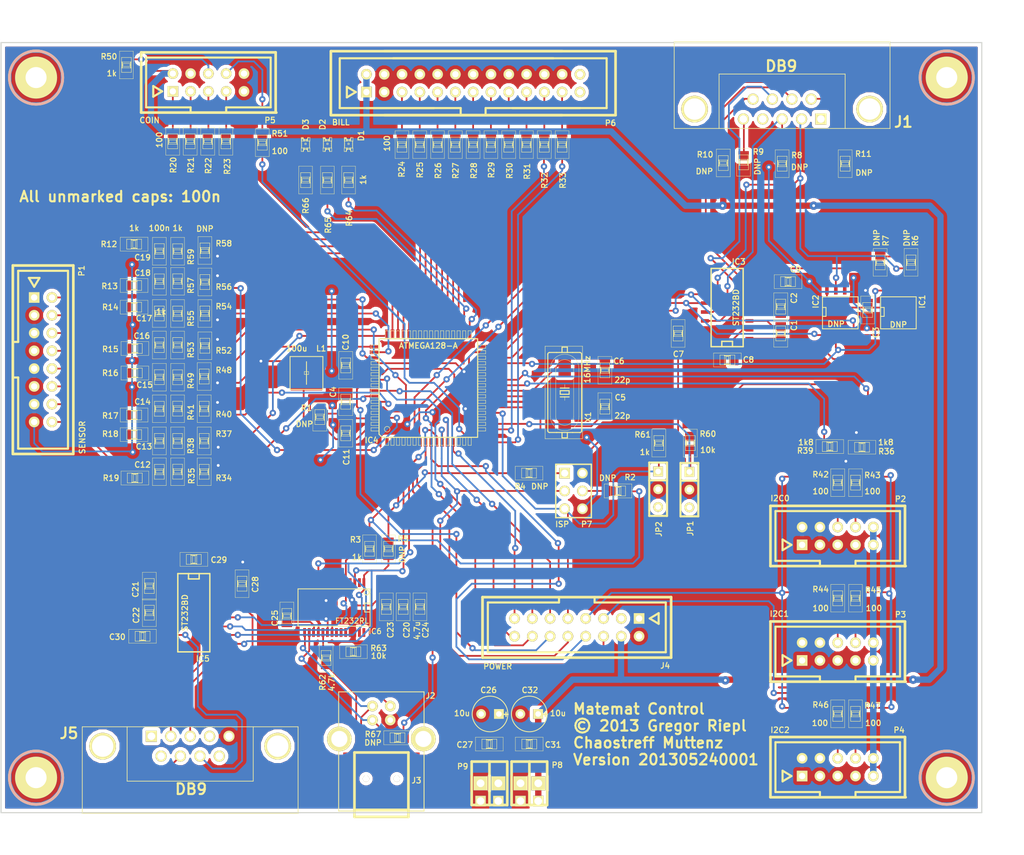
<source format=kicad_pcb>
(kicad_pcb (version 3) (host pcbnew "(2013-mar-13)-testing")
  (title_block (title "Matemat Control Board") (rev 1) (company "Chaostreff Basel"))
  (layers (15 F.Cu signal) (0 B.Cu signal) (18 B.Paste user) (19 F.Paste user) (20 B.SilkS user) (21 F.SilkS user) (22 B.Mask user) (23 F.Mask user) (28 Edge.Cuts user))
  (net 0 "")
  (net 1 +12V)
  (net 2 //RST)
  (net 3 /CAN_SLEEP)
  (net 4 /FLASH_EN)
  (net 5 "/JTAG TCK")
  (net 6 "/JTAG TDI")
  (net 7 "/JTAG TDO")
  (net 8 "/JTAG TMS")
  (net 9 "/LED A")
  (net 10 "/LED B")
  (net 11 "/LED C")
  (net 12 /MISO)
  (net 13 /MOSI)
  (net 14 /PDI)
  (net 15 /PDO)
  (net 16 /SCK)
  (net 17 /SCL)
  (net 18 /SDA)
  (net 19 /UART0_CTS)
  (net 20 /UART0_RTS)
  (net 21 /UART0_RX)
  (net 22 /UART0_TX)
  (net 23 /UART1_CTS)
  (net 24 /UART1_RTS)
  (net 25 /UART1_RX)
  (net 26 /UART1_TX)
  (net 27 /USBID)
  (net 28 /analog_0)
  (net 29 /analog_1)
  (net 30 /analog_2)
  (net 31 /analog_3)
  (net 32 /bill_abn)
  (net 33 /bill_ack)
  (net 34 /bill_busy)
  (net 35 /bill_full)
  (net 36 /bill_inh)
  (net 37 /bill_rej)
  (net 38 /bill_valid)
  (net 39 /bill_vend1)
  (net 40 /bill_vend2)
  (net 41 /bill_vend3)
  (net 42 /coin_a)
  (net 43 /coin_b)
  (net 44 /coin_c)
  (net 45 /coin_d)
  (net 46 /coin_e)
  (net 47 /digital_0)
  (net 48 /digital_1)
  (net 49 /digital_2)
  (net 50 /digital_3)
  (net 51 /strobe)
  (net 52 /zero_cross)
  (net 53 GND)
  (net 54 N-000001)
  (net 55 N-00000100)
  (net 56 N-00000114)
  (net 57 N-00000115)
  (net 58 N-00000116)
  (net 59 N-00000117)
  (net 60 N-00000118)
  (net 61 N-00000119)
  (net 62 N-00000122)
  (net 63 N-00000123)
  (net 64 N-00000124)
  (net 65 N-00000125)
  (net 66 N-00000126)
  (net 67 N-00000127)
  (net 68 N-00000128)
  (net 69 N-00000134)
  (net 70 N-00000135)
  (net 71 N-00000137)
  (net 72 N-00000139)
  (net 73 N-00000140)
  (net 74 N-00000141)
  (net 75 N-00000142)
  (net 76 N-00000143)
  (net 77 N-000002)
  (net 78 N-0000020)
  (net 79 N-0000021)
  (net 80 N-0000022)
  (net 81 N-0000023)
  (net 82 N-0000024)
  (net 83 N-0000025)
  (net 84 N-0000026)
  (net 85 N-0000027)
  (net 86 N-0000028)
  (net 87 N-0000029)
  (net 88 N-0000030)
  (net 89 N-0000031)
  (net 90 N-0000032)
  (net 91 N-0000034)
  (net 92 N-0000035)
  (net 93 N-0000036)
  (net 94 N-0000037)
  (net 95 N-0000038)
  (net 96 N-0000039)
  (net 97 N-0000041)
  (net 98 N-0000043)
  (net 99 N-0000045)
  (net 100 N-0000046)
  (net 101 N-0000048)
  (net 102 N-0000049)
  (net 103 N-0000050)
  (net 104 N-0000062)
  (net 105 N-0000063)
  (net 106 N-0000064)
  (net 107 N-0000065)
  (net 108 N-0000066)
  (net 109 N-0000067)
  (net 110 N-0000068)
  (net 111 N-000007)
  (net 112 N-0000077)
  (net 113 N-0000079)
  (net 114 N-0000083)
  (net 115 N-0000084)
  (net 116 N-0000086)
  (net 117 N-0000089)
  (net 118 N-0000090)
  (net 119 N-0000091)
  (net 120 N-0000092)
  (net 121 N-0000093)
  (net 122 VAA)
  (net 123 VCC)
  (module -R0805_oni (layer F.Cu) (at 173.7 88.2 270)
    (fp_text reference C3 (at 3.2 -1.2 270) (layer F.SilkS) (effects (font (size 0.8 0.8))))
    (fp_text value 100n hide)
    (pad 1 smd rect (at -0.94996 0 270) (size 1.29794 1.4986) (layers F.Cu F.Paste F.Mask) (net 123 VCC))
    (pad 2 smd rect (at 0.94996 0 270) (size 1.29794 1.4986) (layers F.Cu F.Paste F.Mask) (net 53 GND))
  )
  (module oni_DB9MC (layer F.Cu) (at 161.5 59.5)
    (fp_text reference J1 (at 17.31 1.84) (layer F.SilkS) (effects (font (thickness 0.3048))))
    (fp_text value DB9 (at -0.12 -6.14) (layer F.SilkS) (effects (font (thickness 0.3048))))
    (pad "" thru_hole circle (at 12.495 0) (size 3.81 3.81) (drill 3.05) (layers *.Cu *.Mask F.SilkS))
    (pad "" thru_hole circle (at -12.495 0) (size 3.81 3.81) (drill 3.05) (layers *.Cu *.Mask F.SilkS))
    (pad 1 thru_hole rect (at 5.535 1.42) (size 1.59 1.59) (drill 1.09) (layers *.Cu *.Mask F.SilkS))
    (pad 2 thru_hole circle (at 2.775 1.42) (size 1.59 1.59) (drill 1.09) (layers *.Cu *.Mask F.SilkS) (net 108 N-0000066))
    (pad 3 thru_hole circle (at 0 1.42) (size 1.59 1.59) (drill 1.09) (layers *.Cu *.Mask F.SilkS) (net 109 N-0000067))
    (pad 4 thru_hole circle (at -2.775 1.42) (size 1.59 1.59) (drill 1.09) (layers *.Cu *.Mask F.SilkS))
    (pad 5 thru_hole circle (at -5.535 1.42) (size 1.59 1.59) (drill 1.09) (layers *.Cu *.Mask F.SilkS) (net 81 N-0000023))
    (pad 9 thru_hole circle (at -4.155 -1.42) (size 1.59 1.59) (drill 1.09) (layers *.Cu *.Mask F.SilkS) (net 83 N-0000025))
    (pad 8 thru_hole circle (at -1.395 -1.42) (size 1.59 1.59) (drill 1.09) (layers *.Cu *.Mask F.SilkS) (net 107 N-0000065))
    (pad 7 thru_hole circle (at 1.395 -1.42) (size 1.59 1.59) (drill 1.09) (layers *.Cu *.Mask F.SilkS) (net 110 N-0000068))
    (pad 6 thru_hole circle (at 4.155 -1.42) (size 1.59 1.59) (drill 1.09) (layers *.Cu *.Mask F.SilkS) (net 90 N-0000032))
  )
  (module oni_DB9MC (layer F.Cu) (at 77 150.5 180)
    (fp_text reference J5 (at 17.31 1.84 180) (layer F.SilkS) (effects (font (thickness 0.3048))))
    (fp_text value DB9 (at -0.12 -6.14 180) (layer F.SilkS) (effects (font (thickness 0.3048))))
    (pad "" thru_hole circle (at 12.495 0 180) (size 3.81 3.81) (drill 3.05) (layers *.Cu *.Mask F.SilkS))
    (pad "" thru_hole circle (at -12.495 0 180) (size 3.81 3.81) (drill 3.05) (layers *.Cu *.Mask F.SilkS))
    (pad 1 thru_hole rect (at 5.535 1.42 180) (size 1.59 1.59) (drill 1.09) (layers *.Cu *.Mask F.SilkS))
    (pad 2 thru_hole circle (at 2.775 1.42 180) (size 1.59 1.59) (drill 1.09) (layers *.Cu *.Mask F.SilkS) (net 101 N-0000048))
    (pad 3 thru_hole circle (at 0 1.42 180) (size 1.59 1.59) (drill 1.09) (layers *.Cu *.Mask F.SilkS) (net 102 N-0000049))
    (pad 4 thru_hole circle (at -2.775 1.42 180) (size 1.59 1.59) (drill 1.09) (layers *.Cu *.Mask F.SilkS))
    (pad 5 thru_hole circle (at -5.535 1.42 180) (size 1.59 1.59) (drill 1.09) (layers *.Cu *.Mask F.SilkS) (net 53 GND))
    (pad 9 thru_hole circle (at -4.155 -1.42 180) (size 1.59 1.59) (drill 1.09) (layers *.Cu *.Mask F.SilkS))
    (pad 8 thru_hole circle (at -1.395 -1.42 180) (size 1.59 1.59) (drill 1.09) (layers *.Cu *.Mask F.SilkS) (net 103 N-0000050))
    (pad 7 thru_hole circle (at 1.395 -1.42 180) (size 1.59 1.59) (drill 1.09) (layers *.Cu *.Mask F.SilkS) (net 100 N-0000046))
    (pad 6 thru_hole circle (at 4.155 -1.42 180) (size 1.59 1.59) (drill 1.09) (layers *.Cu *.Mask F.SilkS))
  )
  (module USB_B (layer F.Cu) (at 104.29 149.47)
    (fp_text reference J2 (at 7.01 -6.17) (layer F.SilkS) (effects (font (size 0.8 0.8))))
    (fp_text value B hide)
    (pad 1 thru_hole circle (at 1.27 -4.699) (size 1.524 1.524) (drill 0.8128) (layers *.Cu *.Mask F.SilkS) (net 106 N-0000064))
    (pad 2 thru_hole circle (at -1.27 -4.699) (size 1.524 1.524) (drill 0.8128) (layers *.Cu *.Mask F.SilkS) (net 88 N-0000030))
    (pad 3 thru_hole circle (at -1.27 -2.70002) (size 1.524 1.524) (drill 0.8128) (layers *.Cu *.Mask F.SilkS) (net 105 N-0000063))
    (pad 4 thru_hole circle (at 1.27 -2.70002) (size 1.524 1.524) (drill 0.8128) (layers *.Cu *.Mask F.SilkS) (net 53 GND))
    (pad "" thru_hole circle (at 5.99948 0) (size 3.5 3.5) (drill 2.30124) (layers *.Cu *.Mask F.SilkS))
    (pad 6 thru_hole circle (at -5.99948 0) (size 3.5 3.5) (drill 2.30124) (layers *.Cu *.Mask F.SilkS))
  )
  (module SO16N (layer F.Cu) (at 77.52 131.44 270)
    (fp_text reference IC5 (at 6.56 -1.28 360) (layer F.SilkS) (effects (font (size 0.8 0.8))))
    (fp_text value ST232BD (at 0 1.27 270) (layer F.SilkS) (effects (font (size 0.8 0.8))))
    (pad 16 smd rect (at -4.445 -3.175 270) (size 0.508 1.143) (layers F.Cu F.Paste F.Mask) (net 123 VCC))
    (pad 14 smd rect (at -1.905 -3.175 270) (size 0.508 1.143) (layers F.Cu F.Paste F.Mask) (net 102 N-0000049))
    (pad 13 smd rect (at -0.635 -3.175 270) (size 0.508 1.143) (layers F.Cu F.Paste F.Mask) (net 101 N-0000048))
    (pad 12 smd rect (at 0.635 -3.175 270) (size 0.508 1.143) (layers F.Cu F.Paste F.Mask) (net 21 /UART0_RX))
    (pad 11 smd rect (at 1.905 -3.175 270) (size 0.508 1.143) (layers F.Cu F.Paste F.Mask) (net 22 /UART0_TX))
    (pad 10 smd rect (at 3.175 -3.175 270) (size 0.508 1.143) (layers F.Cu F.Paste F.Mask) (net 19 /UART0_CTS))
    (pad 9 smd rect (at 4.445 -3.175 270) (size 0.508 1.143) (layers F.Cu F.Paste F.Mask) (net 20 /UART0_RTS))
    (pad 8 smd rect (at 4.445 3.175 270) (size 0.508 1.143) (layers F.Cu F.Paste F.Mask) (net 100 N-0000046))
    (pad 7 smd rect (at 3.175 3.175 270) (size 0.508 1.143) (layers F.Cu F.Paste F.Mask) (net 103 N-0000050))
    (pad 6 smd rect (at 1.905 3.175 270) (size 0.508 1.143) (layers F.Cu F.Paste F.Mask) (net 55 N-00000100))
    (pad 5 smd rect (at 0.635 3.175 270) (size 0.508 1.143) (layers F.Cu F.Paste F.Mask) (net 117 N-0000089))
    (pad 4 smd rect (at -0.635 3.175 270) (size 0.508 1.143) (layers F.Cu F.Paste F.Mask) (net 118 N-0000090))
    (pad 3 smd rect (at -1.905 3.175 270) (size 0.508 1.143) (layers F.Cu F.Paste F.Mask) (net 119 N-0000091))
    (pad 2 smd rect (at -3.175 3.175 270) (size 0.508 1.143) (layers F.Cu F.Paste F.Mask) (net 120 N-0000092))
    (pad 1 smd rect (at -4.445 3.175 270) (size 0.508 1.143) (layers F.Cu F.Paste F.Mask) (net 121 N-0000093))
    (pad 15 smd rect (at -3.175 -3.175 270) (size 0.508 1.143) (layers F.Cu F.Paste F.Mask) (net 53 GND))
  )
  (module pin_array_3x2 (layer F.Cu) (at 131.725 114.045 270)
    (fp_text reference P7 (at 4.755 -1.875 360) (layer F.SilkS) (effects (font (size 0.8 0.8))))
    (fp_text value ISP (at 4.755 1.625 360) (layer F.SilkS) (effects (font (size 0.8 0.8))))
    (pad 1 thru_hole rect (at -2.54 1.27 270) (size 1.524 1.524) (drill 1.016) (layers *.Cu *.Mask F.SilkS) (net 15 /PDO))
    (pad 2 thru_hole circle (at -2.54 -1.27 270) (size 1.524 1.524) (drill 1.016) (layers *.Cu *.Mask F.SilkS) (net 123 VCC))
    (pad 3 thru_hole circle (at 0 1.27 270) (size 1.524 1.524) (drill 1.016) (layers *.Cu *.Mask F.SilkS) (net 16 /SCK))
    (pad 4 thru_hole circle (at 0 -1.27 270) (size 1.524 1.524) (drill 1.016) (layers *.Cu *.Mask F.SilkS) (net 14 /PDI))
    (pad 5 thru_hole circle (at 2.54 1.27 270) (size 1.524 1.524) (drill 1.016) (layers *.Cu *.Mask F.SilkS) (net 2 //RST))
    (pad 6 thru_hole circle (at 2.54 -1.27 270) (size 1.524 1.524) (drill 1.016) (layers *.Cu *.Mask F.SilkS) (net 53 GND))
  )
  (module TROU3 (layer F.Cu) (at 55 155)
    (fp_text reference TP2 hide)
    (fp_text value 3mm hide)
    (pad 1 thru_hole circle (at 0 0) (size 5.99948 5.99948) (drill 2.99974) (layers *.Cu *.Mask F.SilkS) (net 53 GND))
  )
  (module TROU3 (layer F.Cu) (at 55 55)
    (fp_text reference TP3 hide)
    (fp_text value 3mm hide)
    (pad 1 thru_hole circle (at 0 0) (size 5.99948 5.99948) (drill 2.99974) (layers *.Cu *.Mask F.SilkS) (net 53 GND))
  )
  (module TROU3 (layer F.Cu) (at 185 55)
    (fp_text reference TP1 hide)
    (fp_text value 3mm hide)
    (pad 1 thru_hole circle (at 0 0) (size 5.99948 5.99948) (drill 2.99974) (layers *.Cu *.Mask F.SilkS) (net 53 GND))
  )
  (module TROU3 (layer F.Cu) (at 185 155)
    (fp_text reference TP4 hide)
    (fp_text value 3mm hide)
    (pad 1 thru_hole circle (at 0 0) (size 5.99948 5.99948) (drill 2.99974) (layers *.Cu *.Mask F.SilkS) (net 53 GND))
  )
  (module SO8N (layer F.Cu) (at 178.1 88.6)
    (fp_text reference IC1 (at 3.4 -1.6 90) (layer F.SilkS) (effects (font (size 0.8 0.8))))
    (fp_text value DNP (at 0 1.7) (layer F.SilkS) (effects (font (size 0.8 0.8))))
    (pad 8 smd rect (at -1.905 -3.175) (size 0.508 1.143) (layers F.Cu F.Paste F.Mask) (net 3 /CAN_SLEEP))
    (pad 7 smd rect (at -0.635 -3.175) (size 0.508 1.143) (layers F.Cu F.Paste F.Mask) (net 110 N-0000068))
    (pad 6 smd rect (at 0.635 -3.175) (size 0.508 1.143) (layers F.Cu F.Paste F.Mask) (net 108 N-0000066))
    (pad 5 smd rect (at 1.905 -3.175) (size 0.508 1.143) (layers F.Cu F.Paste F.Mask) (net 111 N-000007))
    (pad 4 smd rect (at 1.905 3.175) (size 0.508 1.143) (layers F.Cu F.Paste F.Mask) (net 25 /UART1_RX))
    (pad 3 smd rect (at 0.635 3.175) (size 0.508 1.143) (layers F.Cu F.Paste F.Mask) (net 123 VCC))
    (pad 2 smd rect (at -0.635 3.175) (size 0.508 1.143) (layers F.Cu F.Paste F.Mask) (net 53 GND))
    (pad 1 smd rect (at -1.905 3.175) (size 0.508 1.143) (layers F.Cu F.Paste F.Mask) (net 26 /UART1_TX))
  )
  (module SO8N (layer F.Cu) (at 169.8 88.6)
    (fp_text reference IC2 (at -3.5 -1.6 90) (layer F.SilkS) (effects (font (size 0.8 0.8))))
    (fp_text value DNP (at -0.6 1.6) (layer F.SilkS) (effects (font (size 0.8 0.8))))
    (pad 8 smd rect (at -1.905 -3.175) (size 0.508 1.143) (layers F.Cu F.Paste F.Mask) (net 123 VCC))
    (pad 7 smd rect (at -0.635 -3.175) (size 0.508 1.143) (layers F.Cu F.Paste F.Mask) (net 108 N-0000066))
    (pad 6 smd rect (at 0.635 -3.175) (size 0.508 1.143) (layers F.Cu F.Paste F.Mask) (net 110 N-0000068))
    (pad 5 smd rect (at 1.905 -3.175) (size 0.508 1.143) (layers F.Cu F.Paste F.Mask) (net 53 GND))
    (pad 4 smd rect (at 1.905 3.175) (size 0.508 1.143) (layers F.Cu F.Paste F.Mask) (net 26 /UART1_TX))
    (pad 3 smd rect (at 0.635 3.175) (size 0.508 1.143) (layers F.Cu F.Paste F.Mask) (net 3 /CAN_SLEEP))
    (pad 2 smd rect (at -0.635 3.175) (size 0.508 1.143) (layers F.Cu F.Paste F.Mask) (net 3 /CAN_SLEEP))
    (pad 1 smd rect (at -1.905 3.175) (size 0.508 1.143) (layers F.Cu F.Paste F.Mask) (net 25 /UART1_RX))
  )
  (module SO16N (layer F.Cu) (at 153.65 87.85 90)
    (fp_text reference IC3 (at 6.55 1.65 180) (layer F.SilkS) (effects (font (size 0.8 0.8))))
    (fp_text value ST232BD (at 0 1.27 90) (layer F.SilkS) (effects (font (size 0.8 0.8))))
    (pad 16 smd rect (at -4.445 -3.175 90) (size 0.508 1.143) (layers F.Cu F.Paste F.Mask) (net 123 VCC))
    (pad 14 smd rect (at -1.905 -3.175 90) (size 0.508 1.143) (layers F.Cu F.Paste F.Mask) (net 109 N-0000067))
    (pad 13 smd rect (at -0.635 -3.175 90) (size 0.508 1.143) (layers F.Cu F.Paste F.Mask) (net 108 N-0000066))
    (pad 12 smd rect (at 0.635 -3.175 90) (size 0.508 1.143) (layers F.Cu F.Paste F.Mask) (net 25 /UART1_RX))
    (pad 11 smd rect (at 1.905 -3.175 90) (size 0.508 1.143) (layers F.Cu F.Paste F.Mask) (net 26 /UART1_TX))
    (pad 10 smd rect (at 3.175 -3.175 90) (size 0.508 1.143) (layers F.Cu F.Paste F.Mask) (net 23 /UART1_CTS))
    (pad 9 smd rect (at 4.445 -3.175 90) (size 0.508 1.143) (layers F.Cu F.Paste F.Mask) (net 24 /UART1_RTS))
    (pad 8 smd rect (at 4.445 3.175 90) (size 0.508 1.143) (layers F.Cu F.Paste F.Mask) (net 110 N-0000068))
    (pad 7 smd rect (at 3.175 3.175 90) (size 0.508 1.143) (layers F.Cu F.Paste F.Mask) (net 107 N-0000065))
    (pad 6 smd rect (at 1.905 3.175 90) (size 0.508 1.143) (layers F.Cu F.Paste F.Mask) (net 82 N-0000024))
    (pad 5 smd rect (at 0.635 3.175 90) (size 0.508 1.143) (layers F.Cu F.Paste F.Mask) (net 86 N-0000028))
    (pad 4 smd rect (at -0.635 3.175 90) (size 0.508 1.143) (layers F.Cu F.Paste F.Mask) (net 87 N-0000029))
    (pad 3 smd rect (at -1.905 3.175 90) (size 0.508 1.143) (layers F.Cu F.Paste F.Mask) (net 84 N-0000026))
    (pad 2 smd rect (at -3.175 3.175 90) (size 0.508 1.143) (layers F.Cu F.Paste F.Mask) (net 80 N-0000022))
    (pad 1 smd rect (at -4.445 3.175 90) (size 0.508 1.143) (layers F.Cu F.Paste F.Mask) (net 85 N-0000027))
    (pad 15 smd rect (at -3.175 -3.175 90) (size 0.508 1.143) (layers F.Cu F.Paste F.Mask) (net 53 GND))
  )
  (module SIL-3 (layer F.Cu) (at 143.8 113.8 270)
    (fp_text reference JP2 (at 5.7 -0.1 270) (layer F.SilkS) (effects (font (size 0.8 0.8))))
    (fp_text value "1-2 RESET" hide)
    (pad 1 thru_hole rect (at -2.54 0 270) (size 1.397 1.397) (drill 0.8128) (layers *.Cu *.Mask F.SilkS) (net 2 //RST))
    (pad 2 thru_hole circle (at 0 0 270) (size 1.397 1.397) (drill 0.8128) (layers *.Cu *.Mask F.SilkS) (net 53 GND))
    (pad 3 thru_hole circle (at 2.54 0 270) (size 1.397 1.397) (drill 0.8128) (layers *.Cu *.Mask F.SilkS))
  )
  (module SIL-3 (layer F.Cu) (at 148.26 113.86 270)
    (fp_text reference JP1 (at 5.54 -0.14 270) (layer F.SilkS) (effects (font (size 0.8 0.8))))
    (fp_text value "1-2 FLASH EN" hide)
    (pad 1 thru_hole rect (at -2.54 0 270) (size 1.397 1.397) (drill 0.8128) (layers *.Cu *.Mask F.SilkS) (net 4 /FLASH_EN))
    (pad 2 thru_hole circle (at 0 0 270) (size 1.397 1.397) (drill 0.8128) (layers *.Cu *.Mask F.SilkS) (net 53 GND))
    (pad 3 thru_hole circle (at 2.54 0 270) (size 1.397 1.397) (drill 0.8128) (layers *.Cu *.Mask F.SilkS))
  )
  (module LED-0805 (layer F.Cu) (at 96.59 64.56 90)
    (fp_text reference D2 (at 2.86 -0.69 90) (layer F.SilkS) (effects (font (size 0.8 0.8))))
    (fp_text value LED805 hide)
    (pad 1 smd rect (at -1.04902 0 90) (size 1.19888 1.19888) (layers F.Cu F.Paste F.Mask) (net 98 N-0000043))
    (pad 2 smd rect (at 1.04902 0 90) (size 1.19888 1.19888) (layers F.Cu F.Paste F.Mask) (net 53 GND))
  )
  (module LED-0805 (layer F.Cu) (at 99.61 64.56 90)
    (fp_text reference D1 (at 1.26 1.79 90) (layer F.SilkS) (effects (font (size 0.8 0.8))))
    (fp_text value LED805 hide)
    (pad 1 smd rect (at -1.04902 0 90) (size 1.19888 1.19888) (layers F.Cu F.Paste F.Mask) (net 99 N-0000045))
    (pad 2 smd rect (at 1.04902 0 90) (size 1.19888 1.19888) (layers F.Cu F.Paste F.Mask) (net 53 GND))
  )
  (module LED-0805 (layer F.Cu) (at 93.47 64.56 90)
    (fp_text reference D3 (at 2.86 0.03 90) (layer F.SilkS) (effects (font (size 0.8 0.8))))
    (fp_text value LED805 hide)
    (pad 1 smd rect (at -1.04902 0 90) (size 1.19888 1.19888) (layers F.Cu F.Paste F.Mask) (net 97 N-0000041))
    (pad 2 smd rect (at 1.04902 0 90) (size 1.19888 1.19888) (layers F.Cu F.Paste F.Mask) (net 53 GND))
  )
  (module he10-16ds (layer F.Cu) (at 132.19 133.53 180)
    (fp_text reference J4 (at -12.61 -5.47 180) (layer F.SilkS) (effects (font (size 0.8 0.8))))
    (fp_text value POWER (at 11.29 -5.57 180) (layer F.SilkS) (effects (font (size 0.8 0.8))))
    (pad 1 thru_hole rect (at -8.89 1.27 180) (size 1.524 1.524) (drill 0.9144) (layers *.Cu *.Mask F.SilkS) (net 123 VCC))
    (pad 2 thru_hole circle (at -8.89 -1.27 180) (size 1.524 1.524) (drill 0.9144) (layers *.Cu *.Mask F.SilkS) (net 53 GND))
    (pad 3 thru_hole circle (at -6.35 1.27 180) (size 1.524 1.524) (drill 0.9144) (layers *.Cu *.Mask F.SilkS))
    (pad 4 thru_hole circle (at -6.35 -1.27 180) (size 1.524 1.524) (drill 0.9144) (layers *.Cu *.Mask F.SilkS) (net 1 +12V))
    (pad 5 thru_hole circle (at -3.81 1.27 180) (size 1.524 1.524) (drill 0.9144) (layers *.Cu *.Mask F.SilkS) (net 18 /SDA))
    (pad 6 thru_hole circle (at -3.81 -1.27 180) (size 1.524 1.524) (drill 0.9144) (layers *.Cu *.Mask F.SilkS) (net 16 /SCK))
    (pad 7 thru_hole circle (at -1.27 1.27 180) (size 1.524 1.524) (drill 0.9144) (layers *.Cu *.Mask F.SilkS) (net 17 /SCL))
    (pad 8 thru_hole circle (at -1.27 -1.27 180) (size 1.524 1.524) (drill 0.9144) (layers *.Cu *.Mask F.SilkS) (net 52 /zero_cross))
    (pad 9 thru_hole circle (at 1.27 1.27 180) (size 1.524 1.524) (drill 0.9144) (layers *.Cu *.Mask F.SilkS) (net 2 //RST))
    (pad 10 thru_hole circle (at 1.27 -1.27 180) (size 1.524 1.524) (drill 0.9144) (layers *.Cu *.Mask F.SilkS) (net 51 /strobe))
    (pad 11 thru_hole circle (at 3.81 1.27 180) (size 1.524 1.524) (drill 0.9144) (layers *.Cu *.Mask F.SilkS) (net 5 "/JTAG TCK"))
    (pad 12 thru_hole circle (at 3.81 -1.27 180) (size 1.524 1.524) (drill 0.9144) (layers *.Cu *.Mask F.SilkS) (net 8 "/JTAG TMS"))
    (pad 13 thru_hole circle (at 6.35 1.27 180) (size 1.524 1.524) (drill 0.9144) (layers *.Cu *.Mask F.SilkS) (net 13 /MOSI))
    (pad 14 thru_hole circle (at 6.35 -1.27 180) (size 1.524 1.524) (drill 0.9144) (layers *.Cu *.Mask F.SilkS) (net 6 "/JTAG TDI"))
    (pad 15 thru_hole circle (at 8.89 1.27 180) (size 1.524 1.524) (drill 0.9144) (layers *.Cu *.Mask F.SilkS) (net 12 /MISO))
    (pad 16 thru_hole circle (at 8.89 -1.27 180) (size 1.524 1.524) (drill 0.9144) (layers *.Cu *.Mask F.SilkS) (net 7 "/JTAG TDO"))
  )
  (module C1V5 (layer F.Cu) (at 119.8 145.9 180)
    (fp_text reference C26 (at 0.2 3.4 180) (layer F.SilkS) (effects (font (size 0.8 0.8))))
    (fp_text value 10u (at 4 0.1 180) (layer F.SilkS) (effects (font (size 0.8 0.8))))
    (fp_text user + (at -2.286 0 180) (layer F.SilkS) (effects (font (size 0.762 0.762) (thickness 0.2032))))
    (pad 1 thru_hole rect (at -1.27 0 180) (size 1.397 1.397) (drill 0.8128) (layers *.Cu *.Mask F.SilkS) (net 123 VCC))
    (pad 2 thru_hole circle (at 1.27 0 180) (size 1.397 1.397) (drill 0.8128) (layers *.Cu *.Mask F.SilkS) (net 53 GND))
  )
  (module Bornier_B2_Phoenix (layer F.Cu) (at 125.4 155.8)
    (fp_text reference P8 (at 4 -2.6) (layer F.SilkS) (effects (font (size 0.8 0.8))))
    (fp_text value CONN_2 hide)
    (pad 2 thru_hole rect (at 1.29032 2.54254) (size 1.50114 1.50114) (drill 1.09982) (layers *.Cu *.Mask F.SilkS) (net 1 +12V))
    (pad 2 thru_hole rect (at 1.29032 0.00254) (size 1.99898 1.99898) (drill 1.09982) (layers *.Cu *.Mask F.SilkS) (net 1 +12V))
    (pad 1 thru_hole rect (at -1.24968 2.54) (size 1.50114 1.50114) (drill 1.09982) (layers *.Cu *.Mask F.SilkS) (net 53 GND))
    (pad 1 thru_hole rect (at -1.24968 0) (size 1.99898 1.99898) (drill 1.09982) (layers *.Cu *.Mask F.SilkS) (net 53 GND))
  )
  (module HE10_26DS (layer F.Cu) (at 117.4 55.8)
    (fp_text reference P6 (at 19.6 5.7) (layer F.SilkS) (effects (font (size 0.8 0.8))))
    (fp_text value BILL (at -18.9 5.6) (layer F.SilkS) (effects (font (size 0.8 0.8))))
    (pad 20 thru_hole circle (at 7.62 -1.27) (size 1.524 1.524) (drill 0.9144) (layers *.Cu *.Mask F.SilkS) (net 53 GND))
    (pad 19 thru_hole circle (at 7.62 1.27) (size 1.524 1.524) (drill 0.9144) (layers *.Cu *.Mask F.SilkS) (net 70 N-00000135))
    (pad 26 thru_hole circle (at 15.24 -1.27) (size 1.524 1.524) (drill 0.9144) (layers *.Cu *.Mask F.SilkS))
    (pad 25 thru_hole circle (at 15.24 1.27) (size 1.524 1.524) (drill 0.9144) (layers *.Cu *.Mask F.SilkS))
    (pad 24 thru_hole circle (at 12.7 -1.27) (size 1.524 1.524) (drill 0.9144) (layers *.Cu *.Mask F.SilkS) (net 53 GND))
    (pad 23 thru_hole circle (at 12.7 1.27) (size 1.524 1.524) (drill 0.9144) (layers *.Cu *.Mask F.SilkS) (net 66 N-00000126))
    (pad 1 thru_hole rect (at -15.24 1.27) (size 1.524 1.524) (drill 0.9144) (layers *.Cu *.Mask F.SilkS) (net 1 +12V))
    (pad 2 thru_hole circle (at -15.24 -1.27) (size 1.524 1.524) (drill 0.9144) (layers *.Cu *.Mask F.SilkS) (net 1 +12V))
    (pad 3 thru_hole circle (at -12.7 1.27) (size 1.524 1.524) (drill 0.9144) (layers *.Cu *.Mask F.SilkS) (net 53 GND))
    (pad 4 thru_hole circle (at -12.7 -1.27) (size 1.524 1.524) (drill 0.9144) (layers *.Cu *.Mask F.SilkS) (net 53 GND))
    (pad 5 thru_hole circle (at -10.16 1.27) (size 1.524 1.524) (drill 0.9144) (layers *.Cu *.Mask F.SilkS) (net 76 N-00000143))
    (pad 6 thru_hole circle (at -10.16 -1.27) (size 1.524 1.524) (drill 0.9144) (layers *.Cu *.Mask F.SilkS) (net 53 GND))
    (pad 7 thru_hole circle (at -7.62 1.27) (size 1.524 1.524) (drill 0.9144) (layers *.Cu *.Mask F.SilkS) (net 75 N-00000142))
    (pad 8 thru_hole circle (at -7.62 -1.27) (size 1.524 1.524) (drill 0.9144) (layers *.Cu *.Mask F.SilkS) (net 53 GND))
    (pad 9 thru_hole circle (at -5.08 1.27) (size 1.524 1.524) (drill 0.9144) (layers *.Cu *.Mask F.SilkS) (net 74 N-00000141))
    (pad 10 thru_hole circle (at -5.08 -1.27) (size 1.524 1.524) (drill 0.9144) (layers *.Cu *.Mask F.SilkS) (net 53 GND))
    (pad 11 thru_hole circle (at -2.54 1.27) (size 1.524 1.524) (drill 0.9144) (layers *.Cu *.Mask F.SilkS) (net 69 N-00000134))
    (pad 12 thru_hole circle (at -2.54 -1.27) (size 1.524 1.524) (drill 0.9144) (layers *.Cu *.Mask F.SilkS) (net 53 GND))
    (pad 13 thru_hole circle (at 0 1.27) (size 1.524 1.524) (drill 0.9144) (layers *.Cu *.Mask F.SilkS) (net 73 N-00000140))
    (pad 14 thru_hole circle (at 0 -1.27) (size 1.524 1.524) (drill 0.9144) (layers *.Cu *.Mask F.SilkS) (net 53 GND))
    (pad 15 thru_hole circle (at 2.54 1.27) (size 1.524 1.524) (drill 0.9144) (layers *.Cu *.Mask F.SilkS) (net 72 N-00000139))
    (pad 16 thru_hole circle (at 2.54 -1.27) (size 1.524 1.524) (drill 0.9144) (layers *.Cu *.Mask F.SilkS) (net 53 GND))
    (pad 17 thru_hole circle (at 5.08 1.27) (size 1.524 1.524) (drill 0.9144) (layers *.Cu *.Mask F.SilkS) (net 71 N-00000137))
    (pad 18 thru_hole circle (at 5.08 -1.27) (size 1.524 1.524) (drill 0.9144) (layers *.Cu *.Mask F.SilkS) (net 53 GND))
    (pad 21 thru_hole circle (at 10.16 1.27) (size 1.524 1.524) (drill 0.9144) (layers *.Cu *.Mask F.SilkS) (net 67 N-00000127))
    (pad 22 thru_hole circle (at 10.16 -1.27) (size 1.524 1.524) (drill 0.9144) (layers *.Cu *.Mask F.SilkS) (net 53 GND))
  )
  (module he10-16ds (layer F.Cu) (at 56 95.3 270)
    (fp_text reference P1 (at -12.7 -5.5 270) (layer F.SilkS) (effects (font (size 0.8 0.8))))
    (fp_text value SENSOR (at 11.1 -5.6 270) (layer F.SilkS) (effects (font (size 0.8 0.8))))
    (pad 1 thru_hole rect (at -8.89 1.27 270) (size 1.524 1.524) (drill 0.9144) (layers *.Cu *.Mask F.SilkS) (net 123 VCC))
    (pad 2 thru_hole circle (at -8.89 -1.27 270) (size 1.524 1.524) (drill 0.9144) (layers *.Cu *.Mask F.SilkS) (net 65 N-00000125))
    (pad 3 thru_hole circle (at -6.35 1.27 270) (size 1.524 1.524) (drill 0.9144) (layers *.Cu *.Mask F.SilkS) (net 53 GND))
    (pad 4 thru_hole circle (at -6.35 -1.27 270) (size 1.524 1.524) (drill 0.9144) (layers *.Cu *.Mask F.SilkS) (net 64 N-00000124))
    (pad 5 thru_hole circle (at -3.81 1.27 270) (size 1.524 1.524) (drill 0.9144) (layers *.Cu *.Mask F.SilkS) (net 123 VCC))
    (pad 6 thru_hole circle (at -3.81 -1.27 270) (size 1.524 1.524) (drill 0.9144) (layers *.Cu *.Mask F.SilkS) (net 63 N-00000123))
    (pad 7 thru_hole circle (at -1.27 1.27 270) (size 1.524 1.524) (drill 0.9144) (layers *.Cu *.Mask F.SilkS) (net 53 GND))
    (pad 8 thru_hole circle (at -1.27 -1.27 270) (size 1.524 1.524) (drill 0.9144) (layers *.Cu *.Mask F.SilkS) (net 62 N-00000122))
    (pad 9 thru_hole circle (at 1.27 1.27 270) (size 1.524 1.524) (drill 0.9144) (layers *.Cu *.Mask F.SilkS) (net 123 VCC))
    (pad 10 thru_hole circle (at 1.27 -1.27 270) (size 1.524 1.524) (drill 0.9144) (layers *.Cu *.Mask F.SilkS) (net 68 N-00000128))
    (pad 11 thru_hole circle (at 3.81 1.27 270) (size 1.524 1.524) (drill 0.9144) (layers *.Cu *.Mask F.SilkS) (net 53 GND))
    (pad 12 thru_hole circle (at 3.81 -1.27 270) (size 1.524 1.524) (drill 0.9144) (layers *.Cu *.Mask F.SilkS) (net 113 N-0000079))
    (pad 13 thru_hole circle (at 6.35 1.27 270) (size 1.524 1.524) (drill 0.9144) (layers *.Cu *.Mask F.SilkS) (net 123 VCC))
    (pad 14 thru_hole circle (at 6.35 -1.27 270) (size 1.524 1.524) (drill 0.9144) (layers *.Cu *.Mask F.SilkS) (net 79 N-0000021))
    (pad 15 thru_hole circle (at 8.89 1.27 270) (size 1.524 1.524) (drill 0.9144) (layers *.Cu *.Mask F.SilkS) (net 53 GND))
    (pad 16 thru_hole circle (at 8.89 -1.27 270) (size 1.524 1.524) (drill 0.9144) (layers *.Cu *.Mask F.SilkS) (net 78 N-0000020))
  )
  (module he10-10ds (layer F.Cu) (at 169.435 120.475)
    (fp_text reference P2 (at 8.965 -5.275) (layer F.SilkS) (effects (font (size 0.8 0.8))))
    (fp_text value I2C0 (at -8.235 -5.375) (layer F.SilkS) (effects (font (size 0.8 0.8))))
    (pad 1 thru_hole rect (at -5.08 1.27) (size 1.524 1.524) (drill 0.9144) (layers *.Cu *.Mask F.SilkS) (net 53 GND))
    (pad 2 thru_hole circle (at -5.08 -1.27) (size 1.524 1.524) (drill 0.9144) (layers *.Cu *.Mask F.SilkS) (net 123 VCC))
    (pad 3 thru_hole circle (at -2.54 1.27) (size 1.524 1.524) (drill 0.9144) (layers *.Cu *.Mask F.SilkS) (net 53 GND))
    (pad 4 thru_hole circle (at -2.54 -1.27) (size 1.524 1.524) (drill 0.9144) (layers *.Cu *.Mask F.SilkS) (net 123 VCC))
    (pad 5 thru_hole circle (at 0 1.27) (size 1.524 1.524) (drill 0.9144) (layers *.Cu *.Mask F.SilkS) (net 53 GND))
    (pad 6 thru_hole circle (at 0 -1.27) (size 1.524 1.524) (drill 0.9144) (layers *.Cu *.Mask F.SilkS) (net 56 N-00000114))
    (pad 7 thru_hole circle (at 2.54 1.27) (size 1.524 1.524) (drill 0.9144) (layers *.Cu *.Mask F.SilkS) (net 53 GND))
    (pad 8 thru_hole circle (at 2.54 -1.27) (size 1.524 1.524) (drill 0.9144) (layers *.Cu *.Mask F.SilkS) (net 57 N-00000115))
    (pad 9 thru_hole circle (at 5.08 1.27) (size 1.524 1.524) (drill 0.9144) (layers *.Cu *.Mask F.SilkS) (net 1 +12V))
    (pad 10 thru_hole circle (at 5.08 -1.27) (size 1.524 1.524) (drill 0.9144) (layers *.Cu *.Mask F.SilkS) (net 1 +12V))
  )
  (module he10-10ds (layer F.Cu) (at 169.435 136.985)
    (fp_text reference P3 (at 8.965 -5.285) (layer F.SilkS) (effects (font (size 0.8 0.8))))
    (fp_text value I2C1 (at -8.335 -5.385) (layer F.SilkS) (effects (font (size 0.8 0.8))))
    (pad 1 thru_hole rect (at -5.08 1.27) (size 1.524 1.524) (drill 0.9144) (layers *.Cu *.Mask F.SilkS) (net 53 GND))
    (pad 2 thru_hole circle (at -5.08 -1.27) (size 1.524 1.524) (drill 0.9144) (layers *.Cu *.Mask F.SilkS) (net 123 VCC))
    (pad 3 thru_hole circle (at -2.54 1.27) (size 1.524 1.524) (drill 0.9144) (layers *.Cu *.Mask F.SilkS) (net 53 GND))
    (pad 4 thru_hole circle (at -2.54 -1.27) (size 1.524 1.524) (drill 0.9144) (layers *.Cu *.Mask F.SilkS) (net 123 VCC))
    (pad 5 thru_hole circle (at 0 1.27) (size 1.524 1.524) (drill 0.9144) (layers *.Cu *.Mask F.SilkS) (net 53 GND))
    (pad 6 thru_hole circle (at 0 -1.27) (size 1.524 1.524) (drill 0.9144) (layers *.Cu *.Mask F.SilkS) (net 61 N-00000119))
    (pad 7 thru_hole circle (at 2.54 1.27) (size 1.524 1.524) (drill 0.9144) (layers *.Cu *.Mask F.SilkS) (net 53 GND))
    (pad 8 thru_hole circle (at 2.54 -1.27) (size 1.524 1.524) (drill 0.9144) (layers *.Cu *.Mask F.SilkS) (net 60 N-00000118))
    (pad 9 thru_hole circle (at 5.08 1.27) (size 1.524 1.524) (drill 0.9144) (layers *.Cu *.Mask F.SilkS) (net 1 +12V))
    (pad 10 thru_hole circle (at 5.08 -1.27) (size 1.524 1.524) (drill 0.9144) (layers *.Cu *.Mask F.SilkS) (net 1 +12V))
  )
  (module he10-10ds (layer F.Cu) (at 169.435 153.495)
    (fp_text reference P4 (at 8.765 -5.295) (layer F.SilkS) (effects (font (size 0.8 0.8))))
    (fp_text value I2C2 (at -8.235 -5.295) (layer F.SilkS) (effects (font (size 0.8 0.8))))
    (pad 1 thru_hole rect (at -5.08 1.27) (size 1.524 1.524) (drill 0.9144) (layers *.Cu *.Mask F.SilkS) (net 53 GND))
    (pad 2 thru_hole circle (at -5.08 -1.27) (size 1.524 1.524) (drill 0.9144) (layers *.Cu *.Mask F.SilkS) (net 123 VCC))
    (pad 3 thru_hole circle (at -2.54 1.27) (size 1.524 1.524) (drill 0.9144) (layers *.Cu *.Mask F.SilkS) (net 53 GND))
    (pad 4 thru_hole circle (at -2.54 -1.27) (size 1.524 1.524) (drill 0.9144) (layers *.Cu *.Mask F.SilkS) (net 123 VCC))
    (pad 5 thru_hole circle (at 0 1.27) (size 1.524 1.524) (drill 0.9144) (layers *.Cu *.Mask F.SilkS) (net 53 GND))
    (pad 6 thru_hole circle (at 0 -1.27) (size 1.524 1.524) (drill 0.9144) (layers *.Cu *.Mask F.SilkS) (net 59 N-00000117))
    (pad 7 thru_hole circle (at 2.54 1.27) (size 1.524 1.524) (drill 0.9144) (layers *.Cu *.Mask F.SilkS) (net 53 GND))
    (pad 8 thru_hole circle (at 2.54 -1.27) (size 1.524 1.524) (drill 0.9144) (layers *.Cu *.Mask F.SilkS) (net 58 N-00000116))
    (pad 9 thru_hole circle (at 5.08 1.27) (size 1.524 1.524) (drill 0.9144) (layers *.Cu *.Mask F.SilkS) (net 1 +12V))
    (pad 10 thru_hole circle (at 5.08 -1.27) (size 1.524 1.524) (drill 0.9144) (layers *.Cu *.Mask F.SilkS) (net 1 +12V))
  )
  (module he10-10ds (layer F.Cu) (at 79.6 55.7)
    (fp_text reference P5 (at 8.8 5.4) (layer F.SilkS) (effects (font (size 0.8 0.8))))
    (fp_text value COIN (at -8.4 5.4) (layer F.SilkS) (effects (font (size 0.8 0.8))))
    (pad 1 thru_hole rect (at -5.08 1.27) (size 1.524 1.524) (drill 0.9144) (layers *.Cu *.Mask F.SilkS) (net 91 N-0000034))
    (pad 2 thru_hole circle (at -5.08 -1.27) (size 1.524 1.524) (drill 0.9144) (layers *.Cu *.Mask F.SilkS) (net 1 +12V))
    (pad 3 thru_hole circle (at -2.54 1.27) (size 1.524 1.524) (drill 0.9144) (layers *.Cu *.Mask F.SilkS) (net 96 N-0000039))
    (pad 4 thru_hole circle (at -2.54 -1.27) (size 1.524 1.524) (drill 0.9144) (layers *.Cu *.Mask F.SilkS) (net 53 GND))
    (pad 5 thru_hole circle (at 0 1.27) (size 1.524 1.524) (drill 0.9144) (layers *.Cu *.Mask F.SilkS) (net 95 N-0000038))
    (pad 6 thru_hole circle (at 0 -1.27) (size 1.524 1.524) (drill 0.9144) (layers *.Cu *.Mask F.SilkS) (net 94 N-0000037))
    (pad 7 thru_hole circle (at 2.54 1.27) (size 1.524 1.524) (drill 0.9144) (layers *.Cu *.Mask F.SilkS) (net 93 N-0000036))
    (pad 8 thru_hole circle (at 2.54 -1.27) (size 1.524 1.524) (drill 0.9144) (layers *.Cu *.Mask F.SilkS) (net 92 N-0000035))
    (pad 9 thru_hole circle (at 5.08 1.27) (size 1.524 1.524) (drill 0.9144) (layers *.Cu *.Mask F.SilkS) (net 53 GND))
    (pad 10 thru_hole circle (at 5.08 -1.27) (size 1.524 1.524) (drill 0.9144) (layers *.Cu *.Mask F.SilkS) (net 53 GND))
  )
  (module oni_USB_MINI_B (layer F.Cu) (at 104.3 156 90)
    (fp_text reference J3 (at 0.6 5 180) (layer F.SilkS) (effects (font (size 0.8 0.8))))
    (fp_text value USB_4 hide)
    (pad 1 smd rect (at 3.44932 -1.6002 90) (size 2.30124 0.50038) (layers F.Cu F.Paste F.Mask) (net 106 N-0000064))
    (pad 2 smd rect (at 3.44932 -0.8001 90) (size 2.30124 0.50038) (layers F.Cu F.Paste F.Mask) (net 88 N-0000030))
    (pad 3 smd rect (at 3.44932 0 90) (size 2.30124 0.50038) (layers F.Cu F.Paste F.Mask) (net 105 N-0000063))
    (pad 4 smd rect (at 3.44932 0.8001 90) (size 2.30124 0.50038) (layers F.Cu F.Paste F.Mask) (net 89 N-0000031))
    (pad 5 smd rect (at 3.44932 1.6002 90) (size 2.30124 0.50038) (layers F.Cu F.Paste F.Mask) (net 53 GND))
    (pad 6 smd rect (at 3.35026 -4.45008 90) (size 2.49936 1.99898) (layers F.Cu F.Paste F.Mask) (net 53 GND))
    (pad 6 smd rect (at -2.14884 -4.45008 90) (size 2.49936 1.99898) (layers F.Cu F.Paste F.Mask) (net 53 GND))
    (pad 6 smd rect (at 3.35026 4.45008 90) (size 2.49936 1.99898) (layers F.Cu F.Paste F.Mask) (net 53 GND))
    (pad 6 smd rect (at -2.14884 4.45008 90) (size 2.49936 1.99898) (layers F.Cu F.Paste F.Mask) (net 53 GND))
    (pad "" thru_hole circle (at 0.8509 -2.19964 90) (size 0.89916 0.89916) (drill 0.89916) (layers *.Cu *.Mask F.SilkS))
    (pad "" thru_hole circle (at 0.8509 2.19964 90) (size 0.89916 0.89916) (drill 0.89916) (layers *.Cu *.Mask F.SilkS))
  )
  (module C1V5 (layer F.Cu) (at 125.4 145.9 180)
    (fp_text reference C32 (at -0.1 3.4 180) (layer F.SilkS) (effects (font (size 0.8 0.8))))
    (fp_text value 10u (at -4.1 0.1 180) (layer F.SilkS) (effects (font (size 0.8 0.8))))
    (fp_text user + (at -2.286 0 180) (layer F.SilkS) (effects (font (size 0.762 0.762) (thickness 0.2032))))
    (pad 1 thru_hole rect (at -1.27 0 180) (size 1.397 1.397) (drill 0.8128) (layers *.Cu *.Mask F.SilkS) (net 1 +12V))
    (pad 2 thru_hole circle (at 1.27 0 180) (size 1.397 1.397) (drill 0.8128) (layers *.Cu *.Mask F.SilkS) (net 53 GND))
  )
  (module Bornier_B2_Phoenix (layer F.Cu) (at 119.7 155.8)
    (fp_text reference P9 (at -3.8 -2.4) (layer F.SilkS) (effects (font (size 0.8 0.8))))
    (fp_text value CONN_2 hide)
    (pad 2 thru_hole rect (at 1.29032 2.54254) (size 1.50114 1.50114) (drill 1.09982) (layers *.Cu *.Mask F.SilkS) (net 123 VCC))
    (pad 2 thru_hole rect (at 1.29032 0.00254) (size 1.99898 1.99898) (drill 1.09982) (layers *.Cu *.Mask F.SilkS) (net 123 VCC))
    (pad 1 thru_hole rect (at -1.24968 2.54) (size 1.50114 1.50114) (drill 1.09982) (layers *.Cu *.Mask F.SilkS) (net 53 GND))
    (pad 1 thru_hole rect (at -1.24968 0) (size 1.99898 1.99898) (drill 1.09982) (layers *.Cu *.Mask F.SilkS) (net 53 GND))
  )
  (module -R0805_oni (layer F.Cu) (at 125.4 150.2 180)
    (fp_text reference C31 (at -3.4 -0.1 180) (layer F.SilkS) (effects (font (size 0.8 0.8))))
    (fp_text value 100n hide)
    (pad 1 smd rect (at -0.94996 0 180) (size 1.29794 1.4986) (layers F.Cu F.Paste F.Mask) (net 1 +12V))
    (pad 2 smd rect (at 0.94996 0 180) (size 1.29794 1.4986) (layers F.Cu F.Paste F.Mask) (net 53 GND))
  )
  (module -R0805_oni (layer F.Cu) (at 106.6 149.3)
    (fp_text reference R67 (at -3.5 -0.5) (layer F.SilkS) (effects (font (size 0.8 0.8))))
    (fp_text value DNP (at -3.5 0.7) (layer F.SilkS) (effects (font (size 0.8 0.8))))
    (pad 1 smd rect (at -0.94996 0) (size 1.29794 1.4986) (layers F.Cu F.Paste F.Mask) (net 89 N-0000031))
    (pad 2 smd rect (at 0.94996 0) (size 1.29794 1.4986) (layers F.Cu F.Paste F.Mask) (net 27 /USBID))
  )
  (module -R0805_oni (layer F.Cu) (at 74.5 64.1 90)
    (fp_text reference R20 (at -3.4 0.1 90) (layer F.SilkS) (effects (font (size 0.8 0.8))))
    (fp_text value 100 (at 0.2 -1.9 90) (layer F.SilkS) (effects (font (size 0.8 0.8))))
    (pad 1 smd rect (at -0.94996 0 90) (size 1.29794 1.4986) (layers F.Cu F.Paste F.Mask) (net 42 /coin_a))
    (pad 2 smd rect (at 0.94996 0 90) (size 1.29794 1.4986) (layers F.Cu F.Paste F.Mask) (net 91 N-0000034))
  )
  (module -R0805_oni (layer F.Cu) (at 77 64.1 90)
    (fp_text reference R21 (at -3.4 0.1 90) (layer F.SilkS) (effects (font (size 0.8 0.8))))
    (fp_text value 100 hide)
    (pad 1 smd rect (at -0.94996 0 90) (size 1.29794 1.4986) (layers F.Cu F.Paste F.Mask) (net 43 /coin_b))
    (pad 2 smd rect (at 0.94996 0 90) (size 1.29794 1.4986) (layers F.Cu F.Paste F.Mask) (net 96 N-0000039))
  )
  (module -R0805_oni (layer F.Cu) (at 79.5 64.1 90)
    (fp_text reference R22 (at -3.5 0.1 90) (layer F.SilkS) (effects (font (size 0.8 0.8))))
    (fp_text value 100 hide)
    (pad 1 smd rect (at -0.94996 0 90) (size 1.29794 1.4986) (layers F.Cu F.Paste F.Mask) (net 44 /coin_c))
    (pad 2 smd rect (at 0.94996 0 90) (size 1.29794 1.4986) (layers F.Cu F.Paste F.Mask) (net 95 N-0000038))
  )
  (module -R0805_oni (layer F.Cu) (at 82.1 64.1 90)
    (fp_text reference R23 (at -3.6 0.2 90) (layer F.SilkS) (effects (font (size 0.8 0.8))))
    (fp_text value 100 hide)
    (pad 1 smd rect (at -0.94996 0 90) (size 1.29794 1.4986) (layers F.Cu F.Paste F.Mask) (net 45 /coin_d))
    (pad 2 smd rect (at 0.94996 0 90) (size 1.29794 1.4986) (layers F.Cu F.Paste F.Mask) (net 93 N-0000036))
  )
  (module -R0805_oni (layer F.Cu) (at 87.3 64.3 270)
    (fp_text reference R51 (at -1.3 -2.5 360) (layer F.SilkS) (effects (font (size 0.8 0.8))))
    (fp_text value 100 (at 1.2 -2.5 360) (layer F.SilkS) (effects (font (size 0.8 0.8))))
    (pad 1 smd rect (at -0.94996 0 270) (size 1.29794 1.4986) (layers F.Cu F.Paste F.Mask) (net 92 N-0000035))
    (pad 2 smd rect (at 0.94996 0 270) (size 1.29794 1.4986) (layers F.Cu F.Paste F.Mask) (net 46 /coin_e))
  )
  (module -R0805_oni (layer F.Cu) (at 107.23 64.58 90)
    (fp_text reference R24 (at -3.52 -0.03 90) (layer F.SilkS) (effects (font (size 0.8 0.8))))
    (fp_text value 100 (at 0.18 -2.13 90) (layer F.SilkS) (effects (font (size 0.8 0.8))))
    (pad 1 smd rect (at -0.94996 0 90) (size 1.29794 1.4986) (layers F.Cu F.Paste F.Mask) (net 39 /bill_vend1))
    (pad 2 smd rect (at 0.94996 0 90) (size 1.29794 1.4986) (layers F.Cu F.Paste F.Mask) (net 76 N-00000143))
  )
  (module -R0805_oni (layer F.Cu) (at 109.77 64.58 90)
    (fp_text reference R25 (at -3.62 0.03 90) (layer F.SilkS) (effects (font (size 0.8 0.8))))
    (fp_text value 100 hide)
    (pad 1 smd rect (at -0.94996 0 90) (size 1.29794 1.4986) (layers F.Cu F.Paste F.Mask) (net 40 /bill_vend2))
    (pad 2 smd rect (at 0.94996 0 90) (size 1.29794 1.4986) (layers F.Cu F.Paste F.Mask) (net 75 N-00000142))
  )
  (module -R0805_oni (layer F.Cu) (at 69.1 97.2)
    (fp_text reference R16 (at -3.5 0) (layer F.SilkS) (effects (font (size 0.8 0.8))))
    (fp_text value 1k hide)
    (pad 1 smd rect (at -0.94996 0) (size 1.29794 1.4986) (layers F.Cu F.Paste F.Mask) (net 68 N-00000128))
    (pad 2 smd rect (at 0.94996 0) (size 1.29794 1.4986) (layers F.Cu F.Paste F.Mask) (net 49 /digital_2))
  )
  (module -R0805_oni (layer F.Cu) (at 114.85 64.58 90)
    (fp_text reference R27 (at -3.72 0.05 90) (layer F.SilkS) (effects (font (size 0.8 0.8))))
    (fp_text value 100 hide)
    (pad 1 smd rect (at -0.94996 0 90) (size 1.29794 1.4986) (layers F.Cu F.Paste F.Mask) (net 34 /bill_busy))
    (pad 2 smd rect (at 0.94996 0 90) (size 1.29794 1.4986) (layers F.Cu F.Paste F.Mask) (net 69 N-00000134))
  )
  (module -R0805_oni (layer F.Cu) (at 117.39 64.58 90)
    (fp_text reference R28 (at -3.72 0.11 90) (layer F.SilkS) (effects (font (size 0.8 0.8))))
    (fp_text value 100 hide)
    (pad 1 smd rect (at -0.94996 0 90) (size 1.29794 1.4986) (layers F.Cu F.Paste F.Mask) (net 32 /bill_abn))
    (pad 2 smd rect (at 0.94996 0 90) (size 1.29794 1.4986) (layers F.Cu F.Paste F.Mask) (net 73 N-00000140))
  )
  (module -R0805_oni (layer F.Cu) (at 119.93 64.58 90)
    (fp_text reference R29 (at -3.62 0.07 90) (layer F.SilkS) (effects (font (size 0.8 0.8))))
    (fp_text value 100 hide)
    (pad 1 smd rect (at -0.94996 0 90) (size 1.29794 1.4986) (layers F.Cu F.Paste F.Mask) (net 36 /bill_inh))
    (pad 2 smd rect (at 0.94996 0 90) (size 1.29794 1.4986) (layers F.Cu F.Paste F.Mask) (net 72 N-00000139))
  )
  (module -R0805_oni (layer F.Cu) (at 122.47 64.58 90)
    (fp_text reference R30 (at -3.72 0.13 90) (layer F.SilkS) (effects (font (size 0.8 0.8))))
    (fp_text value 100 hide)
    (pad 1 smd rect (at -0.94996 0 90) (size 1.29794 1.4986) (layers F.Cu F.Paste F.Mask) (net 33 /bill_ack))
    (pad 2 smd rect (at 0.94996 0 90) (size 1.29794 1.4986) (layers F.Cu F.Paste F.Mask) (net 71 N-00000137))
  )
  (module -R0805_oni (layer F.Cu) (at 125.01 64.58 90)
    (fp_text reference R31 (at -3.82 0.09 90) (layer F.SilkS) (effects (font (size 0.8 0.8))))
    (fp_text value 100 hide)
    (pad 1 smd rect (at -0.94996 0 90) (size 1.29794 1.4986) (layers F.Cu F.Paste F.Mask) (net 37 /bill_rej))
    (pad 2 smd rect (at 0.94996 0 90) (size 1.29794 1.4986) (layers F.Cu F.Paste F.Mask) (net 70 N-00000135))
  )
  (module -R0805_oni (layer F.Cu) (at 127.55 64.58 90)
    (fp_text reference R32 (at -5.12 0.05 90) (layer F.SilkS) (effects (font (size 0.8 0.8))))
    (fp_text value 100 hide)
    (pad 1 smd rect (at -0.94996 0 90) (size 1.29794 1.4986) (layers F.Cu F.Paste F.Mask) (net 38 /bill_valid))
    (pad 2 smd rect (at 0.94996 0 90) (size 1.29794 1.4986) (layers F.Cu F.Paste F.Mask) (net 67 N-00000127))
  )
  (module -R0805_oni (layer F.Cu) (at 130.09 64.58 90)
    (fp_text reference R33 (at -5.12 0.11 90) (layer F.SilkS) (effects (font (size 0.8 0.8))))
    (fp_text value 100 hide)
    (pad 1 smd rect (at -0.94996 0 90) (size 1.29794 1.4986) (layers F.Cu F.Paste F.Mask) (net 35 /bill_full))
    (pad 2 smd rect (at 0.94996 0 90) (size 1.29794 1.4986) (layers F.Cu F.Paste F.Mask) (net 66 N-00000126))
  )
  (module -R0805_oni (layer F.Cu) (at 69 78.8)
    (fp_text reference R12 (at -3.6 0) (layer F.SilkS) (effects (font (size 0.8 0.8))))
    (fp_text value 1k (at 0 -2.3) (layer F.SilkS) (effects (font (size 0.8 0.8))))
    (pad 1 smd rect (at -0.94996 0) (size 1.29794 1.4986) (layers F.Cu F.Paste F.Mask) (net 65 N-00000125))
    (pad 2 smd rect (at 0.94996 0) (size 1.29794 1.4986) (layers F.Cu F.Paste F.Mask) (net 47 /digital_0))
  )
  (module -R0805_oni (layer F.Cu) (at 69 84.7)
    (fp_text reference R13 (at -3.5 0.1) (layer F.SilkS) (effects (font (size 0.8 0.8))))
    (fp_text value 1k hide)
    (pad 1 smd rect (at -0.94996 0) (size 1.29794 1.4986) (layers F.Cu F.Paste F.Mask) (net 64 N-00000124))
    (pad 2 smd rect (at 0.94996 0) (size 1.29794 1.4986) (layers F.Cu F.Paste F.Mask) (net 28 /analog_0))
  )
  (module -R0805_oni (layer F.Cu) (at 69 87.8)
    (fp_text reference R14 (at -3.4 0) (layer F.SilkS) (effects (font (size 0.8 0.8))))
    (fp_text value 1k (at 3.86 0.63) (layer F.SilkS) (effects (font (size 0.8 0.8))))
    (pad 1 smd rect (at -0.94996 0) (size 1.29794 1.4986) (layers F.Cu F.Paste F.Mask) (net 63 N-00000123))
    (pad 2 smd rect (at 0.94996 0) (size 1.29794 1.4986) (layers F.Cu F.Paste F.Mask) (net 48 /digital_1))
  )
  (module -R0805_oni (layer F.Cu) (at 69.1 93.7)
    (fp_text reference R15 (at -3.5 0.1) (layer F.SilkS) (effects (font (size 0.8 0.8))))
    (fp_text value 1k hide)
    (pad 1 smd rect (at -0.94996 0) (size 1.29794 1.4986) (layers F.Cu F.Paste F.Mask) (net 62 N-00000122))
    (pad 2 smd rect (at 0.94996 0) (size 1.29794 1.4986) (layers F.Cu F.Paste F.Mask) (net 29 /analog_1))
  )
  (module -R0805_oni (layer F.Cu) (at 136.2 96.8 90)
    (fp_text reference C6 (at 1.3 2 180) (layer F.SilkS) (effects (font (size 0.8 0.8))))
    (fp_text value 22p (at -1.4 2.5 180) (layer F.SilkS) (effects (font (size 0.8 0.8))))
    (pad 1 smd rect (at -0.94996 0 90) (size 1.29794 1.4986) (layers F.Cu F.Paste F.Mask) (net 53 GND))
    (pad 2 smd rect (at 0.94996 0 90) (size 1.29794 1.4986) (layers F.Cu F.Paste F.Mask) (net 114 N-0000083))
  )
  (module -R0805_oni (layer F.Cu) (at 136.2 102 270)
    (fp_text reference C5 (at -1.3 -2.2 360) (layer F.SilkS) (effects (font (size 0.8 0.8))))
    (fp_text value 22p (at 1.3 -2.5 360) (layer F.SilkS) (effects (font (size 0.8 0.8))))
    (pad 1 smd rect (at -0.94996 0 270) (size 1.29794 1.4986) (layers F.Cu F.Paste F.Mask) (net 53 GND))
    (pad 2 smd rect (at 0.94996 0 270) (size 1.29794 1.4986) (layers F.Cu F.Paste F.Mask) (net 115 N-0000084))
  )
  (module -R0805_oni (layer F.Cu) (at 99.2 96.1 90)
    (fp_text reference C10 (at 3.3 0 90) (layer F.SilkS) (effects (font (size 0.8 0.8))))
    (fp_text value 100n hide)
    (pad 1 smd rect (at -0.94996 0 90) (size 1.29794 1.4986) (layers F.Cu F.Paste F.Mask) (net 53 GND))
    (pad 2 smd rect (at 0.94996 0 90) (size 1.29794 1.4986) (layers F.Cu F.Paste F.Mask) (net 123 VCC))
  )
  (module -R0805_oni (layer F.Cu) (at 99.2 105.8 90)
    (fp_text reference C11 (at -3.4 0.1 90) (layer F.SilkS) (effects (font (size 0.8 0.8))))
    (fp_text value 100n hide)
    (pad 1 smd rect (at -0.94996 0 90) (size 1.29794 1.4986) (layers F.Cu F.Paste F.Mask) (net 122 VAA))
    (pad 2 smd rect (at 0.94996 0 90) (size 1.29794 1.4986) (layers F.Cu F.Paste F.Mask) (net 53 GND))
  )
  (module -R0805_oni (layer F.Cu) (at 143.9 107.2 90)
    (fp_text reference R61 (at 1.2 -2.3 180) (layer F.SilkS) (effects (font (size 0.8 0.8))))
    (fp_text value 1k (at -1.3 -2 180) (layer F.SilkS) (effects (font (size 0.8 0.8))))
    (pad 1 smd rect (at -0.94996 0 90) (size 1.29794 1.4986) (layers F.Cu F.Paste F.Mask) (net 2 //RST))
    (pad 2 smd rect (at 0.94996 0 90) (size 1.29794 1.4986) (layers F.Cu F.Paste F.Mask) (net 123 VCC))
  )
  (module -R0805_oni (layer F.Cu) (at 95.5 103.5 270)
    (fp_text reference R1 (at -1.3 1.9 360) (layer F.SilkS) (effects (font (size 0.8 0.8))))
    (fp_text value DNP (at 1 2.2 360) (layer F.SilkS) (effects (font (size 0.8 0.8))))
    (pad 1 smd rect (at -0.94996 0 270) (size 1.29794 1.4986) (layers F.Cu F.Paste F.Mask) (net 112 N-0000077))
    (pad 2 smd rect (at 0.94996 0 270) (size 1.29794 1.4986) (layers F.Cu F.Paste F.Mask) (net 122 VAA))
  )
  (module -R0805_oni (layer F.Cu) (at 119.7 150.2 180)
    (fp_text reference C27 (at 3.5 -0.1 180) (layer F.SilkS) (effects (font (size 0.8 0.8))))
    (fp_text value 100n hide)
    (pad 1 smd rect (at -0.94996 0 180) (size 1.29794 1.4986) (layers F.Cu F.Paste F.Mask) (net 123 VCC))
    (pad 2 smd rect (at 0.94996 0 180) (size 1.29794 1.4986) (layers F.Cu F.Paste F.Mask) (net 53 GND))
  )
  (module -R0805_oni (layer F.Cu) (at 172.9 107.8 180)
    (fp_text reference R36 (at -3.5 -0.6 180) (layer F.SilkS) (effects (font (size 0.8 0.8))))
    (fp_text value 1k8 (at -3.4 0.7 180) (layer F.SilkS) (effects (font (size 0.8 0.8))))
    (pad 1 smd rect (at -0.94996 0 180) (size 1.29794 1.4986) (layers F.Cu F.Paste F.Mask) (net 18 /SDA))
    (pad 2 smd rect (at 0.94996 0 180) (size 1.29794 1.4986) (layers F.Cu F.Paste F.Mask) (net 123 VCC))
  )
  (module -R0805_oni (layer F.Cu) (at 168.3 107.7 180)
    (fp_text reference R39 (at 3.5 -0.6 180) (layer F.SilkS) (effects (font (size 0.8 0.8))))
    (fp_text value 1k8 (at 3.4 0.6 180) (layer F.SilkS) (effects (font (size 0.8 0.8))))
    (pad 1 smd rect (at -0.94996 0 180) (size 1.29794 1.4986) (layers F.Cu F.Paste F.Mask) (net 123 VCC))
    (pad 2 smd rect (at 0.94996 0 180) (size 1.29794 1.4986) (layers F.Cu F.Paste F.Mask) (net 17 /SCL))
  )
  (module -R0805_oni (layer F.Cu) (at 67.9 53.2 270)
    (fp_text reference R50 (at -1.2 2.5 360) (layer F.SilkS) (effects (font (size 0.8 0.8))))
    (fp_text value 1k (at 1.2 2.1 360) (layer F.SilkS) (effects (font (size 0.8 0.8))))
    (pad 1 smd rect (at -0.94996 0 270) (size 1.29794 1.4986) (layers F.Cu F.Paste F.Mask) (net 94 N-0000037))
    (pad 2 smd rect (at 0.94996 0 270) (size 1.29794 1.4986) (layers F.Cu F.Paste F.Mask) (net 1 +12V))
  )
  (module -R0805_oni (layer F.Cu) (at 169.435 112.855 90)
    (fp_text reference R42 (at 1.155 -2.435 180) (layer F.SilkS) (effects (font (size 0.8 0.8))))
    (fp_text value 100 (at -1.245 -2.435 180) (layer F.SilkS) (effects (font (size 0.8 0.8))))
    (pad 1 smd rect (at -0.94996 0 90) (size 1.29794 1.4986) (layers F.Cu F.Paste F.Mask) (net 56 N-00000114))
    (pad 2 smd rect (at 0.94996 0 90) (size 1.29794 1.4986) (layers F.Cu F.Paste F.Mask) (net 17 /SCL))
  )
  (module -R0805_oni (layer F.Cu) (at 171.975 112.855 90)
    (fp_text reference R43 (at 1.055 2.425 180) (layer F.SilkS) (effects (font (size 0.8 0.8))))
    (fp_text value 100 (at -1.245 2.425 180) (layer F.SilkS) (effects (font (size 0.8 0.8))))
    (pad 1 smd rect (at -0.94996 0 90) (size 1.29794 1.4986) (layers F.Cu F.Paste F.Mask) (net 57 N-00000115))
    (pad 2 smd rect (at 0.94996 0 90) (size 1.29794 1.4986) (layers F.Cu F.Paste F.Mask) (net 18 /SDA))
  )
  (module -R0805_oni (layer F.Cu) (at 169.435 129.365 90)
    (fp_text reference R44 (at 1.265 -2.435 180) (layer F.SilkS) (effects (font (size 0.8 0.8))))
    (fp_text value 100 (at -1.435 -2.435 180) (layer F.SilkS) (effects (font (size 0.8 0.8))))
    (pad 1 smd rect (at -0.94996 0 90) (size 1.29794 1.4986) (layers F.Cu F.Paste F.Mask) (net 61 N-00000119))
    (pad 2 smd rect (at 0.94996 0 90) (size 1.29794 1.4986) (layers F.Cu F.Paste F.Mask) (net 17 /SCL))
  )
  (module -R0805_oni (layer F.Cu) (at 171.975 129.365 90)
    (fp_text reference R45 (at 1.165 2.525 180) (layer F.SilkS) (effects (font (size 0.8 0.8))))
    (fp_text value 100 (at -1.435 2.625 180) (layer F.SilkS) (effects (font (size 0.8 0.8))))
    (pad 1 smd rect (at -0.94996 0 90) (size 1.29794 1.4986) (layers F.Cu F.Paste F.Mask) (net 60 N-00000118))
    (pad 2 smd rect (at 0.94996 0 90) (size 1.29794 1.4986) (layers F.Cu F.Paste F.Mask) (net 18 /SDA))
  )
  (module -R0805_oni (layer F.Cu) (at 169.435 145.875 90)
    (fp_text reference R46 (at 1.275 -2.435 180) (layer F.SilkS) (effects (font (size 0.8 0.8))))
    (fp_text value 100 (at -1.325 -2.535 180) (layer F.SilkS) (effects (font (size 0.8 0.8))))
    (pad 1 smd rect (at -0.94996 0 90) (size 1.29794 1.4986) (layers F.Cu F.Paste F.Mask) (net 59 N-00000117))
    (pad 2 smd rect (at 0.94996 0 90) (size 1.29794 1.4986) (layers F.Cu F.Paste F.Mask) (net 17 /SCL))
  )
  (module -R0805_oni (layer F.Cu) (at 171.975 145.875 90)
    (fp_text reference R47 (at 1.175 2.425 180) (layer F.SilkS) (effects (font (size 0.8 0.8))))
    (fp_text value 100 (at -1.325 2.525 180) (layer F.SilkS) (effects (font (size 0.8 0.8))))
    (pad 1 smd rect (at -0.94996 0 90) (size 1.29794 1.4986) (layers F.Cu F.Paste F.Mask) (net 58 N-00000116))
    (pad 2 smd rect (at 0.94996 0 90) (size 1.29794 1.4986) (layers F.Cu F.Paste F.Mask) (net 18 /SDA))
  )
  (module -R0805_oni (layer F.Cu) (at 99.2 101.3 90)
    (fp_text reference C4 (at 1.4 -1.8 90) (layer F.SilkS) (effects (font (size 0.8 0.8))))
    (fp_text value 100n hide)
    (pad 1 smd rect (at -0.94996 0 90) (size 1.29794 1.4986) (layers F.Cu F.Paste F.Mask) (net 112 N-0000077))
    (pad 2 smd rect (at 0.94996 0 90) (size 1.29794 1.4986) (layers F.Cu F.Paste F.Mask) (net 53 GND))
  )
  (module -R0805_oni (layer F.Cu) (at 72.6 106.9 270)
    (fp_text reference C13 (at 0.8 2.2 360) (layer F.SilkS) (effects (font (size 0.8 0.8))))
    (fp_text value 100n hide)
    (pad 1 smd rect (at -0.94996 0 270) (size 1.29794 1.4986) (layers F.Cu F.Paste F.Mask) (net 50 /digital_3))
    (pad 2 smd rect (at 0.94996 0 270) (size 1.29794 1.4986) (layers F.Cu F.Paste F.Mask) (net 53 GND))
  )
  (module -R0805_oni (layer F.Cu) (at 72.6 102.3 90)
    (fp_text reference C14 (at 1 -2.4 180) (layer F.SilkS) (effects (font (size 0.8 0.8))))
    (fp_text value 100n hide)
    (pad 1 smd rect (at -0.94996 0 90) (size 1.29794 1.4986) (layers F.Cu F.Paste F.Mask) (net 30 /analog_2))
    (pad 2 smd rect (at 0.94996 0 90) (size 1.29794 1.4986) (layers F.Cu F.Paste F.Mask) (net 53 GND))
  )
  (module -R0805_oni (layer F.Cu) (at 79 111.3 90)
    (fp_text reference R34 (at -0.9 2.8 180) (layer F.SilkS) (effects (font (size 0.8 0.8))))
    (fp_text value DNP hide)
    (pad 1 smd rect (at -0.94996 0 90) (size 1.29794 1.4986) (layers F.Cu F.Paste F.Mask) (net 31 /analog_3))
    (pad 2 smd rect (at 0.94996 0 90) (size 1.29794 1.4986) (layers F.Cu F.Paste F.Mask) (net 123 VCC))
  )
  (module -R0805_oni (layer F.Cu) (at 79 106.9 270)
    (fp_text reference R37 (at -1 -2.8 360) (layer F.SilkS) (effects (font (size 0.8 0.8))))
    (fp_text value DNP hide)
    (pad 1 smd rect (at -0.94996 0 270) (size 1.29794 1.4986) (layers F.Cu F.Paste F.Mask) (net 50 /digital_3))
    (pad 2 smd rect (at 0.94996 0 270) (size 1.29794 1.4986) (layers F.Cu F.Paste F.Mask) (net 123 VCC))
  )
  (module -R0805_oni (layer F.Cu) (at 79 102.3 90)
    (fp_text reference R40 (at -0.8 2.8 180) (layer F.SilkS) (effects (font (size 0.8 0.8))))
    (fp_text value DNP hide)
    (pad 1 smd rect (at -0.94996 0 90) (size 1.29794 1.4986) (layers F.Cu F.Paste F.Mask) (net 30 /analog_2))
    (pad 2 smd rect (at 0.94996 0 90) (size 1.29794 1.4986) (layers F.Cu F.Paste F.Mask) (net 123 VCC))
  )
  (module -R0805_oni (layer F.Cu) (at 79 97.7 270)
    (fp_text reference R48 (at -0.9 -2.8 360) (layer F.SilkS) (effects (font (size 0.8 0.8))))
    (fp_text value DNP hide)
    (pad 1 smd rect (at -0.94996 0 270) (size 1.29794 1.4986) (layers F.Cu F.Paste F.Mask) (net 49 /digital_2))
    (pad 2 smd rect (at 0.94996 0 270) (size 1.29794 1.4986) (layers F.Cu F.Paste F.Mask) (net 123 VCC))
  )
  (module -R0805_oni (layer F.Cu) (at 79.1 93.3 90)
    (fp_text reference R52 (at -0.7 2.7 180) (layer F.SilkS) (effects (font (size 0.8 0.8))))
    (fp_text value DNP hide)
    (pad 1 smd rect (at -0.94996 0 90) (size 1.29794 1.4986) (layers F.Cu F.Paste F.Mask) (net 29 /analog_1))
    (pad 2 smd rect (at 0.94996 0 90) (size 1.29794 1.4986) (layers F.Cu F.Paste F.Mask) (net 123 VCC))
  )
  (module -R0805_oni (layer F.Cu) (at 79.1 88.7 270)
    (fp_text reference R54 (at -1 -2.7 360) (layer F.SilkS) (effects (font (size 0.8 0.8))))
    (fp_text value DNP hide)
    (pad 1 smd rect (at -0.94996 0 270) (size 1.29794 1.4986) (layers F.Cu F.Paste F.Mask) (net 48 /digital_1))
    (pad 2 smd rect (at 0.94996 0 270) (size 1.29794 1.4986) (layers F.Cu F.Paste F.Mask) (net 123 VCC))
  )
  (module -R0805_oni (layer F.Cu) (at 79.1 84.2 90)
    (fp_text reference R56 (at -0.7 2.7 180) (layer F.SilkS) (effects (font (size 0.8 0.8))))
    (fp_text value DNP hide)
    (pad 1 smd rect (at -0.94996 0 90) (size 1.29794 1.4986) (layers F.Cu F.Paste F.Mask) (net 28 /analog_0))
    (pad 2 smd rect (at 0.94996 0 90) (size 1.29794 1.4986) (layers F.Cu F.Paste F.Mask) (net 123 VCC))
  )
  (module -R0805_oni (layer F.Cu) (at 79.1 79.7 270)
    (fp_text reference R58 (at -1 -2.7 360) (layer F.SilkS) (effects (font (size 0.8 0.8))))
    (fp_text value DNP (at -3.1 0 360) (layer F.SilkS) (effects (font (size 0.8 0.8))))
    (pad 1 smd rect (at -0.94996 0 270) (size 1.29794 1.4986) (layers F.Cu F.Paste F.Mask) (net 47 /digital_0))
    (pad 2 smd rect (at 0.94996 0 270) (size 1.29794 1.4986) (layers F.Cu F.Paste F.Mask) (net 123 VCC))
  )
  (module -R0805_oni (layer F.Cu) (at 96.59 69.64 90)
    (fp_text reference R65 (at -6.46 0.11 90) (layer F.SilkS) (effects (font (size 0.8 0.8))))
    (fp_text value 1k hide)
    (pad 1 smd rect (at -0.94996 0 90) (size 1.29794 1.4986) (layers F.Cu F.Paste F.Mask) (net 10 "/LED B"))
    (pad 2 smd rect (at 0.94996 0 90) (size 1.29794 1.4986) (layers F.Cu F.Paste F.Mask) (net 98 N-0000043))
  )
  (module -R0805_oni (layer F.Cu) (at 93.47 69.64 90)
    (fp_text reference R66 (at -3.66 0.03 90) (layer F.SilkS) (effects (font (size 0.8 0.8))))
    (fp_text value 1k hide)
    (pad 1 smd rect (at -0.94996 0 90) (size 1.29794 1.4986) (layers F.Cu F.Paste F.Mask) (net 11 "/LED C"))
    (pad 2 smd rect (at 0.94996 0 90) (size 1.29794 1.4986) (layers F.Cu F.Paste F.Mask) (net 97 N-0000041))
  )
  (module -R0805_oni (layer F.Cu) (at 146.65 91.55 90)
    (fp_text reference C7 (at -2.95 0.05 180) (layer F.SilkS) (effects (font (size 0.8 0.8))))
    (fp_text value 100n hide)
    (pad 1 smd rect (at -0.94996 0 90) (size 1.29794 1.4986) (layers F.Cu F.Paste F.Mask) (net 123 VCC))
    (pad 2 smd rect (at 0.94996 0 90) (size 1.29794 1.4986) (layers F.Cu F.Paste F.Mask) (net 53 GND))
  )
  (module -R0805_oni (layer F.Cu) (at 161.3 87.72 90)
    (fp_text reference C2 (at 1.22 1.9 90) (layer F.SilkS) (effects (font (size 0.8 0.8))))
    (fp_text value 100n hide)
    (pad 1 smd rect (at -0.94996 0 90) (size 1.29794 1.4986) (layers F.Cu F.Paste F.Mask) (net 87 N-0000029))
    (pad 2 smd rect (at 0.94996 0 90) (size 1.29794 1.4986) (layers F.Cu F.Paste F.Mask) (net 86 N-0000028))
  )
  (module -R0805_oni (layer F.Cu) (at 161.3 91.53 90)
    (fp_text reference C1 (at 1.13 1.9 90) (layer F.SilkS) (effects (font (size 0.8 0.8))))
    (fp_text value 100n hide)
    (pad 1 smd rect (at -0.94996 0 90) (size 1.29794 1.4986) (layers F.Cu F.Paste F.Mask) (net 85 N-0000027))
    (pad 2 smd rect (at 0.94996 0 90) (size 1.29794 1.4986) (layers F.Cu F.Paste F.Mask) (net 84 N-0000026))
  )
  (module -R0805_oni (layer F.Cu) (at 153.68 95.34 180)
    (fp_text reference C8 (at -3.02 0.04 180) (layer F.SilkS) (effects (font (size 0.8 0.8))))
    (fp_text value 100n hide)
    (pad 1 smd rect (at -0.94996 0 180) (size 1.29794 1.4986) (layers F.Cu F.Paste F.Mask) (net 80 N-0000022))
    (pad 2 smd rect (at 0.94996 0 180) (size 1.29794 1.4986) (layers F.Cu F.Paste F.Mask) (net 53 GND))
  )
  (module -R0805_oni (layer F.Cu) (at 162.35 84.15)
    (fp_text reference C9 (at 1.05 -1.75) (layer F.SilkS) (effects (font (size 0.8 0.8))))
    (fp_text value 100n hide)
    (pad 1 smd rect (at -0.94996 0) (size 1.29794 1.4986) (layers F.Cu F.Paste F.Mask) (net 82 N-0000024))
    (pad 2 smd rect (at 0.94996 0) (size 1.29794 1.4986) (layers F.Cu F.Paste F.Mask) (net 53 GND))
  )
  (module -R0805_oni (layer F.Cu) (at 161.5 67.3 90)
    (fp_text reference R8 (at 1.2 2.1 180) (layer F.SilkS) (effects (font (size 0.8 0.8))))
    (fp_text value DNP (at -0.5 2.5 180) (layer F.SilkS) (effects (font (size 0.8 0.8))))
    (pad 1 smd rect (at -0.94996 0 90) (size 1.29794 1.4986) (layers F.Cu F.Paste F.Mask) (net 53 GND))
    (pad 2 smd rect (at 0.94996 0 90) (size 1.29794 1.4986) (layers F.Cu F.Paste F.Mask) (net 109 N-0000067))
  )
  (module -R0805_oni (layer F.Cu) (at 156 67.1 90)
    (fp_text reference R9 (at 1.5 2.1 180) (layer F.SilkS) (effects (font (size 0.8 0.8))))
    (fp_text value DNP (at -0.6 2 90) (layer F.SilkS) (effects (font (size 0.8 0.8))))
    (pad 1 smd rect (at -0.94996 0 90) (size 1.29794 1.4986) (layers F.Cu F.Paste F.Mask) (net 53 GND))
    (pad 2 smd rect (at 0.94996 0 90) (size 1.29794 1.4986) (layers F.Cu F.Paste F.Mask) (net 81 N-0000023))
  )
  (module -R0805_oni (layer F.Cu) (at 153.1 67.2 90)
    (fp_text reference R10 (at 1.2 -2.6 180) (layer F.SilkS) (effects (font (size 0.8 0.8))))
    (fp_text value DNP (at -1.2 -2.7 180) (layer F.SilkS) (effects (font (size 0.8 0.8))))
    (pad 1 smd rect (at -0.94996 0 90) (size 1.29794 1.4986) (layers F.Cu F.Paste F.Mask) (net 1 +12V))
    (pad 2 smd rect (at 0.94996 0 90) (size 1.29794 1.4986) (layers F.Cu F.Paste F.Mask) (net 83 N-0000025))
  )
  (module -R0805_oni (layer F.Cu) (at 170.5 67.3 90)
    (fp_text reference R11 (at 1.4 2.6 180) (layer F.SilkS) (effects (font (size 0.8 0.8))))
    (fp_text value DNP (at -1.3 2.7 180) (layer F.SilkS) (effects (font (size 0.8 0.8))))
    (pad 1 smd rect (at -0.94996 0 90) (size 1.29794 1.4986) (layers F.Cu F.Paste F.Mask) (net 53 GND))
    (pad 2 smd rect (at 0.94996 0 90) (size 1.29794 1.4986) (layers F.Cu F.Paste F.Mask) (net 90 N-0000032))
  )
  (module -R0805_oni (layer F.Cu) (at 99.61 69.64 90)
    (fp_text reference R64 (at -5.46 0.09 270) (layer F.SilkS) (effects (font (size 0.8 0.8))))
    (fp_text value 1k (at 0.04 2.09 90) (layer F.SilkS) (effects (font (size 0.8 0.8))))
    (pad 1 smd rect (at -0.94996 0 90) (size 1.29794 1.4986) (layers F.Cu F.Paste F.Mask) (net 9 "/LED A"))
    (pad 2 smd rect (at 0.94996 0 90) (size 1.29794 1.4986) (layers F.Cu F.Paste F.Mask) (net 99 N-0000045))
  )
  (module -R0805_oni (layer F.Cu) (at 112.31 64.58 90)
    (fp_text reference R26 (at -3.72 0.09 90) (layer F.SilkS) (effects (font (size 0.8 0.8))))
    (fp_text value 100 hide)
    (pad 1 smd rect (at -0.94996 0 90) (size 1.29794 1.4986) (layers F.Cu F.Paste F.Mask) (net 41 /bill_vend3))
    (pad 2 smd rect (at 0.94996 0 90) (size 1.29794 1.4986) (layers F.Cu F.Paste F.Mask) (net 74 N-00000141))
  )
  (module -R0805_oni (layer F.Cu) (at 69 106)
    (fp_text reference R18 (at -3.4 -0.1) (layer F.SilkS) (effects (font (size 0.8 0.8))))
    (fp_text value 1k hide)
    (pad 1 smd rect (at -0.94996 0) (size 1.29794 1.4986) (layers F.Cu F.Paste F.Mask) (net 79 N-0000021))
    (pad 2 smd rect (at 0.94996 0) (size 1.29794 1.4986) (layers F.Cu F.Paste F.Mask) (net 50 /digital_3))
  )
  (module -R0805_oni (layer F.Cu) (at 69.1 112.2)
    (fp_text reference R19 (at -3.4 0) (layer F.SilkS) (effects (font (size 0.8 0.8))))
    (fp_text value 1k hide)
    (pad 1 smd rect (at -0.94996 0) (size 1.29794 1.4986) (layers F.Cu F.Paste F.Mask) (net 78 N-0000020))
    (pad 2 smd rect (at 0.94996 0) (size 1.29794 1.4986) (layers F.Cu F.Paste F.Mask) (net 31 /analog_3))
  )
  (module -R0805_oni (layer F.Cu) (at 75.2 111.3 270)
    (fp_text reference R35 (at 0.6 -2 270) (layer F.SilkS) (effects (font (size 0.8 0.8))))
    (fp_text value 1k hide)
    (pad 1 smd rect (at -0.94996 0 270) (size 1.29794 1.4986) (layers F.Cu F.Paste F.Mask) (net 53 GND))
    (pad 2 smd rect (at 0.94996 0 270) (size 1.29794 1.4986) (layers F.Cu F.Paste F.Mask) (net 31 /analog_3))
  )
  (module -R0805_oni (layer F.Cu) (at 75.2 106.9 90)
    (fp_text reference R38 (at -0.7 1.9 90) (layer F.SilkS) (effects (font (size 0.8 0.8))))
    (fp_text value 1k hide)
    (pad 1 smd rect (at -0.94996 0 90) (size 1.29794 1.4986) (layers F.Cu F.Paste F.Mask) (net 53 GND))
    (pad 2 smd rect (at 0.94996 0 90) (size 1.29794 1.4986) (layers F.Cu F.Paste F.Mask) (net 50 /digital_3))
  )
  (module -R0805_oni (layer F.Cu) (at 75.2 102.3 270)
    (fp_text reference R41 (at 0.5 -1.9 270) (layer F.SilkS) (effects (font (size 0.8 0.8))))
    (fp_text value 1k hide)
    (pad 1 smd rect (at -0.94996 0 270) (size 1.29794 1.4986) (layers F.Cu F.Paste F.Mask) (net 53 GND))
    (pad 2 smd rect (at 0.94996 0 270) (size 1.29794 1.4986) (layers F.Cu F.Paste F.Mask) (net 30 /analog_2))
  )
  (module -R0805_oni (layer F.Cu) (at 75.2 97.8 90)
    (fp_text reference R49 (at -0.5 1.9 90) (layer F.SilkS) (effects (font (size 0.8 0.8))))
    (fp_text value 1k hide)
    (pad 1 smd rect (at -0.94996 0 90) (size 1.29794 1.4986) (layers F.Cu F.Paste F.Mask) (net 53 GND))
    (pad 2 smd rect (at 0.94996 0 90) (size 1.29794 1.4986) (layers F.Cu F.Paste F.Mask) (net 49 /digital_2))
  )
  (module -R0805_oni (layer F.Cu) (at 69 103.2)
    (fp_text reference R17 (at -3.4 0.1) (layer F.SilkS) (effects (font (size 0.8 0.8))))
    (fp_text value 1k hide)
    (pad 1 smd rect (at -0.94996 0) (size 1.29794 1.4986) (layers F.Cu F.Paste F.Mask) (net 113 N-0000079))
    (pad 2 smd rect (at 0.94996 0) (size 1.29794 1.4986) (layers F.Cu F.Paste F.Mask) (net 30 /analog_2))
  )
  (module -R0805_oni (layer F.Cu) (at 75.2 88.7 90)
    (fp_text reference R55 (at -0.7 1.9 90) (layer F.SilkS) (effects (font (size 0.8 0.8))))
    (fp_text value 1k hide)
    (pad 1 smd rect (at -0.94996 0 90) (size 1.29794 1.4986) (layers F.Cu F.Paste F.Mask) (net 53 GND))
    (pad 2 smd rect (at 0.94996 0 90) (size 1.29794 1.4986) (layers F.Cu F.Paste F.Mask) (net 48 /digital_1))
  )
  (module -R0805_oni (layer F.Cu) (at 75.2 84.1 270)
    (fp_text reference R57 (at 0.6 -1.9 270) (layer F.SilkS) (effects (font (size 0.8 0.8))))
    (fp_text value 1k hide)
    (pad 1 smd rect (at -0.94996 0 270) (size 1.29794 1.4986) (layers F.Cu F.Paste F.Mask) (net 53 GND))
    (pad 2 smd rect (at 0.94996 0 270) (size 1.29794 1.4986) (layers F.Cu F.Paste F.Mask) (net 28 /analog_0))
  )
  (module -R0805_oni (layer F.Cu) (at 75.2 79.8 90)
    (fp_text reference R59 (at -0.8 1.9 90) (layer F.SilkS) (effects (font (size 0.8 0.8))))
    (fp_text value 1k (at 3.3 0 180) (layer F.SilkS) (effects (font (size 0.8 0.8))))
    (pad 1 smd rect (at -0.94996 0 90) (size 1.29794 1.4986) (layers F.Cu F.Paste F.Mask) (net 53 GND))
    (pad 2 smd rect (at 0.94996 0 90) (size 1.29794 1.4986) (layers F.Cu F.Paste F.Mask) (net 47 /digital_0))
  )
  (module -R0805_oni (layer F.Cu) (at 72.6 79.8 270)
    (fp_text reference C19 (at 0.9 2.4 360) (layer F.SilkS) (effects (font (size 0.8 0.8))))
    (fp_text value 100n hide)
    (pad 1 smd rect (at -0.94996 0 270) (size 1.29794 1.4986) (layers F.Cu F.Paste F.Mask) (net 47 /digital_0))
    (pad 2 smd rect (at 0.94996 0 270) (size 1.29794 1.4986) (layers F.Cu F.Paste F.Mask) (net 53 GND))
  )
  (module -R0805_oni (layer F.Cu) (at 75.2 93.2 270)
    (fp_text reference R53 (at 0.7 -1.9 270) (layer F.SilkS) (effects (font (size 0.8 0.8))))
    (fp_text value 1k hide)
    (pad 1 smd rect (at -0.94996 0 270) (size 1.29794 1.4986) (layers F.Cu F.Paste F.Mask) (net 53 GND))
    (pad 2 smd rect (at 0.94996 0 270) (size 1.29794 1.4986) (layers F.Cu F.Paste F.Mask) (net 29 /analog_1))
  )
  (module -R0805_oni (layer F.Cu) (at 148.4 107.2 90)
    (fp_text reference R60 (at 1.3 2.5 180) (layer F.SilkS) (effects (font (size 0.8 0.8))))
    (fp_text value 10k (at -1 2.5 180) (layer F.SilkS) (effects (font (size 0.8 0.8))))
    (pad 1 smd rect (at -0.94996 0 90) (size 1.29794 1.4986) (layers F.Cu F.Paste F.Mask) (net 4 /FLASH_EN))
    (pad 2 smd rect (at 0.94996 0 90) (size 1.29794 1.4986) (layers F.Cu F.Paste F.Mask) (net 123 VCC))
  )
  (module -R0805_oni (layer F.Cu) (at 175.5 81.4 270)
    (fp_text reference R7 (at -3.1 -0.8 270) (layer F.SilkS) (effects (font (size 0.8 0.8))))
    (fp_text value DNP (at -3.5 0.5 270) (layer F.SilkS) (effects (font (size 0.8 0.8))))
    (pad 1 smd rect (at -0.94996 0 270) (size 1.29794 1.4986) (layers F.Cu F.Paste F.Mask) (net 111 N-000007))
    (pad 2 smd rect (at 0.94996 0 270) (size 1.29794 1.4986) (layers F.Cu F.Paste F.Mask) (net 110 N-0000068))
  )
  (module -R0805_oni (layer F.Cu) (at 72.6 111.3 90)
    (fp_text reference C12 (at 1 -2.4 180) (layer F.SilkS) (effects (font (size 0.8 0.8))))
    (fp_text value 100n hide)
    (pad 1 smd rect (at -0.94996 0 90) (size 1.29794 1.4986) (layers F.Cu F.Paste F.Mask) (net 31 /analog_3))
    (pad 2 smd rect (at 0.94996 0 90) (size 1.29794 1.4986) (layers F.Cu F.Paste F.Mask) (net 53 GND))
  )
  (module -R0805_oni (layer F.Cu) (at 72.6 97.8 270)
    (fp_text reference C15 (at 1.1 2.1 540) (layer F.SilkS) (effects (font (size 0.8 0.8))))
    (fp_text value 100n hide)
    (pad 1 smd rect (at -0.94996 0 270) (size 1.29794 1.4986) (layers F.Cu F.Paste F.Mask) (net 49 /digital_2))
    (pad 2 smd rect (at 0.94996 0 270) (size 1.29794 1.4986) (layers F.Cu F.Paste F.Mask) (net 53 GND))
  )
  (module -R0805_oni (layer F.Cu) (at 72.6 93.2 90)
    (fp_text reference C16 (at 1.3 -2.5 180) (layer F.SilkS) (effects (font (size 0.8 0.8))))
    (fp_text value 100n hide)
    (pad 1 smd rect (at -0.94996 0 90) (size 1.29794 1.4986) (layers F.Cu F.Paste F.Mask) (net 29 /analog_1))
    (pad 2 smd rect (at 0.94996 0 90) (size 1.29794 1.4986) (layers F.Cu F.Paste F.Mask) (net 53 GND))
  )
  (module -R0805_oni (layer F.Cu) (at 179.9 81.4 90)
    (fp_text reference R6 (at 3.1 0.6 90) (layer F.SilkS) (effects (font (size 0.8 0.8))))
    (fp_text value DNP (at 3.5 -0.6 90) (layer F.SilkS) (effects (font (size 0.8 0.8))))
    (pad 1 smd rect (at -0.94996 0 90) (size 1.29794 1.4986) (layers F.Cu F.Paste F.Mask) (net 108 N-0000066))
    (pad 2 smd rect (at 0.94996 0 90) (size 1.29794 1.4986) (layers F.Cu F.Paste F.Mask) (net 111 N-000007))
  )
  (module -R0805_oni (layer F.Cu) (at 72.6 88.7 270)
    (fp_text reference C17 (at 0.7 2.2 360) (layer F.SilkS) (effects (font (size 0.8 0.8))))
    (fp_text value 100n hide)
    (pad 1 smd rect (at -0.94996 0 270) (size 1.29794 1.4986) (layers F.Cu F.Paste F.Mask) (net 48 /digital_1))
    (pad 2 smd rect (at 0.94996 0 270) (size 1.29794 1.4986) (layers F.Cu F.Paste F.Mask) (net 53 GND))
  )
  (module -R0805_oni (layer F.Cu) (at 72.6 84.1 90)
    (fp_text reference C18 (at 1.2 -2.4 180) (layer F.SilkS) (effects (font (size 0.8 0.8))))
    (fp_text value 100n (at 7.6 0 180) (layer F.SilkS) (effects (font (size 0.8 0.8))))
    (pad 1 smd rect (at -0.94996 0 90) (size 1.29794 1.4986) (layers F.Cu F.Paste F.Mask) (net 28 /analog_0))
    (pad 2 smd rect (at 0.94996 0 90) (size 1.29794 1.4986) (layers F.Cu F.Paste F.Mask) (net 53 GND))
  )
  (module -R0805_oni (layer F.Cu) (at 71.17 131.44 270)
    (fp_text reference C22 (at 0.36 1.87 270) (layer F.SilkS) (effects (font (size 0.8 0.8))))
    (fp_text value 100n hide)
    (pad 1 smd rect (at -0.94996 0 270) (size 1.29794 1.4986) (layers F.Cu F.Paste F.Mask) (net 118 N-0000090))
    (pad 2 smd rect (at 0.94996 0 270) (size 1.29794 1.4986) (layers F.Cu F.Paste F.Mask) (net 117 N-0000089))
  )
  (module -R0805_oni (layer F.Cu) (at 84.4 127.3 270)
    (fp_text reference C28 (at 0.1 -1.9 270) (layer F.SilkS) (effects (font (size 0.8 0.8))))
    (fp_text value 100n hide)
    (pad 1 smd rect (at -0.94996 0 270) (size 1.29794 1.4986) (layers F.Cu F.Paste F.Mask) (net 123 VCC))
    (pad 2 smd rect (at 0.94996 0 270) (size 1.29794 1.4986) (layers F.Cu F.Paste F.Mask) (net 53 GND))
  )
  (module -R0805_oni (layer F.Cu) (at 77.52 123.82)
    (fp_text reference C29 (at 3.58 0.08) (layer F.SilkS) (effects (font (size 0.8 0.8))))
    (fp_text value 100n hide)
    (pad 1 smd rect (at -0.94996 0) (size 1.29794 1.4986) (layers F.Cu F.Paste F.Mask) (net 120 N-0000092))
    (pad 2 smd rect (at 0.94996 0) (size 1.29794 1.4986) (layers F.Cu F.Paste F.Mask) (net 53 GND))
  )
  (module -R0805_oni (layer F.Cu) (at 70.2 134.8 180)
    (fp_text reference C30 (at 3.6 -0.1 180) (layer F.SilkS) (effects (font (size 0.8 0.8))))
    (fp_text value 100n hide)
    (pad 1 smd rect (at -0.94996 0 180) (size 1.29794 1.4986) (layers F.Cu F.Paste F.Mask) (net 55 N-00000100))
    (pad 2 smd rect (at 0.94996 0 180) (size 1.29794 1.4986) (layers F.Cu F.Paste F.Mask) (net 53 GND))
  )
  (module -R0805_oni (layer F.Cu) (at 90.8 131.9 90)
    (fp_text reference C25 (at -0.3 -1.7 90) (layer F.SilkS) (effects (font (size 0.8 0.8))))
    (fp_text value 100n hide)
    (pad 1 smd rect (at -0.94996 0 90) (size 1.29794 1.4986) (layers F.Cu F.Paste F.Mask) (net 116 N-0000086))
    (pad 2 smd rect (at 0.94996 0 90) (size 1.29794 1.4986) (layers F.Cu F.Paste F.Mask) (net 53 GND))
  )
  (module -R0805_oni (layer F.Cu) (at 105 130.6 270)
    (fp_text reference C23 (at 3.3 -0.6 270) (layer F.SilkS) (effects (font (size 0.8 0.8))))
    (fp_text value 100n hide)
    (pad 1 smd rect (at -0.94996 0 270) (size 1.29794 1.4986) (layers F.Cu F.Paste F.Mask) (net 123 VCC))
    (pad 2 smd rect (at 0.94996 0 270) (size 1.29794 1.4986) (layers F.Cu F.Paste F.Mask) (net 53 GND))
  )
  (module -R0805_oni (layer F.Cu) (at 107.4 130.6 270)
    (fp_text reference C20 (at 3.3 -0.5 270) (layer F.SilkS) (effects (font (size 0.8 0.8))))
    (fp_text value 100n hide)
    (pad 1 smd rect (at -0.94996 0 270) (size 1.29794 1.4986) (layers F.Cu F.Paste F.Mask) (net 123 VCC))
    (pad 2 smd rect (at 0.94996 0 270) (size 1.29794 1.4986) (layers F.Cu F.Paste F.Mask) (net 53 GND))
  )
  (module -R0805_oni (layer F.Cu) (at 109.8 130.6 270)
    (fp_text reference C24 (at 3.3 -0.8 270) (layer F.SilkS) (effects (font (size 0.8 0.8))))
    (fp_text value 4.7u (at 3.4 0.4 270) (layer F.SilkS) (effects (font (size 0.8 0.8))))
    (pad 1 smd rect (at -0.94996 0 270) (size 1.29794 1.4986) (layers F.Cu F.Paste F.Mask) (net 123 VCC))
    (pad 2 smd rect (at 0.94996 0 270) (size 1.29794 1.4986) (layers F.Cu F.Paste F.Mask) (net 53 GND))
  )
  (module -R0805_oni (layer F.Cu) (at 100.3 137)
    (fp_text reference R63 (at 3.6 -0.5) (layer F.SilkS) (effects (font (size 0.8 0.8))))
    (fp_text value 10k (at 3.6 0.6) (layer F.SilkS) (effects (font (size 0.8 0.8))))
    (pad 1 smd rect (at -0.94996 0) (size 1.29794 1.4986) (layers F.Cu F.Paste F.Mask) (net 104 N-0000062))
    (pad 2 smd rect (at 0.94996 0) (size 1.29794 1.4986) (layers F.Cu F.Paste F.Mask) (net 53 GND))
  )
  (module -R0805_oni (layer F.Cu) (at 96.4 137.9 90)
    (fp_text reference R62 (at -3.5 -0.5 90) (layer F.SilkS) (effects (font (size 0.8 0.8))))
    (fp_text value 4.7k (at -3.5 0.8 90) (layer F.SilkS) (effects (font (size 0.8 0.8))))
    (pad 1 smd rect (at -0.94996 0 90) (size 1.29794 1.4986) (layers F.Cu F.Paste F.Mask) (net 106 N-0000064))
    (pad 2 smd rect (at 0.94996 0 90) (size 1.29794 1.4986) (layers F.Cu F.Paste F.Mask) (net 104 N-0000062))
  )
  (module -R0805_oni (layer F.Cu) (at 71.17 127.63 270)
    (fp_text reference C21 (at 0.47 1.97 270) (layer F.SilkS) (effects (font (size 0.8 0.8))))
    (fp_text value 100n hide)
    (pad 1 smd rect (at -0.94996 0 270) (size 1.29794 1.4986) (layers F.Cu F.Paste F.Mask) (net 121 N-0000093))
    (pad 2 smd rect (at 0.94996 0 270) (size 1.29794 1.4986) (layers F.Cu F.Paste F.Mask) (net 119 N-0000091))
  )
  (module -R0805_oni (layer F.Cu) (at 102.6 122.3 90)
    (fp_text reference R3 (at 1.3 -2 180) (layer F.SilkS) (effects (font (size 0.8 0.8))))
    (fp_text value 1k (at -1.2 -1.8 180) (layer F.SilkS) (effects (font (size 0.8 0.8))))
    (pad 1 smd rect (at -0.94996 0 90) (size 1.29794 1.4986) (layers F.Cu F.Paste F.Mask) (net 21 /UART0_RX))
    (pad 2 smd rect (at 0.94996 0 90) (size 1.29794 1.4986) (layers F.Cu F.Paste F.Mask) (net 77 N-000002))
  )
  (module -R0805_oni (layer F.Cu) (at 125.375 111.505)
    (fp_text reference R4 (at -1.275 1.895) (layer F.SilkS) (effects (font (size 0.8 0.8))))
    (fp_text value DNP (at 1.525 1.895) (layer F.SilkS) (effects (font (size 0.8 0.8))))
    (pad 1 smd rect (at -0.94996 0) (size 1.29794 1.4986) (layers F.Cu F.Paste F.Mask) (net 54 N-000001))
    (pad 2 smd rect (at 0.94996 0) (size 1.29794 1.4986) (layers F.Cu F.Paste F.Mask) (net 15 /PDO))
  )
  (module -R0805_oni (layer F.Cu) (at 138.075 114.045 180)
    (fp_text reference R2 (at -1.725 1.945 180) (layer F.SilkS) (effects (font (size 0.8 0.8))))
    (fp_text value DNP (at 1.475 1.845 180) (layer F.SilkS) (effects (font (size 0.8 0.8))))
    (pad 1 smd rect (at -0.94996 0 180) (size 1.29794 1.4986) (layers F.Cu F.Paste F.Mask) (net 77 N-000002))
    (pad 2 smd rect (at 0.94996 0 180) (size 1.29794 1.4986) (layers F.Cu F.Paste F.Mask) (net 14 /PDI))
  )
  (module -R0805_oni (layer F.Cu) (at 105.3 122.3 90)
    (fp_text reference R5 (at 1.4 2.1 180) (layer F.SilkS) (effects (font (size 0.8 0.8))))
    (fp_text value DNP (at -0.8 2 90) (layer F.SilkS) (effects (font (size 0.8 0.8))))
    (pad 1 smd rect (at -0.94996 0 90) (size 1.29794 1.4986) (layers F.Cu F.Paste F.Mask) (net 22 /UART0_TX))
    (pad 2 smd rect (at 0.94996 0 90) (size 1.29794 1.4986) (layers F.Cu F.Paste F.Mask) (net 54 N-000001))
  )
  (module SSOP28 (layer F.Cu) (at 97.6 130.7 180)
    (fp_text reference IC6 (at -5.8 -3.4 180) (layer F.SilkS) (effects (font (size 0.762 0.762) (thickness 0.127))))
    (fp_text value FT232RL (at -2.5 -1.9 180) (layer F.SilkS) (effects (font (size 0.762 0.762) (thickness 0.127))))
    (pad 1 smd rect (at -4.191 3.556 180) (size 0.4064 1.27) (layers F.Cu F.Paste F.Mask) (net 22 /UART0_TX))
    (pad 2 smd rect (at -3.556 3.556 180) (size 0.4064 1.27) (layers F.Cu F.Paste F.Mask))
    (pad 3 smd rect (at -2.8956 3.556 180) (size 0.4064 1.27) (layers F.Cu F.Paste F.Mask) (net 20 /UART0_RTS))
    (pad 4 smd rect (at -2.2352 3.556 180) (size 0.4064 1.27) (layers F.Cu F.Paste F.Mask) (net 123 VCC))
    (pad 5 smd rect (at -1.6002 3.556 180) (size 0.4064 1.27) (layers F.Cu F.Paste F.Mask) (net 21 /UART0_RX))
    (pad 6 smd rect (at -0.9398 3.556 180) (size 0.4064 1.27) (layers F.Cu F.Paste F.Mask))
    (pad 7 smd rect (at -0.2794 3.556 180) (size 0.4064 1.27) (layers F.Cu F.Paste F.Mask) (net 53 GND))
    (pad 8 smd rect (at 0.3556 3.556 180) (size 0.4064 1.27) (layers F.Cu F.Paste F.Mask))
    (pad 9 smd rect (at 1.016 3.556 180) (size 0.4064 1.27) (layers F.Cu F.Paste F.Mask))
    (pad 10 smd rect (at 1.651 3.556 180) (size 0.4064 1.27) (layers F.Cu F.Paste F.Mask))
    (pad 11 smd rect (at 2.3114 3.556 180) (size 0.4064 1.27) (layers F.Cu F.Paste F.Mask) (net 19 /UART0_CTS))
    (pad 12 smd rect (at 2.9718 3.556 180) (size 0.4064 1.27) (layers F.Cu F.Paste F.Mask))
    (pad 13 smd rect (at 3.6068 3.556 180) (size 0.4064 1.27) (layers F.Cu F.Paste F.Mask))
    (pad 14 smd rect (at 4.2672 3.556 180) (size 0.4064 1.27) (layers F.Cu F.Paste F.Mask))
    (pad 15 smd rect (at 4.2672 -3.556 180) (size 0.4064 1.27) (layers F.Cu F.Paste F.Mask) (net 88 N-0000030))
    (pad 16 smd rect (at 3.6068 -3.556 180) (size 0.4064 1.27) (layers F.Cu F.Paste F.Mask) (net 105 N-0000063))
    (pad 17 smd rect (at 2.9972 -3.556 180) (size 0.4064 1.27) (layers F.Cu F.Paste F.Mask) (net 116 N-0000086))
    (pad 18 smd rect (at 2.3114 -3.556 180) (size 0.4064 1.27) (layers F.Cu F.Paste F.Mask) (net 53 GND))
    (pad 19 smd rect (at 1.651 -3.556 180) (size 0.4064 1.27) (layers F.Cu F.Paste F.Mask) (net 104 N-0000062))
    (pad 20 smd rect (at 1.016 -3.556 180) (size 0.4064 1.27) (layers F.Cu F.Paste F.Mask) (net 123 VCC))
    (pad 21 smd rect (at 0.3556 -3.556 180) (size 0.4064 1.27) (layers F.Cu F.Paste F.Mask) (net 53 GND))
    (pad 22 smd rect (at -0.2794 -3.556 180) (size 0.4064 1.27) (layers F.Cu F.Paste F.Mask))
    (pad 23 smd rect (at -0.9398 -3.556 180) (size 0.4064 1.27) (layers F.Cu F.Paste F.Mask))
    (pad 24 smd rect (at -1.6002 -3.556 180) (size 0.4064 1.27) (layers F.Cu F.Paste F.Mask))
    (pad 25 smd rect (at -2.2352 -3.556 180) (size 0.4064 1.27) (layers F.Cu F.Paste F.Mask) (net 53 GND))
    (pad 26 smd rect (at -2.8956 -3.556 180) (size 0.4064 1.27) (layers F.Cu F.Paste F.Mask) (net 53 GND))
    (pad 27 smd rect (at -3.556 -3.556 180) (size 0.4064 1.27) (layers F.Cu F.Paste F.Mask))
    (pad 28 smd rect (at -4.191 -3.556 180) (size 0.4064 1.27) (layers F.Cu F.Paste F.Mask))
  )
  (module oni_crystal-SM49 (layer F.Cu) (at 130.46 99.98 90)
    (fp_text reference X1 (at -3.52 3.34 90) (layer F.SilkS) (effects (font (size 0.8 0.8))))
    (fp_text value 16MHz (at 3.28 3.24 90) (layer F.SilkS) (effects (font (size 0.8 0.8))))
    (pad 1 smd rect (at -4.826 0 90) (size 5.08 1.778) (layers F.Cu F.Paste F.Mask) (net 115 N-0000084))
    (pad 2 smd rect (at 4.826 0 90) (size 5.08 1.778) (layers F.Cu F.Paste F.Mask) (net 114 N-0000083))
  )
  (module oni_atmel-2005-TQFP64 (layer F.Cu) (at 110.995 99.345 90)
    (fp_text reference IC4 (at -7.455 -8.095 180) (layer F.SilkS) (effects (font (size 0.8 0.8))))
    (fp_text value ATMEGA128-A (at 6.045 0.005 180) (layer F.SilkS) (effects (font (size 0.8 0.8))))
    (pad 1 smd rect (at -7.7597 -5.9055 90) (size 1.1938 0.5588) (layers F.Cu F.Paste F.Mask))
    (pad 2 smd rect (at -7.7597 -5.1181 90) (size 1.1938 0.5588) (layers F.Cu F.Paste F.Mask) (net 77 N-000002))
    (pad 3 smd rect (at -7.7597 -4.3307 90) (size 1.1938 0.5588) (layers F.Cu F.Paste F.Mask) (net 54 N-000001))
    (pad 4 smd rect (at -7.7597 -3.5433 90) (size 1.1938 0.5588) (layers F.Cu F.Paste F.Mask) (net 20 /UART0_RTS))
    (pad 5 smd rect (at -7.7597 -2.7559 90) (size 1.1938 0.5588) (layers F.Cu F.Paste F.Mask) (net 19 /UART0_CTS))
    (pad 6 smd rect (at -7.7597 -1.9685 90) (size 1.1938 0.5588) (layers F.Cu F.Paste F.Mask) (net 24 /UART1_RTS))
    (pad 7 smd rect (at -7.7597 -1.1811 90) (size 1.1938 0.5588) (layers F.Cu F.Paste F.Mask) (net 23 /UART1_CTS))
    (pad 8 smd rect (at -7.7597 -0.3937 90) (size 1.1938 0.5588) (layers F.Cu F.Paste F.Mask) (net 51 /strobe))
    (pad 9 smd rect (at -7.7597 0.3937 90) (size 1.1938 0.5588) (layers F.Cu F.Paste F.Mask) (net 52 /zero_cross))
    (pad 10 smd rect (at -7.7597 1.1811 90) (size 1.1938 0.5588) (layers F.Cu F.Paste F.Mask) (net 27 /USBID))
    (pad 11 smd rect (at -7.7597 1.9685 90) (size 1.1938 0.5588) (layers F.Cu F.Paste F.Mask) (net 16 /SCK))
    (pad 12 smd rect (at -7.7597 2.7559 90) (size 1.1938 0.5588) (layers F.Cu F.Paste F.Mask) (net 13 /MOSI))
    (pad 13 smd rect (at -7.7597 3.5433 90) (size 1.1938 0.5588) (layers F.Cu F.Paste F.Mask) (net 12 /MISO))
    (pad 14 smd rect (at -7.7597 4.3307 90) (size 1.1938 0.5588) (layers F.Cu F.Paste F.Mask))
    (pad 15 smd rect (at -7.7597 5.1181 90) (size 1.1938 0.5588) (layers F.Cu F.Paste F.Mask) (net 46 /coin_e))
    (pad 16 smd rect (at -7.7597 5.9055 90) (size 1.1938 0.5588) (layers F.Cu F.Paste F.Mask) (net 35 /bill_full))
    (pad 17 smd rect (at -5.9055 7.7597 90) (size 0.5588 1.1938) (layers F.Cu F.Paste F.Mask) (net 38 /bill_valid))
    (pad 18 smd rect (at -5.1181 7.7597 90) (size 0.5588 1.1938) (layers F.Cu F.Paste F.Mask) (net 4 /FLASH_EN))
    (pad 19 smd rect (at -4.3307 7.7597 90) (size 0.5588 1.1938) (layers F.Cu F.Paste F.Mask))
    (pad 20 smd rect (at -3.5433 7.7597 90) (size 0.5588 1.1938) (layers F.Cu F.Paste F.Mask) (net 2 //RST))
    (pad 21 smd rect (at -2.7559 7.7597 90) (size 0.5588 1.1938) (layers F.Cu F.Paste F.Mask) (net 123 VCC))
    (pad 22 smd rect (at -1.9685 7.7597 90) (size 0.5588 1.1938) (layers F.Cu F.Paste F.Mask) (net 53 GND))
    (pad 23 smd rect (at -1.1811 7.7597 90) (size 0.5588 1.1938) (layers F.Cu F.Paste F.Mask) (net 115 N-0000084))
    (pad 24 smd rect (at -0.3937 7.7597 90) (size 0.5588 1.1938) (layers F.Cu F.Paste F.Mask) (net 114 N-0000083))
    (pad 25 smd rect (at 0.3937 7.7597 90) (size 0.5588 1.1938) (layers F.Cu F.Paste F.Mask) (net 17 /SCL))
    (pad 26 smd rect (at 1.1811 7.7597 90) (size 0.5588 1.1938) (layers F.Cu F.Paste F.Mask) (net 18 /SDA))
    (pad 27 smd rect (at 1.9685 7.7597 90) (size 0.5588 1.1938) (layers F.Cu F.Paste F.Mask) (net 25 /UART1_RX))
    (pad 28 smd rect (at 2.7559 7.7597 90) (size 0.5588 1.1938) (layers F.Cu F.Paste F.Mask) (net 26 /UART1_TX))
    (pad 29 smd rect (at 3.5433 7.7597 90) (size 0.5588 1.1938) (layers F.Cu F.Paste F.Mask) (net 3 /CAN_SLEEP))
    (pad 30 smd rect (at 4.3307 7.7597 90) (size 0.5588 1.1938) (layers F.Cu F.Paste F.Mask) (net 26 /UART1_TX))
    (pad 31 smd rect (at 5.1181 7.7597 90) (size 0.5588 1.1938) (layers F.Cu F.Paste F.Mask) (net 25 /UART1_RX))
    (pad 32 smd rect (at 5.9055 7.7597 90) (size 0.5588 1.1938) (layers F.Cu F.Paste F.Mask))
    (pad 33 smd rect (at 7.7597 5.9055 90) (size 1.1938 0.5588) (layers F.Cu F.Paste F.Mask) (net 9 "/LED A"))
    (pad 34 smd rect (at 7.7597 5.1181 90) (size 1.1938 0.5588) (layers F.Cu F.Paste F.Mask) (net 10 "/LED B"))
    (pad 35 smd rect (at 7.7597 4.3307 90) (size 1.1938 0.5588) (layers F.Cu F.Paste F.Mask) (net 37 /bill_rej))
    (pad 36 smd rect (at 7.7597 3.5433 90) (size 1.1938 0.5588) (layers F.Cu F.Paste F.Mask) (net 33 /bill_ack))
    (pad 37 smd rect (at 7.7597 2.7559 90) (size 1.1938 0.5588) (layers F.Cu F.Paste F.Mask) (net 36 /bill_inh))
    (pad 38 smd rect (at 7.7597 1.9685 90) (size 1.1938 0.5588) (layers F.Cu F.Paste F.Mask) (net 32 /bill_abn))
    (pad 39 smd rect (at 7.7597 1.1811 90) (size 1.1938 0.5588) (layers F.Cu F.Paste F.Mask) (net 34 /bill_busy))
    (pad 40 smd rect (at 7.7597 0.3937 90) (size 1.1938 0.5588) (layers F.Cu F.Paste F.Mask) (net 41 /bill_vend3))
    (pad 41 smd rect (at 7.7597 -0.3937 90) (size 1.1938 0.5588) (layers F.Cu F.Paste F.Mask) (net 40 /bill_vend2))
    (pad 42 smd rect (at 7.7597 -1.1811 90) (size 1.1938 0.5588) (layers F.Cu F.Paste F.Mask) (net 39 /bill_vend1))
    (pad 43 smd rect (at 7.7597 -1.9685 90) (size 1.1938 0.5588) (layers F.Cu F.Paste F.Mask) (net 11 "/LED C"))
    (pad 44 smd rect (at 7.7597 -2.7559 90) (size 1.1938 0.5588) (layers F.Cu F.Paste F.Mask) (net 45 /coin_d))
    (pad 45 smd rect (at 7.7597 -3.5433 90) (size 1.1938 0.5588) (layers F.Cu F.Paste F.Mask) (net 44 /coin_c))
    (pad 46 smd rect (at 7.7597 -4.3307 90) (size 1.1938 0.5588) (layers F.Cu F.Paste F.Mask) (net 43 /coin_b))
    (pad 47 smd rect (at 7.7597 -5.1181 90) (size 1.1938 0.5588) (layers F.Cu F.Paste F.Mask) (net 42 /coin_a))
    (pad 48 smd rect (at 7.7597 -5.9055 90) (size 1.1938 0.5588) (layers F.Cu F.Paste F.Mask) (net 50 /digital_3))
    (pad 49 smd rect (at 5.9055 -7.7597 90) (size 0.5588 1.1938) (layers F.Cu F.Paste F.Mask) (net 49 /digital_2))
    (pad 50 smd rect (at 5.1181 -7.7597 90) (size 0.5588 1.1938) (layers F.Cu F.Paste F.Mask) (net 48 /digital_1))
    (pad 51 smd rect (at 4.3307 -7.7597 90) (size 0.5588 1.1938) (layers F.Cu F.Paste F.Mask) (net 47 /digital_0))
    (pad 52 smd rect (at 3.5433 -7.7597 90) (size 0.5588 1.1938) (layers F.Cu F.Paste F.Mask) (net 123 VCC))
    (pad 53 smd rect (at 2.7559 -7.7597 90) (size 0.5588 1.1938) (layers F.Cu F.Paste F.Mask) (net 53 GND))
    (pad 54 smd rect (at 1.9685 -7.7597 90) (size 0.5588 1.1938) (layers F.Cu F.Paste F.Mask) (net 6 "/JTAG TDI"))
    (pad 55 smd rect (at 1.1811 -7.7597 90) (size 0.5588 1.1938) (layers F.Cu F.Paste F.Mask) (net 7 "/JTAG TDO"))
    (pad 56 smd rect (at 0.3937 -7.7597 90) (size 0.5588 1.1938) (layers F.Cu F.Paste F.Mask) (net 8 "/JTAG TMS"))
    (pad 57 smd rect (at -0.3937 -7.7597 90) (size 0.5588 1.1938) (layers F.Cu F.Paste F.Mask) (net 5 "/JTAG TCK"))
    (pad 58 smd rect (at -1.1811 -7.7597 90) (size 0.5588 1.1938) (layers F.Cu F.Paste F.Mask) (net 31 /analog_3))
    (pad 59 smd rect (at -1.9685 -7.7597 90) (size 0.5588 1.1938) (layers F.Cu F.Paste F.Mask) (net 30 /analog_2))
    (pad 60 smd rect (at -2.7559 -7.7597 90) (size 0.5588 1.1938) (layers F.Cu F.Paste F.Mask) (net 29 /analog_1))
    (pad 61 smd rect (at -3.5433 -7.7597 90) (size 0.5588 1.1938) (layers F.Cu F.Paste F.Mask) (net 28 /analog_0))
    (pad 62 smd rect (at -4.3307 -7.7597 90) (size 0.5588 1.1938) (layers F.Cu F.Paste F.Mask) (net 112 N-0000077))
    (pad 63 smd rect (at -5.1181 -7.7597 90) (size 0.5588 1.1938) (layers F.Cu F.Paste F.Mask) (net 53 GND))
    (pad 64 smd rect (at -5.9055 -7.7597 90) (size 0.5588 1.1938) (layers F.Cu F.Paste F.Mask) (net 122 VAA))
  )
  (module oni_wuerth_elektronik_v5-WE-PD2_S (layer F.Cu) (at 93.6 97.2 90)
    (fp_text reference L1 (at 3.5 2.1 180) (layer F.SilkS) (effects (font (size 0.8 0.8))))
    (fp_text value 100u (at 3.5 -1.4 180) (layer F.SilkS) (effects (font (size 0.8 0.8))))
    (pad 1 smd rect (at -1.62306 0 180) (size 4.49834 1.74752) (layers F.Cu F.Paste F.Mask) (net 122 VAA))
    (pad 2 smd rect (at 1.62306 0 180) (size 4.49834 1.74752) (layers F.Cu F.Paste F.Mask) (net 123 VCC))
  )
  (gr_text "Matemat Control\n© 2013 Gregor Riepl\nChaostreff Muttenz\nVersion 201305240001" (at 131.5 148.8) (layer F.SilkS) (effects (font (size 1.5 1.5) (thickness 0.3)) (justify left)))
  (gr_text "All unmarked caps: 100n" (at 67 72) (layer F.SilkS) (effects (font (size 1.5 1.5) (thickness 0.3))))
  (gr_line (start 50 160) (end 50 50) (angle 90) (layer Edge.Cuts) (width 0.15))
  (gr_line (start 190 160) (end 50 160) (angle 90) (layer Edge.Cuts) (width 0.15))
  (gr_line (start 190 50) (end 190 160) (angle 90) (layer Edge.Cuts) (width 0.15))
  (gr_line (start 50 50) (end 190 50) (angle 90) (layer Edge.Cuts) (width 0.15))
  (segment (start 174.5 141) (end 180.2 141) (width 0.9) (layer F.Cu) (net 1))
  (segment (start 166 73.3) (end 153 73.3) (width 0.9) (layer F.Cu) (net 1))
  (via (at 166 73.3) (size 1.2) (layers F.Cu B.Cu) (net 1))
  (segment (start 182.6 73.3) (end 166 73.3) (width 0.9) (layer B.Cu) (net 1))
  (segment (start 184.1 74.8) (end 182.6 73.3) (width 0.9) (layer B.Cu) (net 1))
  (segment (start 184.1 139.4) (end 184.1 74.8) (width 0.9) (layer B.Cu) (net 1))
  (segment (start 182.5 141) (end 184.1 139.4) (width 0.9) (layer B.Cu) (net 1))
  (segment (start 180.2 141) (end 182.5 141) (width 0.9) (layer B.Cu) (net 1))
  (via (at 180.2 141) (size 1.2) (layers F.Cu B.Cu) (net 1))
  (segment (start 138.5 141) (end 153.3 141) (width 0.9) (layer B.Cu) (net 1))
  (segment (start 153.5 141) (end 174.5 141) (width 0.9) (layer F.Cu) (net 1))
  (segment (start 174.5 141) (end 174.515 141) (width 0.9) (layer F.Cu) (net 1))
  (segment (start 153.4 141.1) (end 153.5 141) (width 0.9) (layer F.Cu) (net 1))
  (via (at 153.4 141.1) (size 1.2) (layers F.Cu B.Cu) (net 1))
  (segment (start 153.3 141) (end 153.4 141.1) (width 0.9) (layer B.Cu) (net 1))
  (segment (start 138.54 134.8) (end 138.5 134.84) (width 0.9) (layer B.Cu) (net 1))
  (segment (start 131.57 141) (end 138.5 141) (width 0.9) (layer B.Cu) (net 1))
  (segment (start 131.57 141) (end 126.67 145.9) (width 0.9) (layer B.Cu) (net 1))
  (segment (start 138.5 134.84) (end 138.5 141) (width 0.9) (layer B.Cu) (net 1))
  (segment (start 71.4 60.5) (end 71.4 61) (width 0.9) (layer B.Cu) (net 1))
  (segment (start 71.4 61) (end 73.1 62.7) (width 0.9) (layer B.Cu) (net 1))
  (segment (start 102.16 62.7) (end 137.1 62.7) (width 0.9) (layer B.Cu) (net 1))
  (segment (start 147.7 73.3) (end 153 73.3) (width 0.9) (layer B.Cu) (net 1))
  (via (at 153 73.3) (size 1.2) (layers F.Cu B.Cu) (net 1))
  (segment (start 137.1 62.7) (end 147.7 73.3) (width 0.9) (layer B.Cu) (net 1))
  (segment (start 74.52 54.43) (end 73.17 54.43) (width 0.9) (layer B.Cu) (net 1))
  (segment (start 73.17 54.43) (end 71.4 56.2) (width 0.9) (layer B.Cu) (net 1))
  (segment (start 73.1 62.7) (end 102.16 62.7) (width 0.9) (layer B.Cu) (net 1))
  (segment (start 71.4 56.2) (end 71.4 60.5) (width 0.9) (layer B.Cu) (net 1))
  (segment (start 102.16 57.07) (end 102.16 62.7) (width 0.9) (layer B.Cu) (net 1))
  (segment (start 153.1 73.2) (end 153.1 68.04836) (width 0.9) (layer F.Cu) (net 1))
  (segment (start 153 73.3) (end 153.1 73.2) (width 0.9) (layer F.Cu) (net 1))
  (segment (start 126.69032 158.34254) (end 126.69032 155.80254) (width 0.9) (layer F.Cu) (net 1))
  (segment (start 174.515 138.255) (end 174.515 141) (width 0.9) (layer F.Cu) (net 1))
  (segment (start 126.69032 155.80254) (end 126.69032 150.64196) (width 0.9) (layer F.Cu) (net 1))
  (segment (start 126.69032 150.64196) (end 126.67 150.62164) (width 0.9) (layer F.Cu) (net 1))
  (segment (start 126.67 150.62164) (end 126.67 145.9) (width 0.9) (layer F.Cu) (net 1))
  (segment (start 126.69032 150.64196) (end 126.67 150.62164) (width 0.9) (layer F.Cu) (net 1))
  (segment (start 126.67 150.62164) (end 126.67 145.9) (width 0.9) (layer F.Cu) (net 1))
  (segment (start 174.515 119.205) (end 174.515 154.765) (width 0.9) (layer B.Cu) (net 1))
  (segment (start 102.16 57.07) (end 102.16 54.53) (width 0.9) (layer B.Cu) (net 1))
  (segment (start 174.515 154.765) (end 174.515 152.225) (width 0.9) (layer B.Cu) (net 1))
  (segment (start 174.515 121.745) (end 174.515 135.715) (width 0.9) (layer B.Cu) (net 1))
  (segment (start 174.515 138.255) (end 174.515 121.745) (width 0.9) (layer B.Cu) (net 1))
  (segment (start 174.515 119.205) (end 174.515 138.255) (width 0.9) (layer B.Cu) (net 1))
  (segment (start 174.515 138.255) (end 174.515 154.765) (width 0.9) (layer B.Cu) (net 1))
  (segment (start 67.9 54.04836) (end 74.13836 54.04836) (width 0.25) (layer F.Cu) (net 1))
  (segment (start 74.13836 54.04836) (end 74.52 54.43) (width 0.25) (layer F.Cu) (net 1))
  (segment (start 130.92 132.26) (end 130.92 117.05) (width 0.25) (layer F.Cu) (net 2))
  (segment (start 130.92 117.05) (end 130.455 116.585) (width 0.25) (layer F.Cu) (net 2))
  (segment (start 121.6 103) (end 121.6 111.9) (width 0.25) (layer B.Cu) (net 2))
  (segment (start 121.6 111.9) (end 126.285 116.585) (width 0.25) (layer B.Cu) (net 2))
  (segment (start 130.92 117.05) (end 130.455 116.585) (width 0.25) (layer F.Cu) (net 2))
  (segment (start 130.455 116.585) (end 126.285 116.585) (width 0.25) (layer B.Cu) (net 2))
  (segment (start 121.5883 102.8883) (end 118.7547 102.8883) (width 0.25) (layer F.Cu) (net 2))
  (segment (start 121.6 103) (end 121.5883 102.8883) (width 0.25) (layer F.Cu) (net 2))
  (via (at 121.6 103) (size 0.9) (layers F.Cu B.Cu) (net 2))
  (segment (start 143.8 111.26) (end 138.34 111.26) (width 0.25) (layer B.Cu) (net 2))
  (segment (start 132.57 118.7) (end 130.455 116.585) (width 0.25) (layer B.Cu) (net 2))
  (segment (start 136.2 118.7) (end 132.57 118.7) (width 0.25) (layer B.Cu) (net 2))
  (segment (start 137.4 117.5) (end 136.2 118.7) (width 0.25) (layer B.Cu) (net 2))
  (segment (start 137.4 112.2) (end 137.4 117.5) (width 0.25) (layer B.Cu) (net 2))
  (segment (start 138.34 111.26) (end 137.4 112.2) (width 0.25) (layer B.Cu) (net 2))
  (segment (start 143.9 108.04836) (end 143.9 111.16) (width 0.25) (layer F.Cu) (net 2))
  (segment (start 143.9 111.16) (end 143.8 111.26) (width 0.25) (layer F.Cu) (net 2))
  (segment (start 176.195 85.425) (end 174.875 85.425) (width 0.25) (layer F.Cu) (net 3))
  (segment (start 173.9 93.9) (end 169.5 93.9) (width 0.25) (layer B.Cu) (net 3))
  (segment (start 174.8 93) (end 173.9 93.9) (width 0.25) (layer B.Cu) (net 3))
  (segment (start 174.8 85.5) (end 174.8 93) (width 0.25) (layer B.Cu) (net 3))
  (via (at 174.8 85.5) (size 0.9) (layers F.Cu B.Cu) (net 3))
  (segment (start 174.875 85.425) (end 174.8 85.5) (width 0.25) (layer F.Cu) (net 3))
  (segment (start 118.7547 95.8017) (end 125.7017 95.8017) (width 0.25) (layer F.Cu) (net 3))
  (segment (start 125.7017 95.8017) (end 125.8 95.9) (width 0.25) (layer F.Cu) (net 3))
  (via (at 125.8 95.9) (size 0.9) (layers F.Cu B.Cu) (net 3))
  (segment (start 125.8 95.9) (end 167.5 95.9) (width 0.25) (layer B.Cu) (net 3))
  (segment (start 167.5 95.9) (end 169.5 93.9) (width 0.25) (layer B.Cu) (net 3))
  (segment (start 169.165 93.565) (end 169.165 91.775) (width 0.25) (layer F.Cu) (net 3))
  (via (at 169.5 93.9) (size 0.9) (layers F.Cu B.Cu) (net 3))
  (segment (start 169.5 93.9) (end 169.165 93.565) (width 0.25) (layer F.Cu) (net 3))
  (segment (start 169.165 91.775) (end 170.435 91.775) (width 0.25) (layer F.Cu) (net 3))
  (segment (start 121.9369 104.4631) (end 125.3631 104.4631) (width 0.25) (layer F.Cu) (net 4))
  (segment (start 125.3631 104.4631) (end 125.4 104.5) (width 0.25) (layer F.Cu) (net 4))
  (segment (start 148.26 111.32) (end 148.26 106.16) (width 0.25) (layer B.Cu) (net 4))
  (segment (start 121.9369 104.4631) (end 118.7547 104.4631) (width 0.25) (layer F.Cu) (net 4))
  (via (at 125.4 104.5) (size 0.9) (layers F.Cu B.Cu) (net 4))
  (segment (start 146.6 104.5) (end 125.4 104.5) (width 0.25) (layer B.Cu) (net 4))
  (segment (start 148.26 106.16) (end 146.6 104.5) (width 0.25) (layer B.Cu) (net 4))
  (segment (start 148.4 108.04836) (end 148.4 111.18) (width 0.25) (layer F.Cu) (net 4))
  (segment (start 148.4 111.18) (end 148.26 111.32) (width 0.25) (layer F.Cu) (net 4))
  (segment (start 128.38 132.26) (end 128.38 124.18) (width 0.25) (layer F.Cu) (net 5))
  (segment (start 128.38 124.18) (end 120.1 115.9) (width 0.25) (layer F.Cu) (net 5))
  (via (at 120.1 115.9) (size 0.9) (layers F.Cu B.Cu) (net 5))
  (segment (start 106.9 99.8) (end 106.8387 99.7387) (width 0.25) (layer F.Cu) (net 5))
  (via (at 106.9 99.8) (size 0.9) (layers F.Cu B.Cu) (net 5))
  (segment (start 111.3 99.8) (end 106.9 99.8) (width 0.25) (layer B.Cu) (net 5))
  (segment (start 106.8387 99.7387) (end 103.2353 99.7387) (width 0.25) (layer F.Cu) (net 5))
  (segment (start 114.4 110.2) (end 114.4 102.9) (width 0.25) (layer B.Cu) (net 5))
  (segment (start 114.4 102.9) (end 111.3 99.8) (width 0.25) (layer B.Cu) (net 5))
  (segment (start 120.1 115.9) (end 114.4 110.2) (width 0.25) (layer B.Cu) (net 5))
  (segment (start 110.65 103.65) (end 111.45 104.45) (width 0.25) (layer B.Cu) (net 6))
  (segment (start 111.45 113.45) (end 112.5 114.5) (width 0.25) (layer B.Cu) (net 6))
  (segment (start 111.45 104.45) (end 111.45 113.45) (width 0.25) (layer B.Cu) (net 6))
  (segment (start 110.65 103.65) (end 110.65 102.55) (width 0.25) (layer F.Cu) (net 6))
  (segment (start 114.7 98.5) (end 114.7 97.4) (width 0.25) (layer F.Cu) (net 6))
  (segment (start 110.65 102.55) (end 114.7 98.5) (width 0.25) (layer F.Cu) (net 6))
  (segment (start 117.7 133.35) (end 117.7 119.7) (width 0.25) (layer F.Cu) (net 6))
  (segment (start 125.84 134.8) (end 125.8 134.8) (width 0.25) (layer F.Cu) (net 6))
  (segment (start 117.7 133.3) (end 117.7 133.35) (width 0.25) (layer F.Cu) (net 6))
  (segment (start 120.5 136.1) (end 117.7 133.3) (width 0.25) (layer F.Cu) (net 6))
  (segment (start 124.5 136.1) (end 120.5 136.1) (width 0.25) (layer F.Cu) (net 6))
  (segment (start 125.8 134.8) (end 124.5 136.1) (width 0.25) (layer F.Cu) (net 6))
  (segment (start 113.7 96.6) (end 113.9 96.6) (width 0.25) (layer F.Cu) (net 6))
  (segment (start 113.9 96.6) (end 114.7 97.4) (width 0.25) (layer F.Cu) (net 6))
  (segment (start 113.7 96.6) (end 113.5 96.6) (width 0.25) (layer F.Cu) (net 6))
  (segment (start 104.4235 97.3765) (end 103.2353 97.3765) (width 0.25) (layer F.Cu) (net 6))
  (segment (start 105.2 96.6) (end 104.4235 97.3765) (width 0.25) (layer F.Cu) (net 6))
  (segment (start 107.5 96.6) (end 105.2 96.6) (width 0.25) (layer F.Cu) (net 6))
  (segment (start 113.5 96.6) (end 107.5 96.6) (width 0.25) (layer F.Cu) (net 6))
  (via (at 110.65 103.65) (size 0.9) (layers F.Cu B.Cu) (net 6))
  (via (at 112.5 114.5) (size 0.9) (layers F.Cu B.Cu) (net 6))
  (segment (start 117.7 119.7) (end 112.5 114.5) (width 0.25) (layer F.Cu) (net 6))
  (segment (start 117.7 120.8) (end 117.7 119.7) (width 0.25) (layer F.Cu) (net 6))
  (segment (start 112.7 113.05) (end 112 112.35) (width 0.25) (layer B.Cu) (net 7))
  (segment (start 112 112.35) (end 112 104.5) (width 0.25) (layer B.Cu) (net 7))
  (segment (start 112.6 103.9) (end 112.6 102.5) (width 0.25) (layer B.Cu) (net 7))
  (segment (start 112.6 102.5) (end 111.1 101) (width 0.25) (layer B.Cu) (net 7))
  (segment (start 120.3 132.3) (end 120.3 120.9) (width 0.25) (layer F.Cu) (net 7))
  (segment (start 105.1 99.6) (end 106.5 101) (width 0.25) (layer B.Cu) (net 7))
  (via (at 105.1 98) (size 0.9) (layers F.Cu B.Cu) (net 7))
  (segment (start 108.5 101) (end 106.5 101) (width 0.25) (layer B.Cu) (net 7))
  (segment (start 105.1 98) (end 105.1 99.6) (width 0.25) (layer B.Cu) (net 7))
  (segment (start 112.5 112.85) (end 112.7 113.05) (width 0.25) (layer F.Cu) (net 7))
  (via (at 112.7 113.05) (size 0.9) (layers F.Cu B.Cu) (net 7))
  (segment (start 120.3 120.9) (end 112.5 112.85) (width 0.25) (layer F.Cu) (net 7))
  (segment (start 108.5 101) (end 111.1 101) (width 0.25) (layer B.Cu) (net 7))
  (segment (start 104.9361 98.1639) (end 105.1 98) (width 0.25) (layer F.Cu) (net 7))
  (segment (start 104.9361 98.1639) (end 103.2353 98.1639) (width 0.25) (layer F.Cu) (net 7))
  (segment (start 112.6 103.9) (end 112 104.5) (width 0.25) (layer B.Cu) (net 7))
  (segment (start 123.3 134.8) (end 122.7 134.8) (width 0.25) (layer F.Cu) (net 7))
  (segment (start 120.3 132.4) (end 120.3 132.3) (width 0.25) (layer F.Cu) (net 7))
  (segment (start 122.7 134.8) (end 120.3 132.4) (width 0.25) (layer F.Cu) (net 7))
  (segment (start 117.3 136.5) (end 115 134.2) (width 0.25) (layer F.Cu) (net 8))
  (segment (start 115 134.2) (end 115 120.2) (width 0.25) (layer F.Cu) (net 8))
  (segment (start 101.3 106.8) (end 101.3 114.5) (width 0.25) (layer B.Cu) (net 8))
  (segment (start 101.3487 98.9513) (end 100.8 99.5) (width 0.25) (layer F.Cu) (net 8))
  (segment (start 100.8 99.5) (end 100.8 102) (width 0.25) (layer F.Cu) (net 8))
  (segment (start 100.8 102) (end 101.3 102.5) (width 0.25) (layer F.Cu) (net 8))
  (via (at 101.3 102.5) (size 0.9) (layers F.Cu B.Cu) (net 8))
  (segment (start 101.3 102.5) (end 101.3 106.8) (width 0.25) (layer B.Cu) (net 8))
  (segment (start 103.2353 98.9513) (end 101.3487 98.9513) (width 0.25) (layer F.Cu) (net 8))
  (via (at 115 120.2) (size 0.9) (layers F.Cu B.Cu) (net 8))
  (segment (start 107 120.2) (end 101.3 114.5) (width 0.25) (layer B.Cu) (net 8))
  (segment (start 115 120.2) (end 107 120.2) (width 0.25) (layer B.Cu) (net 8))
  (segment (start 115 134.2) (end 117.3 136.5) (width 0.25) (layer F.Cu) (net 8))
  (segment (start 117.4 136.5) (end 117.3 136.5) (width 0.25) (layer B.Cu) (net 8))
  (segment (start 126.38 136.8) (end 117.7 136.8) (width 0.25) (layer B.Cu) (net 8))
  (segment (start 128.38 134.8) (end 126.38 136.8) (width 0.25) (layer B.Cu) (net 8))
  (segment (start 117.7 136.8) (end 117.4 136.5) (width 0.25) (layer B.Cu) (net 8))
  (via (at 117.3 136.5) (size 0.9) (layers F.Cu B.Cu) (net 8))
  (segment (start 116.9005 91.5853) (end 116.9005 89.7995) (width 0.25) (layer F.Cu) (net 9))
  (segment (start 99.61 73.09) (end 99.61 70.48836) (width 0.25) (layer F.Cu) (net 9))
  (segment (start 99.6 73.1) (end 99.61 73.09) (width 0.25) (layer F.Cu) (net 9))
  (via (at 99.6 73.1) (size 0.9) (layers F.Cu B.Cu) (net 9))
  (segment (start 100.5 74) (end 99.6 73.1) (width 0.25) (layer B.Cu) (net 9))
  (segment (start 103.6 74) (end 100.5 74) (width 0.25) (layer B.Cu) (net 9))
  (segment (start 117.8 88.2) (end 103.6 74) (width 0.25) (layer B.Cu) (net 9))
  (segment (start 117.8 88.9) (end 117.8 88.2) (width 0.25) (layer B.Cu) (net 9))
  (segment (start 117.2 89.5) (end 117.8 88.9) (width 0.25) (layer B.Cu) (net 9))
  (via (at 117.2 89.5) (size 0.9) (layers F.Cu B.Cu) (net 9))
  (segment (start 116.9005 89.7995) (end 117.2 89.5) (width 0.25) (layer F.Cu) (net 9))
  (segment (start 116.1131 91.5853) (end 116.1131 88.2869) (width 0.25) (layer F.Cu) (net 10))
  (segment (start 96.59 74.09) (end 96.59 70.48836) (width 0.25) (layer F.Cu) (net 10))
  (segment (start 96.6 74.1) (end 96.59 74.09) (width 0.25) (layer F.Cu) (net 10))
  (via (at 96.6 74.1) (size 0.9) (layers F.Cu B.Cu) (net 10))
  (segment (start 97.7 75.2) (end 96.6 74.1) (width 0.25) (layer B.Cu) (net 10))
  (segment (start 103.6 75.2) (end 97.7 75.2) (width 0.25) (layer B.Cu) (net 10))
  (segment (start 116.4 88) (end 103.6 75.2) (width 0.25) (layer B.Cu) (net 10))
  (via (at 116.4 88) (size 0.9) (layers F.Cu B.Cu) (net 10))
  (segment (start 116.1131 88.2869) (end 116.4 88) (width 0.25) (layer F.Cu) (net 10))
  (segment (start 109.0265 91.5853) (end 109.0265 82.2265) (width 0.25) (layer F.Cu) (net 11))
  (segment (start 93.47 74.87) (end 93.47 70.48836) (width 0.25) (layer F.Cu) (net 11))
  (segment (start 94.8 76.2) (end 93.47 74.87) (width 0.25) (layer F.Cu) (net 11))
  (segment (start 103 76.2) (end 94.8 76.2) (width 0.25) (layer F.Cu) (net 11))
  (segment (start 109.0265 82.2265) (end 103 76.2) (width 0.25) (layer F.Cu) (net 11))
  (segment (start 123.3 132.26) (end 123.3 122.3) (width 0.25) (layer F.Cu) (net 12))
  (segment (start 123.3 122.3) (end 123.4 122.2) (width 0.25) (layer F.Cu) (net 12))
  (segment (start 115.3 108.7) (end 114.9 108.7) (width 0.25) (layer F.Cu) (net 12))
  (segment (start 114.5383 108.3383) (end 114.5383 107.1047) (width 0.25) (layer F.Cu) (net 12))
  (segment (start 114.9 108.7) (end 114.5383 108.3383) (width 0.25) (layer F.Cu) (net 12))
  (segment (start 115.3 108.7) (end 115.9 109.4) (width 0.25) (layer B.Cu) (net 12))
  (segment (start 115.9 109.4) (end 123.4 116.9) (width 0.25) (layer B.Cu) (net 12))
  (via (at 123.4 122.2) (size 0.9) (layers F.Cu B.Cu) (net 12))
  (segment (start 123.4 116.9) (end 123.4 122.2) (width 0.25) (layer B.Cu) (net 12))
  (segment (start 123.4 122.2) (end 123.3 122.3) (width 0.25) (layer F.Cu) (net 12))
  (segment (start 123.3 122.3) (end 123.4 122.2) (width 0.25) (layer F.Cu) (net 12))
  (segment (start 123.4 122.2) (end 123.3 122.3) (width 0.25) (layer F.Cu) (net 12))
  (via (at 115.3 108.7) (size 0.9) (layers F.Cu B.Cu) (net 12))
  (segment (start 123.3 122.3) (end 123.3 122.6) (width 0.25) (layer F.Cu) (net 12))
  (segment (start 125.84 132.26) (end 125.84 123.24) (width 0.25) (layer F.Cu) (net 13))
  (segment (start 125.84 123.24) (end 117.9 115.3) (width 0.25) (layer F.Cu) (net 13))
  (via (at 117.9 115.3) (size 0.9) (layers F.Cu B.Cu) (net 13))
  (segment (start 117.9 115.3) (end 113.8 111.2) (width 0.25) (layer B.Cu) (net 13))
  (segment (start 113.8 111.2) (end 113.8 104.2) (width 0.25) (layer B.Cu) (net 13))
  (segment (start 113.8 104.2) (end 113.5 103.9) (width 0.25) (layer B.Cu) (net 13))
  (via (at 113.5 103.9) (size 0.9) (layers F.Cu B.Cu) (net 13))
  (segment (start 113.5 103.9) (end 113.7509 104.1509) (width 0.25) (layer F.Cu) (net 13))
  (segment (start 113.7509 104.1509) (end 113.7509 107.1047) (width 0.25) (layer F.Cu) (net 13))
  (segment (start 117.9 115.3) (end 117.8 115.3) (width 0.25) (layer B.Cu) (net 13))
  (segment (start 132.995 114.045) (end 137.22664 114.045) (width 0.25) (layer F.Cu) (net 14))
  (segment (start 130.455 111.505) (end 126.22336 111.505) (width 0.25) (layer F.Cu) (net 15))
  (segment (start 112.7 136.4) (end 112.7 118.3) (width 0.25) (layer F.Cu) (net 16))
  (segment (start 115.1 115.9) (end 115.1 114.1) (width 0.25) (layer B.Cu) (net 16))
  (via (at 112.7 118.3) (size 0.9) (layers F.Cu B.Cu) (net 16))
  (segment (start 115.1 115.9) (end 112.7 118.3) (width 0.25) (layer B.Cu) (net 16))
  (segment (start 134.3 138.8) (end 119.2 138.8) (width 0.25) (layer F.Cu) (net 16))
  (segment (start 136 137.1) (end 134.3 138.8) (width 0.25) (layer F.Cu) (net 16))
  (segment (start 136 134.8) (end 136 137.1) (width 0.25) (layer F.Cu) (net 16))
  (segment (start 119.2 138.8) (end 115.1 138.8) (width 0.25) (layer F.Cu) (net 16))
  (segment (start 112.7 136.4) (end 115.1 138.8) (width 0.25) (layer F.Cu) (net 16))
  (segment (start 112.9 109.4) (end 112.9 111.9) (width 0.25) (layer B.Cu) (net 16))
  (segment (start 112.9 111.9) (end 115.1 114.1) (width 0.25) (layer B.Cu) (net 16))
  (segment (start 112.9635 105.3635) (end 112.9635 107.1047) (width 0.25) (layer F.Cu) (net 16))
  (segment (start 112.9 105.3) (end 112.9635 105.3635) (width 0.25) (layer F.Cu) (net 16))
  (via (at 112.9 105.3) (size 0.9) (layers F.Cu B.Cu) (net 16))
  (segment (start 112.9 109.4) (end 112.9 105.3) (width 0.25) (layer B.Cu) (net 16))
  (segment (start 130.455 114.045) (end 115.155 114.045) (width 0.25) (layer F.Cu) (net 16))
  (via (at 115.1 114.1) (size 0.9) (layers F.Cu B.Cu) (net 16))
  (segment (start 115.155 114.045) (end 115.1 114.1) (width 0.25) (layer F.Cu) (net 16))
  (segment (start 167.45164 107.7) (end 167.5 107.65164) (width 0.25) (layer F.Cu) (net 17))
  (segment (start 167.5 100.9) (end 165.3 98.7) (width 0.25) (layer B.Cu) (net 17))
  (segment (start 167.5 105.6) (end 167.5 100.9) (width 0.25) (layer B.Cu) (net 17))
  (via (at 167.5 105.6) (size 0.9) (layers F.Cu B.Cu) (net 17))
  (segment (start 167.5 107.65164) (end 167.5 105.6) (width 0.25) (layer F.Cu) (net 17))
  (segment (start 161.5 128.6) (end 137.12 128.6) (width 0.25) (layer B.Cu) (net 17))
  (segment (start 137.12 128.6) (end 133.46 132.26) (width 0.25) (layer B.Cu) (net 17))
  (segment (start 118.7547 98.9513) (end 124.8487 98.9513) (width 0.25) (layer F.Cu) (net 17))
  (segment (start 125.1 98.7) (end 165.3 98.7) (width 0.25) (layer B.Cu) (net 17))
  (via (at 125.1 98.7) (size 0.9) (layers F.Cu B.Cu) (net 17))
  (segment (start 124.8487 98.9513) (end 125.1 98.7) (width 0.25) (layer F.Cu) (net 17))
  (segment (start 169.435 128.51664) (end 161.58336 128.51664) (width 0.25) (layer F.Cu) (net 17))
  (via (at 161.5 128.6) (size 0.9) (layers F.Cu B.Cu) (net 17))
  (segment (start 161.58336 128.51664) (end 161.5 128.6) (width 0.25) (layer F.Cu) (net 17))
  (segment (start 169.435 145.02664) (end 161.72664 145.02664) (width 0.25) (layer F.Cu) (net 17))
  (segment (start 161.79336 112.00664) (end 169.435 112.00664) (width 0.25) (layer F.Cu) (net 17))
  (segment (start 161.5 112.3) (end 161.79336 112.00664) (width 0.25) (layer F.Cu) (net 17))
  (via (at 161.5 112.3) (size 0.9) (layers F.Cu B.Cu) (net 17))
  (segment (start 161.5 144.8) (end 161.5 128.6) (width 0.25) (layer B.Cu) (net 17))
  (segment (start 161.5 128.6) (end 161.5 112.3) (width 0.25) (layer B.Cu) (net 17))
  (via (at 161.5 144.8) (size 0.9) (layers F.Cu B.Cu) (net 17))
  (segment (start 161.72664 145.02664) (end 161.5 144.8) (width 0.25) (layer F.Cu) (net 17))
  (segment (start 169.435 112.00664) (end 169.20664 112.00664) (width 0.25) (layer F.Cu) (net 17))
  (segment (start 167.45164 110.25164) (end 167.45164 107.7) (width 0.25) (layer F.Cu) (net 17))
  (segment (start 169.20664 112.00664) (end 167.45164 110.25164) (width 0.25) (layer F.Cu) (net 17))
  (segment (start 136 132.26) (end 138.46 129.8) (width 0.25) (layer B.Cu) (net 18))
  (segment (start 171.375 142.9) (end 171.975 143.5) (width 0.25) (layer F.Cu) (net 18))
  (segment (start 160.3 142.9) (end 171.375 142.9) (width 0.25) (layer F.Cu) (net 18))
  (via (at 160.3 142.9) (size 0.9) (layers F.Cu B.Cu) (net 18))
  (segment (start 160.3 130.5) (end 160.3 142.9) (width 0.25) (layer B.Cu) (net 18))
  (segment (start 159.6 129.8) (end 160.3 130.5) (width 0.25) (layer B.Cu) (net 18))
  (segment (start 138.46 129.8) (end 159.6 129.8) (width 0.25) (layer B.Cu) (net 18))
  (segment (start 171.975 143.5) (end 171.975 145.02664) (width 0.25) (layer F.Cu) (net 18))
  (segment (start 177.1 144.9) (end 177.1 129) (width 0.25) (layer B.Cu) (net 18))
  (via (at 176.8 128.7) (size 0.9) (layers F.Cu B.Cu) (net 18))
  (segment (start 177.1 129) (end 176.8 128.7) (width 0.25) (layer B.Cu) (net 18))
  (segment (start 171.975 145.02664) (end 176.97336 145.02664) (width 0.25) (layer F.Cu) (net 18))
  (segment (start 171.975 128.51664) (end 176.61664 128.51664) (width 0.25) (layer F.Cu) (net 18))
  (segment (start 176.61664 128.51664) (end 176.8 128.7) (width 0.25) (layer F.Cu) (net 18))
  (segment (start 176.61664 128.51664) (end 176.8 128.7) (width 0.25) (layer F.Cu) (net 18))
  (segment (start 118.7547 98.1639) (end 123.8361 98.1639) (width 0.25) (layer F.Cu) (net 18))
  (segment (start 173.74836 99.64836) (end 173.74836 107.8) (width 0.25) (layer F.Cu) (net 18))
  (segment (start 173.5 99.4) (end 173.74836 99.64836) (width 0.25) (layer F.Cu) (net 18))
  (via (at 173.5 99.4) (size 0.9) (layers F.Cu B.Cu) (net 18))
  (segment (start 171.8 97.7) (end 173.5 99.4) (width 0.25) (layer B.Cu) (net 18))
  (segment (start 125.3 97.7) (end 171.8 97.7) (width 0.25) (layer B.Cu) (net 18))
  (segment (start 124.8 97.2) (end 125.3 97.7) (width 0.25) (layer B.Cu) (net 18))
  (via (at 124.8 97.2) (size 0.9) (layers F.Cu B.Cu) (net 18))
  (segment (start 123.8361 98.1639) (end 124.8 97.2) (width 0.25) (layer F.Cu) (net 18))
  (segment (start 176.79336 112.00664) (end 171.975 112.00664) (width 0.25) (layer F.Cu) (net 18))
  (segment (start 177 111.8) (end 176.79336 112.00664) (width 0.25) (layer F.Cu) (net 18))
  (via (at 177 111.8) (size 0.9) (layers F.Cu B.Cu) (net 18))
  (segment (start 177 144.8) (end 177 111.8) (width 0.25) (layer B.Cu) (net 18))
  (segment (start 177.1 144.9) (end 177 144.8) (width 0.25) (layer B.Cu) (net 18))
  (segment (start 171.975 112.00664) (end 171.99336 112.00664) (width 0.25) (layer F.Cu) (net 18))
  (segment (start 173.74836 110.25164) (end 173.74836 107.8) (width 0.25) (layer F.Cu) (net 18))
  (segment (start 171.99336 112.00664) (end 173.74836 110.25164) (width 0.25) (layer F.Cu) (net 18))
  (via (at 177.1 144.9) (size 0.9) (layers F.Cu B.Cu) (net 18))
  (segment (start 176.97336 145.02664) (end 177.1 144.9) (width 0.25) (layer F.Cu) (net 18))
  (segment (start 176.97336 145.02664) (end 177.1 144.9) (width 0.25) (layer F.Cu) (net 18))
  (segment (start 91.4 134.6) (end 100.2 134.6) (width 0.25) (layer B.Cu) (net 19))
  (segment (start 102.1 128.1) (end 99.6 125.6) (width 0.25) (layer B.Cu) (net 19))
  (segment (start 102.1 132.7) (end 102.1 128.1) (width 0.25) (layer B.Cu) (net 19))
  (segment (start 100.2 134.6) (end 102.1 132.7) (width 0.25) (layer B.Cu) (net 19))
  (segment (start 99.6 124.5) (end 99.6 125.6) (width 0.25) (layer B.Cu) (net 19))
  (segment (start 99.6 124.4) (end 99.6 124.5) (width 0.25) (layer B.Cu) (net 19))
  (segment (start 83.8 134.6) (end 91.4 134.6) (width 0.25) (layer B.Cu) (net 19))
  (segment (start 80.695 134.615) (end 83.785 134.615) (width 0.25) (layer F.Cu) (net 19))
  (segment (start 83.785 134.615) (end 83.8 134.6) (width 0.25) (layer F.Cu) (net 19))
  (segment (start 95.3 124.4) (end 99.6 124.4) (width 0.25) (layer B.Cu) (net 19))
  (segment (start 99.6 124.4) (end 106.8 124.4) (width 0.25) (layer B.Cu) (net 19))
  (segment (start 106.8 124.4) (end 108.4 122.8) (width 0.25) (layer B.Cu) (net 19))
  (via (at 108.4 122.8) (size 0.9) (layers F.Cu B.Cu) (net 19))
  (segment (start 108.4 122.8) (end 108.2391 122.9609) (width 0.25) (layer F.Cu) (net 19))
  (segment (start 108.2391 122.9609) (end 108.2391 107.1047) (width 0.25) (layer F.Cu) (net 19))
  (segment (start 95.3 127.04872) (end 95.3267 127.07542) (width 0.25) (layer F.Cu) (net 19))
  (via (at 95.3 124.4) (size 0.9) (layers F.Cu B.Cu) (net 19))
  (segment (start 95.3 124.4) (end 95.3 127.04872) (width 0.25) (layer F.Cu) (net 19))
  (via (at 83.8 134.6) (size 0.9) (layers F.Cu B.Cu) (net 19))
  (segment (start 102.9 128.7) (end 102.9 133.4) (width 0.25) (layer B.Cu) (net 20))
  (segment (start 100.8 135.5) (end 96 135.5) (width 0.25) (layer B.Cu) (net 20))
  (segment (start 102.9 133.4) (end 100.8 135.5) (width 0.25) (layer B.Cu) (net 20))
  (segment (start 102.9 125.4) (end 102.9 128.7) (width 0.25) (layer B.Cu) (net 20))
  (segment (start 85.1 135.5) (end 84.7 135.9) (width 0.25) (layer B.Cu) (net 20))
  (segment (start 96 135.5) (end 85.1 135.5) (width 0.25) (layer B.Cu) (net 20))
  (segment (start 107.3 125.5) (end 107.4517 125.3483) (width 0.25) (layer F.Cu) (net 20))
  (segment (start 107.4517 125.3483) (end 107.4517 107.1047) (width 0.25) (layer F.Cu) (net 20))
  (segment (start 100.7 125.4) (end 102.9 125.4) (width 0.25) (layer B.Cu) (net 20))
  (segment (start 102.9 125.4) (end 107.2 125.4) (width 0.25) (layer B.Cu) (net 20))
  (segment (start 107.3 125.5) (end 107.3 125.4) (width 0.25) (layer F.Cu) (net 20))
  (via (at 107.3 125.5) (size 0.9) (layers F.Cu B.Cu) (net 20))
  (segment (start 107.2 125.4) (end 107.3 125.5) (width 0.25) (layer B.Cu) (net 20))
  (segment (start 84.685 135.885) (end 84.7 135.9) (width 0.25) (layer F.Cu) (net 20))
  (via (at 84.7 135.9) (size 0.9) (layers F.Cu B.Cu) (net 20))
  (segment (start 80.695 135.885) (end 84.685 135.885) (width 0.25) (layer F.Cu) (net 20))
  (segment (start 100.52354 125.47646) (end 100.52354 127.07542) (width 0.25) (layer F.Cu) (net 20))
  (segment (start 100.7 125.4) (end 100.52354 125.47646) (width 0.25) (layer F.Cu) (net 20))
  (via (at 100.7 125.4) (size 0.9) (layers F.Cu B.Cu) (net 20))
  (segment (start 99.22306 127.07542) (end 99.22306 123.97694) (width 0.25) (layer F.Cu) (net 21))
  (segment (start 100.05164 123.14836) (end 102.6 123.14836) (width 0.25) (layer F.Cu) (net 21))
  (segment (start 99.22306 123.97694) (end 100.05164 123.14836) (width 0.25) (layer F.Cu) (net 21))
  (segment (start 86.1 132.1) (end 87.2 133.2) (width 0.25) (layer B.Cu) (net 21))
  (segment (start 87.2 133.2) (end 87.8 133.2) (width 0.25) (layer B.Cu) (net 21))
  (segment (start 86.1 132.1) (end 83.8 132.1) (width 0.25) (layer B.Cu) (net 21))
  (segment (start 99.3 131.7) (end 99.3 130.5) (width 0.25) (layer B.Cu) (net 21))
  (segment (start 99.22306 129.77694) (end 99.22306 127.07542) (width 0.25) (layer F.Cu) (net 21))
  (segment (start 98.9 130.1) (end 99.22306 129.77694) (width 0.25) (layer F.Cu) (net 21))
  (via (at 98.9 130.1) (size 0.9) (layers F.Cu B.Cu) (net 21))
  (segment (start 99.3 130.5) (end 98.9 130.1) (width 0.25) (layer B.Cu) (net 21))
  (segment (start 87.8 133.2) (end 97.9 133.2) (width 0.25) (layer B.Cu) (net 21))
  (segment (start 99.3 131.8) (end 99.3 131.7) (width 0.25) (layer B.Cu) (net 21))
  (segment (start 97.9 133.2) (end 99.3 131.8) (width 0.25) (layer B.Cu) (net 21))
  (segment (start 99.3 131.7) (end 99.3 131.1) (width 0.25) (layer B.Cu) (net 21))
  (segment (start 80.695 132.075) (end 80.72 132.1) (width 0.25) (layer F.Cu) (net 21))
  (via (at 83.8 132.1) (size 0.9) (layers F.Cu B.Cu) (net 21))
  (segment (start 80.72 132.1) (end 83.8 132.1) (width 0.25) (layer F.Cu) (net 21))
  (segment (start 101.82402 127.07542) (end 101.82402 126.07598) (width 0.25) (layer F.Cu) (net 22))
  (segment (start 105.3 124.7) (end 105.3 123.14836) (width 0.25) (layer F.Cu) (net 22))
  (segment (start 104.6 125.4) (end 105.3 124.7) (width 0.25) (layer F.Cu) (net 22))
  (segment (start 102.5 125.4) (end 104.6 125.4) (width 0.25) (layer F.Cu) (net 22))
  (segment (start 101.82402 126.07598) (end 102.5 125.4) (width 0.25) (layer F.Cu) (net 22))
  (segment (start 97.1 133.9) (end 99.3 133.9) (width 0.25) (layer B.Cu) (net 22))
  (segment (start 101.82402 128.17598) (end 101.82402 127.07542) (width 0.25) (layer F.Cu) (net 22))
  (segment (start 101.1 128.9) (end 101.82402 128.17598) (width 0.25) (layer F.Cu) (net 22))
  (via (at 101.1 128.9) (size 0.9) (layers F.Cu B.Cu) (net 22))
  (segment (start 101.5 129.3) (end 101.1 128.9) (width 0.25) (layer B.Cu) (net 22))
  (segment (start 101.5 131.7) (end 101.5 129.3) (width 0.25) (layer B.Cu) (net 22))
  (segment (start 99.3 133.9) (end 101.5 131.7) (width 0.25) (layer B.Cu) (net 22))
  (segment (start 84.4 133.4) (end 82.7 133.4) (width 0.25) (layer B.Cu) (net 22))
  (segment (start 84.9 133.9) (end 84.4 133.4) (width 0.25) (layer B.Cu) (net 22))
  (segment (start 97.1 133.9) (end 84.9 133.9) (width 0.25) (layer B.Cu) (net 22))
  (segment (start 80.695 133.345) (end 80.75 133.4) (width 0.25) (layer F.Cu) (net 22))
  (via (at 82.7 133.4) (size 0.9) (layers F.Cu B.Cu) (net 22))
  (segment (start 80.75 133.4) (end 82.7 133.4) (width 0.25) (layer F.Cu) (net 22))
  (segment (start 110.175 101.525) (end 109.7 102) (width 0.25) (layer F.Cu) (net 23))
  (segment (start 109.7 106.9908) (end 109.8139 107.1047) (width 0.25) (layer F.Cu) (net 23))
  (segment (start 109.7 102) (end 109.7 106.9908) (width 0.25) (layer F.Cu) (net 23))
  (segment (start 110.3 101.4) (end 110.175 101.525) (width 0.25) (layer F.Cu) (net 23))
  (segment (start 113.6 98.1) (end 110.3 101.4) (width 0.25) (layer F.Cu) (net 23))
  (segment (start 121 90.6) (end 121 90.7) (width 0.25) (layer B.Cu) (net 23))
  (segment (start 121 90.7) (end 113.6 98.1) (width 0.25) (layer B.Cu) (net 23))
  (segment (start 150.475 84.675) (end 126.925 84.675) (width 0.25) (layer F.Cu) (net 23))
  (via (at 113.6 98.1) (size 0.9) (layers F.Cu B.Cu) (net 23))
  (via (at 121 90.6) (size 0.9) (layers F.Cu B.Cu) (net 23))
  (segment (start 126.925 84.675) (end 121 90.6) (width 0.25) (layer F.Cu) (net 23))
  (segment (start 150.475 83.405) (end 126.195 83.405) (width 0.25) (layer F.Cu) (net 24))
  (segment (start 109.0265 100.6735) (end 109.0265 107.1047) (width 0.25) (layer F.Cu) (net 24))
  (segment (start 112.2 97.5) (end 109.0265 100.6735) (width 0.25) (layer F.Cu) (net 24))
  (via (at 112.2 97.5) (size 0.9) (layers F.Cu B.Cu) (net 24))
  (segment (start 114.4 95.2) (end 112.2 97.5) (width 0.25) (layer B.Cu) (net 24))
  (segment (start 119.2 90.4) (end 114.4 95.2) (width 0.25) (layer B.Cu) (net 24))
  (via (at 119.2 90.4) (size 0.9) (layers F.Cu B.Cu) (net 24))
  (segment (start 126.195 83.405) (end 119.2 90.4) (width 0.25) (layer F.Cu) (net 24))
  (segment (start 118.7547 94.2269) (end 117.4731 94.2269) (width 0.25) (layer F.Cu) (net 25))
  (segment (start 117.6765 97.3765) (end 118.7547 97.3765) (width 0.25) (layer F.Cu) (net 25))
  (segment (start 116.8 96.5) (end 117.6765 97.3765) (width 0.25) (layer F.Cu) (net 25))
  (segment (start 116.8 94.9) (end 116.8 96.5) (width 0.25) (layer F.Cu) (net 25))
  (segment (start 117.4731 94.2269) (end 116.8 94.9) (width 0.25) (layer F.Cu) (net 25))
  (segment (start 118.7547 94.2269) (end 121.7731 94.2269) (width 0.25) (layer F.Cu) (net 25))
  (segment (start 128.8 87.2) (end 147.8 87.2) (width 0.25) (layer F.Cu) (net 25))
  (segment (start 121.7731 94.2269) (end 128.8 87.2) (width 0.25) (layer F.Cu) (net 25))
  (segment (start 150.475 87.215) (end 147.815 87.215) (width 0.25) (layer F.Cu) (net 25))
  (segment (start 147.815 87.215) (end 147.8 87.2) (width 0.25) (layer F.Cu) (net 25))
  (segment (start 166.275 91.775) (end 167.895 91.775) (width 0.25) (layer F.Cu) (net 25))
  (via (at 147.8 87.2) (size 0.9) (layers F.Cu B.Cu) (net 25))
  (segment (start 147.8 87.2) (end 152.2 91.6) (width 0.25) (layer B.Cu) (net 25))
  (segment (start 152.2 91.6) (end 166.1 91.6) (width 0.25) (layer B.Cu) (net 25))
  (via (at 166.1 91.6) (size 0.9) (layers F.Cu B.Cu) (net 25))
  (segment (start 166.1 91.6) (end 166.275 91.775) (width 0.25) (layer F.Cu) (net 25))
  (segment (start 180.005 91.775) (end 180.005 94.295) (width 0.25) (layer F.Cu) (net 25))
  (segment (start 167.895 94.295) (end 167.895 91.775) (width 0.25) (layer F.Cu) (net 25))
  (segment (start 168.8 95.2) (end 167.895 94.295) (width 0.25) (layer F.Cu) (net 25))
  (segment (start 179.1 95.2) (end 168.8 95.2) (width 0.25) (layer F.Cu) (net 25))
  (segment (start 180.005 94.295) (end 179.1 95.2) (width 0.25) (layer F.Cu) (net 25))
  (segment (start 118.7547 95.0143) (end 117.7857 95.0143) (width 0.25) (layer F.Cu) (net 26))
  (segment (start 117.8891 96.5891) (end 118.7547 96.5891) (width 0.25) (layer F.Cu) (net 26))
  (segment (start 117.4 96.1) (end 117.8891 96.5891) (width 0.25) (layer F.Cu) (net 26))
  (segment (start 117.4 95.4) (end 117.4 96.1) (width 0.25) (layer F.Cu) (net 26))
  (segment (start 117.7857 95.0143) (end 117.4 95.4) (width 0.25) (layer F.Cu) (net 26))
  (segment (start 118.7547 95.0143) (end 122.8857 95.0143) (width 0.25) (layer F.Cu) (net 26))
  (segment (start 146.9 86) (end 148.5 86) (width 0.25) (layer B.Cu) (net 26))
  (segment (start 146.3 86.6) (end 146.9 86) (width 0.25) (layer B.Cu) (net 26))
  (segment (start 146.3 88.3) (end 146.3 86.6) (width 0.25) (layer B.Cu) (net 26))
  (via (at 146.3 88.3) (size 0.9) (layers F.Cu B.Cu) (net 26))
  (segment (start 129.6 88.3) (end 146.3 88.3) (width 0.25) (layer F.Cu) (net 26))
  (segment (start 122.8857 95.0143) (end 129.6 88.3) (width 0.25) (layer F.Cu) (net 26))
  (segment (start 150.475 85.945) (end 148.555 85.945) (width 0.25) (layer F.Cu) (net 26))
  (segment (start 171.705 89.805) (end 171.705 91.775) (width 0.25) (layer F.Cu) (net 26))
  (segment (start 171.6 89.7) (end 171.705 89.805) (width 0.25) (layer F.Cu) (net 26))
  (via (at 171.6 89.7) (size 0.9) (layers F.Cu B.Cu) (net 26))
  (segment (start 152.2 89.7) (end 171.6 89.7) (width 0.25) (layer B.Cu) (net 26))
  (segment (start 148.5 86) (end 152.2 89.7) (width 0.25) (layer B.Cu) (net 26))
  (via (at 148.5 86) (size 0.9) (layers F.Cu B.Cu) (net 26))
  (segment (start 148.555 85.945) (end 148.5 86) (width 0.25) (layer F.Cu) (net 26))
  (segment (start 176.195 91.775) (end 171.705 91.775) (width 0.25) (layer F.Cu) (net 26))
  (segment (start 111.6 137.85) (end 111.6 116.952898) (width 0.25) (layer F.Cu) (net 27))
  (segment (start 111.6 143.1) (end 111.6 137.85) (width 0.25) (layer B.Cu) (net 27))
  (via (at 111.6 137.85) (size 0.9) (layers F.Cu B.Cu) (net 27))
  (segment (start 111.6 116.952898) (end 108.8 114.152898) (width 0.25) (layer F.Cu) (net 27))
  (segment (start 108.8 114.152898) (end 108.8 110) (width 0.25) (layer F.Cu) (net 27))
  (segment (start 108.8 110) (end 109.6 109.2) (width 0.25) (layer F.Cu) (net 27))
  (segment (start 108.8 110) (end 109.6 109.2) (width 0.25) (layer F.Cu) (net 27))
  (via (at 109.6 109.2) (size 0.9) (layers F.Cu B.Cu) (net 27))
  (segment (start 112.1761 106.2261) (end 112.1761 107.1047) (width 0.25) (layer F.Cu) (net 27))
  (segment (start 111.3 105.35) (end 112.1761 106.2261) (width 0.25) (layer F.Cu) (net 27))
  (segment (start 110.55 105.35) (end 111.3 105.35) (width 0.25) (layer F.Cu) (net 27))
  (via (at 110.55 105.35) (size 0.9) (layers F.Cu B.Cu) (net 27))
  (segment (start 110.55 108.25) (end 110.55 105.35) (width 0.25) (layer B.Cu) (net 27))
  (segment (start 109.6 109.2) (end 110.55 108.25) (width 0.25) (layer B.Cu) (net 27))
  (segment (start 107.55 147.15) (end 111.6 143.1) (width 0.25) (layer B.Cu) (net 27))
  (segment (start 107.44836 149.3) (end 107.44836 147.25164) (width 0.25) (layer F.Cu) (net 27))
  (via (at 107.55 147.15) (size 0.9) (layers F.Cu B.Cu) (net 27))
  (segment (start 107.44836 147.25164) (end 107.55 147.15) (width 0.25) (layer F.Cu) (net 27))
  (segment (start 79.1 85.04836) (end 84.14836 85.04836) (width 0.25) (layer F.Cu) (net 28))
  (via (at 103.2 108.2) (size 0.9) (layers F.Cu B.Cu) (net 28))
  (segment (start 103.2 108.2) (end 89.4 108.2) (width 0.25) (layer F.Cu) (net 28))
  (via (at 89.4 108.2) (size 0.9) (layers F.Cu B.Cu) (net 28))
  (segment (start 103.2 108.2) (end 106.4 105) (width 0.25) (layer B.Cu) (net 28))
  (segment (start 104.2883 102.8883) (end 103.2353 102.8883) (width 0.25) (layer F.Cu) (net 28))
  (segment (start 106.5 104.9) (end 106.5 103.6) (width 0.25) (layer B.Cu) (net 28))
  (via (at 106.5 103.6) (size 0.9) (layers F.Cu B.Cu) (net 28))
  (segment (start 106.5 103.6) (end 105 103.6) (width 0.25) (layer F.Cu) (net 28))
  (segment (start 105 103.6) (end 104.2883 102.8883) (width 0.25) (layer F.Cu) (net 28))
  (segment (start 106.4 105) (end 106.5 104.9) (width 0.25) (layer B.Cu) (net 28))
  (segment (start 84.2 103) (end 89.4 108.2) (width 0.25) (layer B.Cu) (net 28))
  (segment (start 84.2 85.1) (end 84.2 103) (width 0.25) (layer B.Cu) (net 28))
  (via (at 84.2 85.1) (size 0.9) (layers F.Cu B.Cu) (net 28))
  (segment (start 84.14836 85.04836) (end 84.2 85.1) (width 0.25) (layer F.Cu) (net 28))
  (segment (start 69.74836 85.1) (end 72.44836 85.1) (width 0.25) (layer F.Cu) (net 28))
  (segment (start 72.44836 85.1) (end 72.6 84.94836) (width 0.25) (layer F.Cu) (net 28))
  (segment (start 72.6 84.94836) (end 75.2 84.94836) (width 0.25) (layer F.Cu) (net 28))
  (segment (start 69.74836 85.1) (end 79.04836 85.1) (width 0.25) (layer F.Cu) (net 28))
  (segment (start 79.04836 85.1) (end 79.1 85.04836) (width 0.25) (layer F.Cu) (net 28))
  (segment (start 79.1 94.14836) (end 82.15164 94.14836) (width 0.25) (layer F.Cu) (net 29))
  (segment (start 85.3 91) (end 87.8 91) (width 0.25) (layer F.Cu) (net 29))
  (segment (start 82.15164 94.14836) (end 85.3 91) (width 0.25) (layer F.Cu) (net 29))
  (segment (start 103.2 91) (end 87.8 91) (width 0.25) (layer F.Cu) (net 29))
  (segment (start 69.84836 94.2) (end 72.44836 94.2) (width 0.25) (layer F.Cu) (net 29))
  (segment (start 79.04836 94.2) (end 79.1 94.14836) (width 0.25) (layer F.Cu) (net 29))
  (segment (start 69.84836 94.2) (end 79.04836 94.2) (width 0.25) (layer F.Cu) (net 29))
  (segment (start 72.44836 94.2) (end 72.6 94.04836) (width 0.25) (layer F.Cu) (net 29))
  (segment (start 72.6 94.04836) (end 75.2 94.04836) (width 0.25) (layer F.Cu) (net 29))
  (segment (start 103.2 94.3) (end 106.3 97.5) (width 0.25) (layer B.Cu) (net 29))
  (via (at 103.2 91) (size 0.9) (layers F.Cu B.Cu) (net 29))
  (via (at 106.3 97.5) (size 0.9) (layers F.Cu B.Cu) (net 29))
  (segment (start 106.3 97.5) (end 107.8 98.9) (width 0.25) (layer F.Cu) (net 29))
  (segment (start 107.8 98.9) (end 107.8 102) (width 0.25) (layer F.Cu) (net 29))
  (segment (start 103.2353 102.1009) (end 104.6009 102.1009) (width 0.25) (layer F.Cu) (net 29))
  (segment (start 105.2 102.7) (end 107.1 102.7) (width 0.25) (layer F.Cu) (net 29))
  (segment (start 107.1 102.7) (end 107.8 102) (width 0.25) (layer F.Cu) (net 29))
  (segment (start 104.6009 102.1009) (end 105.2 102.7) (width 0.25) (layer F.Cu) (net 29))
  (segment (start 103.2 91) (end 103.2 94.3) (width 0.25) (layer B.Cu) (net 29))
  (segment (start 103.14836 90.94836) (end 103.2 91) (width 0.25) (layer F.Cu) (net 29))
  (segment (start 79 103.14836) (end 84.85164 103.14836) (width 0.25) (layer F.Cu) (net 30))
  (segment (start 88 100) (end 90.1 100) (width 0.25) (layer F.Cu) (net 30))
  (segment (start 84.85164 103.14836) (end 88 100) (width 0.25) (layer F.Cu) (net 30))
  (segment (start 79 103.14836) (end 75.2 103.14836) (width 0.25) (layer F.Cu) (net 30))
  (segment (start 75.2 103.14836) (end 72.6 103.14836) (width 0.25) (layer F.Cu) (net 30))
  (segment (start 103.2353 101.3135) (end 105.0135 101.3135) (width 0.25) (layer F.Cu) (net 30))
  (via (at 90.1 100) (size 0.9) (layers F.Cu B.Cu) (net 30))
  (segment (start 90.1 100) (end 104 100) (width 0.25) (layer B.Cu) (net 30))
  (segment (start 104 100) (end 105.3 101.6) (width 0.25) (layer B.Cu) (net 30))
  (via (at 105.3 101.6) (size 0.9) (layers F.Cu B.Cu) (net 30))
  (segment (start 105.0135 101.3135) (end 105.3 101.6) (width 0.25) (layer F.Cu) (net 30))
  (segment (start 90.04836 99.94836) (end 90.1 100) (width 0.25) (layer F.Cu) (net 30))
  (segment (start 69.84836 103.2) (end 78.94836 103.2) (width 0.25) (layer F.Cu) (net 30))
  (segment (start 78.94836 103.2) (end 79 103.14836) (width 0.25) (layer F.Cu) (net 30))
  (segment (start 79 112.14836) (end 83.65164 112.14836) (width 0.25) (layer F.Cu) (net 31))
  (segment (start 101.7 100.9) (end 94.9 100.9) (width 0.25) (layer B.Cu) (net 31))
  (segment (start 94.9 100.9) (end 90.7 105.1) (width 0.25) (layer B.Cu) (net 31))
  (segment (start 101.8739 100.5261) (end 103.2353 100.5261) (width 0.25) (layer F.Cu) (net 31))
  (segment (start 101.7 100.9) (end 101.8739 100.5261) (width 0.25) (layer F.Cu) (net 31))
  (via (at 101.7 100.9) (size 0.9) (layers F.Cu B.Cu) (net 31))
  (via (at 90.7 105.1) (size 0.9) (layers F.Cu B.Cu) (net 31))
  (segment (start 83.65164 112.14836) (end 90.7 105.1) (width 0.25) (layer F.Cu) (net 31))
  (segment (start 69.94836 112.2) (end 72.54836 112.2) (width 0.25) (layer F.Cu) (net 31))
  (segment (start 72.54836 112.2) (end 72.6 112.14836) (width 0.25) (layer F.Cu) (net 31))
  (segment (start 72.6 112.14836) (end 75.2 112.14836) (width 0.25) (layer F.Cu) (net 31))
  (segment (start 69.94836 112.2) (end 78.94836 112.2) (width 0.25) (layer F.Cu) (net 31))
  (segment (start 78.94836 112.2) (end 79 112.14836) (width 0.25) (layer F.Cu) (net 31))
  (segment (start 112.9635 91.5853) (end 112.9635 75.6365) (width 0.25) (layer F.Cu) (net 32))
  (segment (start 117.39 71.21) (end 117.39 65.42836) (width 0.25) (layer F.Cu) (net 32))
  (segment (start 112.9635 75.6365) (end 117.39 71.21) (width 0.25) (layer F.Cu) (net 32))
  (segment (start 114.5383 91.5853) (end 114.5383 77.9617) (width 0.25) (layer F.Cu) (net 33))
  (segment (start 122.47 70.03) (end 122.47 65.42836) (width 0.25) (layer F.Cu) (net 33))
  (segment (start 114.5383 77.9617) (end 122.47 70.03) (width 0.25) (layer F.Cu) (net 33))
  (segment (start 112.1761 91.5853) (end 112.1761 74.4239) (width 0.25) (layer F.Cu) (net 34))
  (segment (start 114.85 71.75) (end 114.85 65.42836) (width 0.25) (layer F.Cu) (net 34))
  (segment (start 112.1761 74.4239) (end 114.85 71.75) (width 0.25) (layer F.Cu) (net 34))
  (segment (start 123.8 75.9) (end 123.8 74.6) (width 0.25) (layer B.Cu) (net 35))
  (segment (start 130.1 68.3) (end 130.1 67.7) (width 0.25) (layer B.Cu) (net 35))
  (segment (start 123.8 74.6) (end 130.1 68.3) (width 0.25) (layer B.Cu) (net 35))
  (segment (start 130.1 65.43836) (end 130.09 65.42836) (width 0.25) (layer F.Cu) (net 35))
  (via (at 130.1 67.7) (size 0.9) (layers F.Cu B.Cu) (net 35))
  (segment (start 130.1 67.7) (end 130.1 65.43836) (width 0.25) (layer F.Cu) (net 35))
  (segment (start 123.3953 107.1047) (end 116.9005 107.1047) (width 0.25) (layer F.Cu) (net 35))
  (segment (start 123.8 106.7) (end 123.3953 107.1047) (width 0.25) (layer F.Cu) (net 35))
  (via (at 123.8 106.7) (size 0.9) (layers F.Cu B.Cu) (net 35))
  (segment (start 123.8 75.9) (end 123.8 106.7) (width 0.25) (layer B.Cu) (net 35))
  (segment (start 113.7509 91.5853) (end 113.7509 76.9491) (width 0.25) (layer F.Cu) (net 36))
  (segment (start 119.93 70.77) (end 119.93 65.42836) (width 0.25) (layer F.Cu) (net 36))
  (segment (start 113.7509 76.9491) (end 119.93 70.77) (width 0.25) (layer F.Cu) (net 36))
  (segment (start 115.3257 91.5853) (end 115.3257 78.8743) (width 0.25) (layer F.Cu) (net 37))
  (segment (start 125.01 69.19) (end 125.01 65.42836) (width 0.25) (layer F.Cu) (net 37))
  (segment (start 115.3257 78.8743) (end 125.01 69.19) (width 0.25) (layer F.Cu) (net 37))
  (segment (start 122.9 74.1) (end 127.5 69.5) (width 0.25) (layer B.Cu) (net 38))
  (segment (start 127.5 65.47836) (end 127.55 65.42836) (width 0.25) (layer F.Cu) (net 38))
  (segment (start 127.5 67.7) (end 127.5 65.47836) (width 0.25) (layer F.Cu) (net 38))
  (via (at 127.5 67.7) (size 0.9) (layers F.Cu B.Cu) (net 38))
  (segment (start 127.5 69.5) (end 127.5 67.7) (width 0.25) (layer B.Cu) (net 38))
  (segment (start 122.7505 105.2505) (end 118.7547 105.2505) (width 0.25) (layer F.Cu) (net 38))
  (segment (start 122.8 105.4) (end 122.7505 105.2505) (width 0.25) (layer F.Cu) (net 38))
  (via (at 122.8 105.4) (size 0.9) (layers F.Cu B.Cu) (net 38))
  (segment (start 122.9 105.2) (end 122.8 105.4) (width 0.25) (layer B.Cu) (net 38))
  (segment (start 122.9 74.1) (end 122.9 105.2) (width 0.25) (layer B.Cu) (net 38))
  (segment (start 109.8139 91.5853) (end 109.8139 74.6139) (width 0.25) (layer F.Cu) (net 39))
  (segment (start 107.23 72.03) (end 107.23 65.42836) (width 0.25) (layer F.Cu) (net 39))
  (segment (start 109.8139 74.6139) (end 107.23 72.03) (width 0.25) (layer F.Cu) (net 39))
  (segment (start 110.6013 91.5853) (end 110.6013 73.1013) (width 0.25) (layer F.Cu) (net 40))
  (segment (start 109.77 72.27) (end 109.77 65.42836) (width 0.25) (layer F.Cu) (net 40))
  (segment (start 110.6013 73.1013) (end 109.77 72.27) (width 0.25) (layer F.Cu) (net 40))
  (segment (start 111.3887 91.5853) (end 111.3887 73.3113) (width 0.25) (layer F.Cu) (net 41))
  (segment (start 112.31 72.39) (end 112.31 65.42836) (width 0.25) (layer F.Cu) (net 41))
  (segment (start 111.3887 73.3113) (end 112.31 72.39) (width 0.25) (layer F.Cu) (net 41))
  (segment (start 101.5 80.1) (end 88.9 80.1) (width 0.25) (layer F.Cu) (net 42))
  (segment (start 74.5 65.7) (end 74.5 64.94836) (width 0.25) (layer F.Cu) (net 42))
  (segment (start 88.9 80.1) (end 74.5 65.7) (width 0.25) (layer F.Cu) (net 42))
  (segment (start 105.8769 91.5853) (end 105.8769 84.4769) (width 0.25) (layer F.Cu) (net 42))
  (segment (start 105.8769 84.4769) (end 101.5 80.1) (width 0.25) (layer F.Cu) (net 42))
  (segment (start 101.7 79.1) (end 90.2 79.1) (width 0.25) (layer F.Cu) (net 43))
  (segment (start 77 65.9) (end 77 64.94836) (width 0.25) (layer F.Cu) (net 43))
  (segment (start 90.2 79.1) (end 77 65.9) (width 0.25) (layer F.Cu) (net 43))
  (segment (start 106.6643 91.5853) (end 106.6643 83.9643) (width 0.25) (layer F.Cu) (net 43))
  (segment (start 101.8 79.1) (end 101.7 79.1) (width 0.25) (layer F.Cu) (net 43))
  (segment (start 106.6643 83.9643) (end 101.8 79.1) (width 0.25) (layer F.Cu) (net 43))
  (segment (start 102.1 78.1) (end 91.6 78.1) (width 0.25) (layer F.Cu) (net 44))
  (segment (start 79.5 66) (end 79.5 64.94836) (width 0.25) (layer F.Cu) (net 44))
  (segment (start 91.6 78.1) (end 79.5 66) (width 0.25) (layer F.Cu) (net 44))
  (segment (start 107.4517 91.5853) (end 107.4517 83.4517) (width 0.25) (layer F.Cu) (net 44))
  (segment (start 107.4517 83.4517) (end 102.1 78.1) (width 0.25) (layer F.Cu) (net 44))
  (segment (start 102.6 77.1) (end 93.2 77.1) (width 0.25) (layer F.Cu) (net 45))
  (segment (start 82.1 66) (end 82.1 64.94836) (width 0.25) (layer F.Cu) (net 45))
  (segment (start 93.2 77.1) (end 82.1 66) (width 0.25) (layer F.Cu) (net 45))
  (segment (start 108.2391 91.5853) (end 108.2391 82.7391) (width 0.25) (layer F.Cu) (net 45))
  (segment (start 108.2391 82.7391) (end 102.6 77.1) (width 0.25) (layer F.Cu) (net 45))
  (segment (start 107.6 90.2) (end 87.3 69.9) (width 0.25) (layer B.Cu) (net 46))
  (segment (start 87.3 69.9) (end 87.3 67.4) (width 0.25) (layer B.Cu) (net 46))
  (segment (start 105.4 88) (end 107.6 90.2) (width 0.25) (layer B.Cu) (net 46))
  (segment (start 107.6 90.2) (end 107.6 90.4) (width 0.25) (layer B.Cu) (net 46))
  (segment (start 111.95 98.75) (end 111.8 98.6) (width 0.25) (layer B.Cu) (net 46))
  (segment (start 107.6 90.2) (end 106.4 89) (width 0.25) (layer B.Cu) (net 46))
  (segment (start 107.6 97.9) (end 107.6 90.4) (width 0.25) (layer B.Cu) (net 46))
  (segment (start 107.6 90.4) (end 107.6 90.2) (width 0.25) (layer B.Cu) (net 46))
  (segment (start 108.3 98.6) (end 107.6 97.9) (width 0.25) (layer B.Cu) (net 46))
  (segment (start 111.8 98.6) (end 108.3 98.6) (width 0.25) (layer B.Cu) (net 46))
  (segment (start 87.3 67.4) (end 87.3 65.14836) (width 0.25) (layer F.Cu) (net 46))
  (via (at 87.3 67.4) (size 0.9) (layers F.Cu B.Cu) (net 46))
  (segment (start 106.4 89) (end 105.4 88) (width 0.25) (layer B.Cu) (net 46))
  (segment (start 115.4 105.2) (end 115.4 102.2) (width 0.25) (layer B.Cu) (net 46))
  (segment (start 115.4 102.2) (end 111.95 98.75) (width 0.25) (layer B.Cu) (net 46))
  (segment (start 116.1131 107.1047) (end 116.1131 105.9131) (width 0.25) (layer F.Cu) (net 46))
  (via (at 115.4 105.2) (size 0.9) (layers F.Cu B.Cu) (net 46))
  (segment (start 116.1131 105.9131) (end 115.4 105.2) (width 0.25) (layer F.Cu) (net 46))
  (segment (start 79.1 78.85164) (end 82.25164 78.85164) (width 0.25) (layer F.Cu) (net 47))
  (via (at 101.6 94.4) (size 0.9) (layers F.Cu B.Cu) (net 47))
  (segment (start 101.6 94.4) (end 102.2 95) (width 0.25) (layer F.Cu) (net 47))
  (segment (start 102.2 95) (end 103.221 95) (width 0.25) (layer F.Cu) (net 47))
  (segment (start 103.221 95) (end 103.2353 95.0143) (width 0.25) (layer F.Cu) (net 47))
  (segment (start 101.6 94.4) (end 101.6 88.1) (width 0.25) (layer B.Cu) (net 47))
  (via (at 101.6 86.7) (size 0.9) (layers F.Cu B.Cu) (net 47))
  (segment (start 101.6 86.7) (end 101.6 88.1) (width 0.25) (layer B.Cu) (net 47))
  (segment (start 90.1 86.7) (end 101.6 86.7) (width 0.25) (layer F.Cu) (net 47))
  (segment (start 82.25164 78.85164) (end 90.1 86.7) (width 0.25) (layer F.Cu) (net 47))
  (segment (start 69.84836 78.8) (end 72.44836 78.8) (width 0.25) (layer F.Cu) (net 47))
  (segment (start 72.44836 78.8) (end 72.6 78.95164) (width 0.25) (layer F.Cu) (net 47))
  (segment (start 72.6 78.95164) (end 75.2 78.95164) (width 0.25) (layer F.Cu) (net 47))
  (segment (start 69.84836 78.8) (end 79.04836 78.8) (width 0.25) (layer F.Cu) (net 47))
  (segment (start 79.04836 78.8) (end 79.1 78.85164) (width 0.25) (layer F.Cu) (net 47))
  (segment (start 103.5 88.7) (end 82.7 88.7) (width 0.25) (layer F.Cu) (net 48))
  (segment (start 105.3 94.1) (end 105.1731 94.2269) (width 0.25) (layer F.Cu) (net 48))
  (via (at 105.3 94.1) (size 0.9) (layers F.Cu B.Cu) (net 48))
  (segment (start 103.2353 94.2269) (end 105.1731 94.2269) (width 0.25) (layer F.Cu) (net 48))
  (segment (start 105.3 90.5) (end 103.5 88.7) (width 0.25) (layer B.Cu) (net 48))
  (via (at 103.5 88.7) (size 0.9) (layers F.Cu B.Cu) (net 48))
  (segment (start 105.3 94.1) (end 105.3 90.5) (width 0.25) (layer B.Cu) (net 48))
  (segment (start 81.85164 87.85164) (end 79.1 87.85164) (width 0.25) (layer F.Cu) (net 48))
  (segment (start 82.7 88.7) (end 81.85164 87.85164) (width 0.25) (layer F.Cu) (net 48))
  (segment (start 75.2 87.85164) (end 72.6 87.85164) (width 0.25) (layer F.Cu) (net 48))
  (segment (start 72.6 87.85164) (end 72.54836 87.8) (width 0.25) (layer F.Cu) (net 48))
  (segment (start 72.54836 87.8) (end 69.84836 87.8) (width 0.25) (layer F.Cu) (net 48))
  (segment (start 69.84836 87.8) (end 79.04836 87.8) (width 0.25) (layer F.Cu) (net 48))
  (segment (start 79.04836 87.8) (end 79.1 87.85164) (width 0.25) (layer F.Cu) (net 48))
  (segment (start 103.2353 93.4395) (end 85.4605 93.4395) (width 0.25) (layer F.Cu) (net 49))
  (segment (start 85.4605 93.4395) (end 82.04836 96.85164) (width 0.25) (layer F.Cu) (net 49))
  (segment (start 82.04836 96.85164) (end 79 96.85164) (width 0.25) (layer F.Cu) (net 49))
  (segment (start 79 96.85164) (end 82.04836 96.85164) (width 0.25) (layer F.Cu) (net 49))
  (segment (start 69.94836 97) (end 72.55164 97) (width 0.25) (layer F.Cu) (net 49))
  (segment (start 72.55164 97) (end 72.6 96.95164) (width 0.25) (layer F.Cu) (net 49))
  (segment (start 72.6 96.95164) (end 75.2 96.95164) (width 0.25) (layer F.Cu) (net 49))
  (segment (start 69.94836 97) (end 78.85164 97) (width 0.25) (layer F.Cu) (net 49))
  (segment (start 78.85164 97) (end 79 96.85164) (width 0.25) (layer F.Cu) (net 49))
  (segment (start 79 106.05164) (end 85.64836 106.05164) (width 0.25) (layer F.Cu) (net 50))
  (segment (start 85.64836 106.05164) (end 88.8 102.9) (width 0.25) (layer F.Cu) (net 50))
  (segment (start 88.8 102.9) (end 88.8 95.7) (width 0.25) (layer B.Cu) (net 50))
  (via (at 88.8 102.9) (size 0.9) (layers F.Cu B.Cu) (net 50))
  (segment (start 92.6 91.9) (end 104.7748 91.9) (width 0.25) (layer F.Cu) (net 50))
  (via (at 92.6 91.9) (size 0.9) (layers F.Cu B.Cu) (net 50))
  (segment (start 104.7748 91.9) (end 105.0895 91.5853) (width 0.25) (layer F.Cu) (net 50))
  (segment (start 88.8 95.7) (end 92.6 91.9) (width 0.25) (layer B.Cu) (net 50))
  (segment (start 79 106.05164) (end 75.2 106.05164) (width 0.25) (layer F.Cu) (net 50))
  (segment (start 75.2 106.05164) (end 72.6 106.05164) (width 0.25) (layer F.Cu) (net 50))
  (segment (start 88.75164 102.85164) (end 88.8 102.9) (width 0.25) (layer F.Cu) (net 50))
  (segment (start 69.84836 106) (end 78.94836 106) (width 0.25) (layer F.Cu) (net 50))
  (segment (start 78.94836 106) (end 79 106.05164) (width 0.25) (layer F.Cu) (net 50))
  (segment (start 115.3 137.6) (end 114 136.3) (width 0.25) (layer F.Cu) (net 51))
  (segment (start 114 136.3) (end 114 117.7) (width 0.25) (layer F.Cu) (net 51))
  (segment (start 129 137.6) (end 115.3 137.6) (width 0.25) (layer F.Cu) (net 51))
  (segment (start 130.92 135.68) (end 129 137.6) (width 0.25) (layer F.Cu) (net 51))
  (segment (start 130.92 134.8) (end 130.92 135.68) (width 0.25) (layer F.Cu) (net 51))
  (segment (start 114 118.6) (end 114 117.7) (width 0.25) (layer F.Cu) (net 51))
  (segment (start 114 117.7) (end 109.4 113.1) (width 0.25) (layer F.Cu) (net 51))
  (segment (start 110.6013 109.8987) (end 110.6013 107.1047) (width 0.25) (layer F.Cu) (net 51))
  (segment (start 109.4 111.1) (end 110.6013 109.8987) (width 0.25) (layer F.Cu) (net 51))
  (segment (start 109.4 113.1) (end 109.4 111.1) (width 0.25) (layer F.Cu) (net 51))
  (segment (start 129.6 127.3) (end 129.6 121.6) (width 0.25) (layer F.Cu) (net 52))
  (segment (start 111.3887 109.4887) (end 111.3887 107.1047) (width 0.25) (layer F.Cu) (net 52))
  (segment (start 119.2 111.2) (end 125.55 117.55) (width 0.25) (layer B.Cu) (net 52))
  (segment (start 119.2 110.5) (end 119.2 111.2) (width 0.25) (layer B.Cu) (net 52))
  (via (at 119.2 110.5) (size 0.9) (layers F.Cu B.Cu) (net 52))
  (segment (start 112.4 110.5) (end 119.2 110.5) (width 0.25) (layer F.Cu) (net 52))
  (segment (start 111.3887 109.4887) (end 112.4 110.5) (width 0.25) (layer F.Cu) (net 52))
  (via (at 129.5 121.5) (size 0.9) (layers F.Cu B.Cu) (net 52))
  (segment (start 125.55 117.55) (end 129.5 121.5) (width 0.25) (layer B.Cu) (net 52))
  (segment (start 129.6 121.6) (end 129.5 121.5) (width 0.25) (layer F.Cu) (net 52))
  (segment (start 117.2 127.3) (end 115 129.5) (width 0.25) (layer B.Cu) (net 52))
  (segment (start 130.16 138.1) (end 116.8 138.1) (width 0.25) (layer B.Cu) (net 52))
  (segment (start 116.8 138.1) (end 115.4 136.7) (width 0.25) (layer B.Cu) (net 52))
  (segment (start 133.46 134.8) (end 130.16 138.1) (width 0.25) (layer B.Cu) (net 52))
  (segment (start 115 136.3) (end 115 135) (width 0.25) (layer B.Cu) (net 52))
  (segment (start 115.4 136.7) (end 115 136.3) (width 0.25) (layer B.Cu) (net 52))
  (segment (start 115 135) (end 115 129.5) (width 0.25) (layer B.Cu) (net 52))
  (via (at 129.6 127.3) (size 0.9) (layers F.Cu B.Cu) (net 52))
  (segment (start 129.6 127.3) (end 117.2 127.3) (width 0.25) (layer B.Cu) (net 52))
  (segment (start 185 55) (end 184.9 55) (width 0.25) (layer F.Cu) (net 53))
  (segment (start 182.2 65.7) (end 179.75164 68.14836) (width 0.25) (layer F.Cu) (net 53))
  (segment (start 182.2 57.7) (end 182.2 65.7) (width 0.25) (layer F.Cu) (net 53))
  (segment (start 184.9 55) (end 182.2 57.7) (width 0.25) (layer F.Cu) (net 53))
  (segment (start 159.6 71.2) (end 159.6 78.3) (width 0.25) (layer B.Cu) (net 53))
  (via (at 159.6 67.8) (size 0.9) (layers F.Cu B.Cu) (net 53))
  (segment (start 159.6 67.8) (end 159.6 71.2) (width 0.25) (layer B.Cu) (net 53))
  (segment (start 165.4 84.1) (end 159.6 78.3) (width 0.25) (layer B.Cu) (net 53))
  (segment (start 159.6 67.8) (end 159.6 67.94836) (width 0.25) (layer F.Cu) (net 53))
  (segment (start 82.535 149.08) (end 82.535 143.265) (width 0.25) (layer F.Cu) (net 53))
  (segment (start 82.535 143.265) (end 87.1 138.7) (width 0.25) (layer F.Cu) (net 53))
  (segment (start 78.36836 123.82) (end 78.36836 122.36836) (width 0.25) (layer F.Cu) (net 53))
  (segment (start 78.36836 122.36836) (end 77.8 121.8) (width 0.25) (layer F.Cu) (net 53))
  (segment (start 77.8 121.8) (end 69.6 121.8) (width 0.25) (layer F.Cu) (net 53))
  (segment (start 80.695 128.265) (end 79.03336 128.265) (width 0.25) (layer F.Cu) (net 53))
  (segment (start 79.03336 128.265) (end 78.36836 127.6) (width 0.25) (layer F.Cu) (net 53))
  (segment (start 78.36836 127.6) (end 78.36836 123.82) (width 0.25) (layer F.Cu) (net 53))
  (segment (start 78.36836 127.6) (end 78.36836 123.82) (width 0.25) (layer F.Cu) (net 53))
  (segment (start 78.36836 122.36836) (end 77.8 121.8) (width 0.25) (layer F.Cu) (net 53))
  (segment (start 69 122.4) (end 69 124.2) (width 0.25) (layer F.Cu) (net 53))
  (segment (start 69.6 121.8) (end 69 122.4) (width 0.25) (layer F.Cu) (net 53))
  (segment (start 77.8 121.8) (end 69.6 121.8) (width 0.25) (layer F.Cu) (net 53))
  (segment (start 69.35164 134.8) (end 55 134.8) (width 0.25) (layer F.Cu) (net 53))
  (segment (start 55 155) (end 55 134.8) (width 0.25) (layer F.Cu) (net 53))
  (segment (start 55 134.8) (end 55 104.46) (width 0.25) (layer F.Cu) (net 53))
  (segment (start 55 104.46) (end 54.73 104.19) (width 0.25) (layer F.Cu) (net 53))
  (segment (start 185 155) (end 187.2 152.8) (width 0.25) (layer F.Cu) (net 53))
  (segment (start 187.2 57.2) (end 185 55) (width 0.25) (layer F.Cu) (net 53))
  (segment (start 187.2 152.8) (end 187.2 57.2) (width 0.25) (layer F.Cu) (net 53))
  (segment (start 111.6 102.8) (end 113.0865 101.3135) (width 0.25) (layer F.Cu) (net 53))
  (segment (start 113.0865 101.3135) (end 118.7547 101.3135) (width 0.25) (layer F.Cu) (net 53))
  (segment (start 108 104.5) (end 109.7 102.8) (width 0.25) (layer B.Cu) (net 53))
  (segment (start 109.7 102.8) (end 111.6 102.8) (width 0.25) (layer B.Cu) (net 53))
  (segment (start 105.56 146.76998) (end 106.13002 146.76998) (width 0.25) (layer F.Cu) (net 53))
  (segment (start 106.13002 146.76998) (end 107.4 145.5) (width 0.25) (layer F.Cu) (net 53))
  (segment (start 103.3 137) (end 107.4 141.1) (width 0.25) (layer F.Cu) (net 53))
  (segment (start 107.4 144.2) (end 107.4 145.5) (width 0.25) (layer F.Cu) (net 53))
  (segment (start 101.14836 137) (end 103.3 137) (width 0.25) (layer F.Cu) (net 53))
  (segment (start 107.4 141.1) (end 107.4 144.2) (width 0.25) (layer F.Cu) (net 53))
  (segment (start 118.45032 158.34) (end 108.94124 158.34) (width 0.25) (layer F.Cu) (net 53))
  (segment (start 108.94124 158.34) (end 108.75008 158.14884) (width 0.25) (layer F.Cu) (net 53))
  (segment (start 118.53 145.9) (end 118.53 144.47) (width 0.25) (layer F.Cu) (net 53))
  (segment (start 124.13 144.53) (end 124.13 145.9) (width 0.25) (layer F.Cu) (net 53))
  (segment (start 123.3 143.7) (end 124.13 144.53) (width 0.25) (layer F.Cu) (net 53))
  (segment (start 119.3 143.7) (end 123.3 143.7) (width 0.25) (layer F.Cu) (net 53))
  (segment (start 118.53 144.47) (end 119.3 143.7) (width 0.25) (layer F.Cu) (net 53))
  (segment (start 124.15032 158.34) (end 124.15032 150.60132) (width 0.25) (layer F.Cu) (net 53))
  (segment (start 124.15032 150.60132) (end 124.13 150.581) (width 0.25) (layer F.Cu) (net 53))
  (segment (start 124.13 150.581) (end 124.13 145.9) (width 0.25) (layer F.Cu) (net 53))
  (segment (start 169 85.6) (end 166.9 85.6) (width 0.25) (layer B.Cu) (net 53))
  (segment (start 166.9 85.6) (end 165.4 84.1) (width 0.25) (layer B.Cu) (net 53))
  (segment (start 165.4 84.1) (end 166.9 85.6) (width 0.25) (layer B.Cu) (net 53))
  (segment (start 169.6 85.6) (end 171.7 85.6) (width 0.25) (layer B.Cu) (net 53))
  (segment (start 169.6 85.6) (end 169 85.6) (width 0.25) (layer B.Cu) (net 53))
  (segment (start 171.7 85.6) (end 171.6 85.6) (width 0.25) (layer B.Cu) (net 53))
  (segment (start 171.6 85.6) (end 171.7 85.6) (width 0.25) (layer B.Cu) (net 53))
  (segment (start 133.6 106.4) (end 134.1 105.9) (width 0.25) (layer F.Cu) (net 53))
  (segment (start 133.6 106.4) (end 133.6 107.2) (width 0.25) (layer F.Cu) (net 53))
  (segment (start 133.6 107.2) (end 132.4 108.4) (width 0.25) (layer F.Cu) (net 53))
  (segment (start 135.1 108.9) (end 135.1 107.9) (width 0.25) (layer B.Cu) (net 53))
  (via (at 133.6 106.4) (size 0.9) (layers F.Cu B.Cu) (net 53))
  (segment (start 135.1 107.9) (end 133.6 106.4) (width 0.25) (layer B.Cu) (net 53))
  (segment (start 134.1 105.9) (end 134.9 105.9) (width 0.25) (layer F.Cu) (net 53))
  (segment (start 134.9 105.9) (end 136 104.8) (width 0.25) (layer F.Cu) (net 53))
  (segment (start 136 104.8) (end 137.4 104.8) (width 0.25) (layer F.Cu) (net 53))
  (segment (start 137.4 104.8) (end 138.2 104) (width 0.25) (layer F.Cu) (net 53))
  (segment (start 138.2 104) (end 138.2 101.9) (width 0.25) (layer F.Cu) (net 53))
  (segment (start 138.2 101.9) (end 137.45164 101.15164) (width 0.25) (layer F.Cu) (net 53))
  (segment (start 137.45164 101.15164) (end 136.2 101.15164) (width 0.25) (layer F.Cu) (net 53))
  (segment (start 136.2 101.15164) (end 136.2 97.64836) (width 0.25) (layer F.Cu) (net 53))
  (segment (start 84.68 56.97) (end 84.68 54.43) (width 0.25) (layer F.Cu) (net 53))
  (segment (start 104.7 54.53) (end 102.87 52.7) (width 0.25) (layer F.Cu) (net 53))
  (segment (start 86.41 52.7) (end 84.68 54.43) (width 0.25) (layer F.Cu) (net 53))
  (segment (start 102.87 52.7) (end 86.41 52.7) (width 0.25) (layer F.Cu) (net 53))
  (segment (start 77.06 54.43) (end 78.99 52.5) (width 0.25) (layer F.Cu) (net 53))
  (segment (start 78.99 52.5) (end 82.75 52.5) (width 0.25) (layer F.Cu) (net 53))
  (segment (start 82.75 52.5) (end 84.68 54.43) (width 0.25) (layer F.Cu) (net 53))
  (segment (start 55.9 56.2) (end 67.6 67.9) (width 0.25) (layer F.Cu) (net 53))
  (segment (start 97.2 85.5) (end 97.2 96.9) (width 0.25) (layer B.Cu) (net 53))
  (via (at 97.2 85.5) (size 0.9) (layers F.Cu B.Cu) (net 53))
  (via (at 97.2 96.9) (size 0.9) (layers F.Cu B.Cu) (net 53))
  (segment (start 93.5 81.8) (end 97.2 85.5) (width 0.25) (layer F.Cu) (net 53))
  (segment (start 87.8 81.8) (end 93.5 81.8) (width 0.25) (layer F.Cu) (net 53))
  (segment (start 73.9 67.9) (end 87.8 81.8) (width 0.25) (layer F.Cu) (net 53))
  (segment (start 67.6 67.9) (end 73.9 67.9) (width 0.25) (layer F.Cu) (net 53))
  (segment (start 55.9 56.2) (end 52.6 59.5) (width 0.25) (layer F.Cu) (net 53))
  (segment (start 52.6 59.5) (end 52.6 64.1) (width 0.25) (layer F.Cu) (net 53))
  (segment (start 132.995 116.585) (end 134.71 118.3) (width 0.25) (layer F.Cu) (net 53))
  (segment (start 139.3 118.3) (end 143.8 113.8) (width 0.25) (layer F.Cu) (net 53))
  (segment (start 134.71 118.3) (end 139.3 118.3) (width 0.25) (layer F.Cu) (net 53))
  (via (at 68.7 95.4) (size 0.9) (layers F.Cu B.Cu) (net 53))
  (segment (start 99.2 96.94836) (end 97.24836 96.94836) (width 0.25) (layer F.Cu) (net 53))
  (segment (start 97.24836 96.94836) (end 97.2 96.9) (width 0.25) (layer F.Cu) (net 53))
  (segment (start 170.5 68.14836) (end 179.75164 68.14836) (width 0.25) (layer F.Cu) (net 53))
  (segment (start 179.75164 68.14836) (end 179.8 68.14836) (width 0.25) (layer F.Cu) (net 53))
  (segment (start 103.2353 104.4631) (end 107.9631 104.4631) (width 0.25) (layer F.Cu) (net 53))
  (via (at 111.6 102.8) (size 0.9) (layers F.Cu B.Cu) (net 53))
  (via (at 108 104.5) (size 0.9) (layers F.Cu B.Cu) (net 53))
  (segment (start 107.9631 104.4631) (end 108 104.5) (width 0.25) (layer F.Cu) (net 53))
  (segment (start 97.24836 96.94836) (end 97.2 96.9) (width 0.25) (layer F.Cu) (net 53))
  (segment (start 135.1 114.48) (end 132.995 116.585) (width 0.25) (layer B.Cu) (net 53))
  (segment (start 135.1 108.9) (end 135.1 114.48) (width 0.25) (layer B.Cu) (net 53))
  (segment (start 99.2 100.45164) (end 99.2 96.94836) (width 0.25) (layer F.Cu) (net 53))
  (segment (start 97.4 104.6) (end 97.3 104.5) (width 0.25) (layer B.Cu) (net 53))
  (segment (start 98.64836 100.45164) (end 99.2 100.45164) (width 0.25) (layer F.Cu) (net 53))
  (segment (start 97.3 101.8) (end 98.64836 100.45164) (width 0.25) (layer F.Cu) (net 53))
  (via (at 97.3 101.8) (size 0.9) (layers F.Cu B.Cu) (net 53))
  (segment (start 97.3 104.5) (end 97.3 101.8) (width 0.25) (layer B.Cu) (net 53))
  (segment (start 97.92258 127.07542) (end 97.92258 125.02258) (width 0.25) (layer F.Cu) (net 53))
  (segment (start 97.75164 104.95164) (end 99.2 104.95164) (width 0.25) (layer F.Cu) (net 53))
  (segment (start 97.4 104.6) (end 97.75164 104.95164) (width 0.25) (layer F.Cu) (net 53))
  (via (at 97.4 104.6) (size 0.9) (layers F.Cu B.Cu) (net 53))
  (segment (start 97.4 107.8) (end 97.4 104.6) (width 0.25) (layer B.Cu) (net 53))
  (segment (start 95.6 109.6) (end 97.4 107.8) (width 0.25) (layer B.Cu) (net 53))
  (via (at 95.6 109.6) (size 0.9) (layers F.Cu B.Cu) (net 53))
  (segment (start 95.6 122.7) (end 95.6 109.6) (width 0.25) (layer F.Cu) (net 53))
  (segment (start 97.92258 125.02258) (end 95.6 122.7) (width 0.25) (layer F.Cu) (net 53))
  (segment (start 128.2 107) (end 128.2 107.6) (width 0.25) (layer F.Cu) (net 53))
  (segment (start 128.2 107.6) (end 129 108.4) (width 0.25) (layer F.Cu) (net 53))
  (segment (start 129 108.4) (end 132.4 108.4) (width 0.25) (layer F.Cu) (net 53))
  (segment (start 118.7547 101.3135) (end 125.8135 101.3135) (width 0.25) (layer F.Cu) (net 53))
  (segment (start 128.2 103.7) (end 128.2 107) (width 0.25) (layer F.Cu) (net 53))
  (segment (start 125.8135 101.3135) (end 128.2 103.7) (width 0.25) (layer F.Cu) (net 53))
  (segment (start 104.7 54.53) (end 130.1 54.53) (width 0.25) (layer F.Cu) (net 53))
  (segment (start 171.975 154.765) (end 171.975 155.275) (width 0.25) (layer F.Cu) (net 53))
  (segment (start 182.8 157.1) (end 186.1 153.8) (width 0.25) (layer F.Cu) (net 53))
  (segment (start 173.8 157.1) (end 182.8 157.1) (width 0.25) (layer F.Cu) (net 53))
  (segment (start 171.975 155.275) (end 173.8 157.1) (width 0.25) (layer F.Cu) (net 53))
  (segment (start 52.6 86.6) (end 52.6 64.1) (width 0.25) (layer F.Cu) (net 53))
  (segment (start 52.6 64.1) (end 52.6 60.6) (width 0.25) (layer F.Cu) (net 53))
  (segment (start 54.73 99.11) (end 52.6 99.11) (width 0.25) (layer F.Cu) (net 53))
  (segment (start 52.6 99.11) (end 52.6 99.2) (width 0.25) (layer F.Cu) (net 53))
  (segment (start 54.73 94.03) (end 52.6 94.03) (width 0.25) (layer F.Cu) (net 53))
  (segment (start 54.73 88.95) (end 52.6 88.95) (width 0.25) (layer F.Cu) (net 53))
  (segment (start 52.7 88.7) (end 52.6 88.7) (width 0.25) (layer F.Cu) (net 53))
  (segment (start 52.7 88.85) (end 52.7 88.7) (width 0.25) (layer F.Cu) (net 53))
  (segment (start 52.6 88.95) (end 52.7 88.85) (width 0.25) (layer F.Cu) (net 53))
  (segment (start 54.73 104.19) (end 54.39 104.19) (width 0.25) (layer F.Cu) (net 53))
  (segment (start 52.6 102.4) (end 52.6 99.2) (width 0.25) (layer F.Cu) (net 53))
  (segment (start 54.39 104.19) (end 52.6 102.4) (width 0.25) (layer F.Cu) (net 53))
  (segment (start 52.6 99.2) (end 52.6 94.03) (width 0.25) (layer F.Cu) (net 53))
  (segment (start 52.6 94.03) (end 52.6 88.7) (width 0.25) (layer F.Cu) (net 53))
  (segment (start 52.6 88.7) (end 52.6 86.6) (width 0.25) (layer F.Cu) (net 53))
  (segment (start 52.6 86.6) (end 52.6 86.5) (width 0.25) (layer F.Cu) (net 53))
  (segment (start 54.73 104.19) (end 54.73 107.23) (width 0.25) (layer B.Cu) (net 53))
  (segment (start 54.73 107.23) (end 55.9 108.4) (width 0.25) (layer B.Cu) (net 53))
  (segment (start 55.9 108.4) (end 68.7 108.4) (width 0.25) (layer B.Cu) (net 53))
  (segment (start 152.83164 95.34) (end 152.83164 96.53164) (width 0.25) (layer F.Cu) (net 53))
  (segment (start 163.19836 96.40164) (end 163.19836 84.15) (width 0.25) (layer F.Cu) (net 53))
  (segment (start 162.5 97.1) (end 163.19836 96.40164) (width 0.25) (layer F.Cu) (net 53))
  (segment (start 153.4 97.1) (end 162.5 97.1) (width 0.25) (layer F.Cu) (net 53))
  (segment (start 152.83164 96.53164) (end 153.4 97.1) (width 0.25) (layer F.Cu) (net 53))
  (segment (start 171.7 83.6) (end 171.7 85.6) (width 0.25) (layer B.Cu) (net 53))
  (segment (start 171.7 85.6) (end 171.7 87.2) (width 0.25) (layer B.Cu) (net 53))
  (segment (start 173.7 90.7) (end 173.7 89.04836) (width 0.25) (layer F.Cu) (net 53))
  (segment (start 173.6 90.8) (end 173.7 90.7) (width 0.25) (layer F.Cu) (net 53))
  (via (at 173.6 90.8) (size 0.9) (layers F.Cu B.Cu) (net 53))
  (segment (start 173.6 89.1) (end 173.6 90.8) (width 0.25) (layer B.Cu) (net 53))
  (segment (start 171.7 87.2) (end 173.6 89.1) (width 0.25) (layer B.Cu) (net 53))
  (segment (start 171.705 85.425) (end 171.7 85.42) (width 0.25) (layer F.Cu) (net 53))
  (via (at 171.7 83.6) (size 0.9) (layers F.Cu B.Cu) (net 53))
  (segment (start 171.7 85.42) (end 171.7 83.6) (width 0.25) (layer F.Cu) (net 53))
  (segment (start 163.24836 84.1) (end 163.19836 84.15) (width 0.25) (layer F.Cu) (net 53))
  (via (at 165.4 84.1) (size 0.9) (layers F.Cu B.Cu) (net 53))
  (segment (start 165.4 84.1) (end 163.24836 84.1) (width 0.25) (layer F.Cu) (net 53))
  (segment (start 161.5 68.14836) (end 170.5 68.14836) (width 0.25) (layer F.Cu) (net 53))
  (segment (start 156 67.94836) (end 159.6 67.94836) (width 0.25) (layer F.Cu) (net 53))
  (segment (start 159.6 67.94836) (end 161.3 67.94836) (width 0.25) (layer F.Cu) (net 53))
  (segment (start 161.3 67.94836) (end 161.5 68.14836) (width 0.25) (layer F.Cu) (net 53))
  (segment (start 99.61 63.51098) (end 103.58902 63.51098) (width 0.25) (layer F.Cu) (net 53))
  (segment (start 103.58902 63.51098) (end 104.7 62.4) (width 0.25) (layer F.Cu) (net 53))
  (segment (start 103.2353 104.4631) (end 99.68854 104.4631) (width 0.25) (layer F.Cu) (net 53))
  (segment (start 99.68854 104.4631) (end 99.2 104.95164) (width 0.25) (layer F.Cu) (net 53))
  (segment (start 103.2353 96.5891) (end 101.4109 96.5891) (width 0.25) (layer F.Cu) (net 53))
  (segment (start 101.4109 96.5891) (end 101.05164 96.94836) (width 0.25) (layer F.Cu) (net 53))
  (segment (start 101.05164 96.94836) (end 99.2 96.94836) (width 0.25) (layer F.Cu) (net 53))
  (segment (start 100.52354 134.32458) (end 100.52354 131.44836) (width 0.25) (layer F.Cu) (net 53))
  (segment (start 100.6 131.5) (end 100.6 131.44836) (width 0.25) (layer F.Cu) (net 53))
  (segment (start 100.57518 131.5) (end 100.6 131.5) (width 0.25) (layer F.Cu) (net 53))
  (segment (start 100.52354 131.44836) (end 100.57518 131.5) (width 0.25) (layer F.Cu) (net 53))
  (segment (start 105 131.44836) (end 107.4 131.44836) (width 0.25) (layer F.Cu) (net 53))
  (segment (start 69.35164 134.8) (end 69 134.44836) (width 0.25) (layer F.Cu) (net 53))
  (segment (start 69 134.44836) (end 69 124.2) (width 0.25) (layer F.Cu) (net 53))
  (segment (start 85.47836 128.47836) (end 83.87 128.47836) (width 0.25) (layer F.Cu) (net 53))
  (segment (start 87.1 130.1) (end 85.47836 128.47836) (width 0.25) (layer F.Cu) (net 53))
  (segment (start 87.1 130.3) (end 87.1 130.1) (width 0.25) (layer F.Cu) (net 53))
  (segment (start 87.1 138.7) (end 87.1 130.3) (width 0.25) (layer F.Cu) (net 53))
  (segment (start 104.7 57.07) (end 104.7 62.4) (width 0.25) (layer F.Cu) (net 53))
  (segment (start 103.58902 63.51098) (end 93.47 63.51098) (width 0.25) (layer F.Cu) (net 53))
  (segment (start 104.7 62.4) (end 103.58902 63.51098) (width 0.25) (layer F.Cu) (net 53))
  (segment (start 99.2 100.45164) (end 99.2 96.64836) (width 0.25) (layer F.Cu) (net 53))
  (segment (start 177.465 91.775) (end 177.465 90.465) (width 0.25) (layer F.Cu) (net 53))
  (segment (start 176.54836 89.54836) (end 174 89.54836) (width 0.25) (layer F.Cu) (net 53))
  (segment (start 177.465 90.465) (end 176.54836 89.54836) (width 0.25) (layer F.Cu) (net 53))
  (segment (start 150.475 91.025) (end 151.425 91.025) (width 0.25) (layer F.Cu) (net 53))
  (segment (start 152.83164 92.43164) (end 152.83164 95.34) (width 0.25) (layer F.Cu) (net 53))
  (segment (start 151.425 91.025) (end 152.83164 92.43164) (width 0.25) (layer F.Cu) (net 53))
  (segment (start 150.475 91.025) (end 146.97336 91.025) (width 0.25) (layer F.Cu) (net 53))
  (segment (start 146.97336 91.025) (end 146.65 90.70164) (width 0.25) (layer F.Cu) (net 53))
  (segment (start 143.8 113.8) (end 148.2 113.8) (width 0.25) (layer F.Cu) (net 53))
  (segment (start 148.2 113.8) (end 148.26 113.86) (width 0.25) (layer F.Cu) (net 53))
  (segment (start 118.53 145.9) (end 118.53 149.67836) (width 0.25) (layer F.Cu) (net 53))
  (segment (start 118.53 149.67836) (end 119.05164 150.2) (width 0.25) (layer F.Cu) (net 53))
  (segment (start 118.45032 150.80132) (end 119.05164 150.2) (width 0.25) (layer F.Cu) (net 53))
  (segment (start 164.355 154.765) (end 171.975 154.765) (width 0.25) (layer F.Cu) (net 53))
  (segment (start 164.355 138.255) (end 171.975 138.255) (width 0.25) (layer F.Cu) (net 53))
  (segment (start 164.355 121.745) (end 171.975 121.745) (width 0.25) (layer F.Cu) (net 53))
  (segment (start 104.7 54.53) (end 104.7 57.07) (width 0.25) (layer F.Cu) (net 53))
  (segment (start 80.695 128.265) (end 83.65664 128.265) (width 0.25) (layer F.Cu) (net 53))
  (segment (start 83.65664 128.265) (end 83.87 128.47836) (width 0.25) (layer F.Cu) (net 53))
  (segment (start 72.6 98.64836) (end 69.25164 98.64836) (width 0.25) (layer F.Cu) (net 53))
  (via (at 68.7 99.2) (size 0.9) (layers F.Cu B.Cu) (net 53))
  (segment (start 69.25164 98.64836) (end 68.7 99.2) (width 0.25) (layer F.Cu) (net 53))
  (segment (start 72.6 89.54836) (end 69.55164 89.54836) (width 0.25) (layer F.Cu) (net 53))
  (via (at 68.8 90.3) (size 0.9) (layers F.Cu B.Cu) (net 53))
  (segment (start 69.55164 89.54836) (end 68.8 90.3) (width 0.25) (layer F.Cu) (net 53))
  (segment (start 68.8 90.3) (end 68.7 90.3) (width 0.25) (layer B.Cu) (net 53))
  (segment (start 68.7 90.3) (end 68.8 90.3) (width 0.25) (layer B.Cu) (net 53))
  (segment (start 68.8 90.3) (end 68.7 90.3) (width 0.25) (layer B.Cu) (net 53))
  (segment (start 68.8 108.5) (end 68.7 108.4) (width 0.25) (layer B.Cu) (net 53))
  (segment (start 68.7 108.4) (end 68.7 99.2) (width 0.25) (layer B.Cu) (net 53))
  (segment (start 68.7 99.2) (end 68.7 95.4) (width 0.25) (layer B.Cu) (net 53))
  (segment (start 68.7 95.4) (end 68.7 90.3) (width 0.25) (layer B.Cu) (net 53))
  (segment (start 68.7 90.3) (end 68.7 81.7) (width 0.25) (layer B.Cu) (net 53))
  (segment (start 69.75164 80.64836) (end 72.6 80.64836) (width 0.25) (layer F.Cu) (net 53))
  (segment (start 68.7 81.7) (end 69.75164 80.64836) (width 0.25) (layer F.Cu) (net 53))
  (via (at 68.7 81.7) (size 0.9) (layers F.Cu B.Cu) (net 53))
  (segment (start 68.8 108.5) (end 69.55164 107.74836) (width 0.25) (layer F.Cu) (net 53))
  (via (at 68.8 108.5) (size 0.9) (layers F.Cu B.Cu) (net 53))
  (segment (start 69.55164 107.74836) (end 72.6 107.74836) (width 0.25) (layer F.Cu) (net 53))
  (segment (start 72.6 107.74836) (end 75.2 107.74836) (width 0.25) (layer F.Cu) (net 53))
  (segment (start 75.2 107.74836) (end 75.2 110.45164) (width 0.25) (layer F.Cu) (net 53))
  (segment (start 75.2 110.45164) (end 72.6 110.45164) (width 0.25) (layer F.Cu) (net 53))
  (segment (start 75.2 101.45164) (end 72.6 101.45164) (width 0.25) (layer F.Cu) (net 53))
  (segment (start 75.2 98.64836) (end 72.6 98.64836) (width 0.25) (layer F.Cu) (net 53))
  (segment (start 75.2 92.35164) (end 72.6 92.35164) (width 0.25) (layer F.Cu) (net 53))
  (segment (start 75.2 89.54836) (end 72.6 89.54836) (width 0.25) (layer F.Cu) (net 53))
  (segment (start 75.2 83.25164) (end 72.6 83.25164) (width 0.25) (layer F.Cu) (net 53))
  (segment (start 75.2 80.64836) (end 72.6 80.64836) (width 0.25) (layer F.Cu) (net 53))
  (segment (start 75.2 98.64836) (end 75.2 101.45164) (width 0.25) (layer F.Cu) (net 53))
  (segment (start 75.2 89.54836) (end 75.2 92.35164) (width 0.25) (layer F.Cu) (net 53))
  (segment (start 75.2 80.64836) (end 75.2 83.25164) (width 0.25) (layer F.Cu) (net 53))
  (segment (start 99.8733 134.32458) (end 99.8733 131.44836) (width 0.25) (layer F.Cu) (net 53))
  (segment (start 99.8733 131.44836) (end 99.8 131.44836) (width 0.25) (layer F.Cu) (net 53))
  (segment (start 97.27742 134.32458) (end 97.27742 131.44836) (width 0.25) (layer F.Cu) (net 53))
  (segment (start 97.27742 131.44836) (end 97.2 131.44836) (width 0.25) (layer F.Cu) (net 53))
  (segment (start 95.3267 134.32458) (end 95.3267 131.44836) (width 0.25) (layer F.Cu) (net 53))
  (segment (start 95.3 131.4) (end 95.3 131.44836) (width 0.25) (layer F.Cu) (net 53))
  (segment (start 95.3 131.42166) (end 95.3 131.4) (width 0.25) (layer F.Cu) (net 53))
  (segment (start 95.3267 131.44836) (end 95.3 131.42166) (width 0.25) (layer F.Cu) (net 53))
  (segment (start 109.8 131.44836) (end 105 131.44836) (width 0.25) (layer F.Cu) (net 53))
  (segment (start 105 131.44836) (end 100.6 131.44836) (width 0.25) (layer F.Cu) (net 53))
  (segment (start 100.6 131.44836) (end 99.4 131.44836) (width 0.25) (layer F.Cu) (net 53))
  (segment (start 99.24836 131.44836) (end 97.92258 131.44836) (width 0.25) (layer F.Cu) (net 53))
  (segment (start 99.8 131.44836) (end 99.24836 131.44836) (width 0.25) (layer F.Cu) (net 53))
  (segment (start 97.92258 127.07542) (end 97.92258 131.44836) (width 0.25) (layer F.Cu) (net 53))
  (segment (start 100.52354 134.32458) (end 100.52354 135.52354) (width 0.25) (layer F.Cu) (net 53))
  (segment (start 101.14836 136.14836) (end 101.14836 137) (width 0.25) (layer F.Cu) (net 53))
  (segment (start 100.52354 135.52354) (end 101.14836 136.14836) (width 0.25) (layer F.Cu) (net 53))
  (segment (start 97.92258 131.44836) (end 97.2 131.44836) (width 0.25) (layer F.Cu) (net 53))
  (segment (start 97.2 131.44836) (end 96.74836 131.44836) (width 0.25) (layer F.Cu) (net 53))
  (segment (start 96.74836 131.44836) (end 95.3 131.44836) (width 0.25) (layer F.Cu) (net 53))
  (segment (start 95.3 131.44836) (end 94.64836 131.44836) (width 0.25) (layer F.Cu) (net 53))
  (segment (start 90.5 131.44836) (end 94.64836 131.44836) (width 0.25) (layer F.Cu) (net 53))
  (segment (start 99.84992 152.64974) (end 99.84992 158.14884) (width 0.25) (layer F.Cu) (net 53))
  (segment (start 99.84992 158.14884) (end 108.75008 158.14884) (width 0.25) (layer F.Cu) (net 53))
  (segment (start 108.75008 158.14884) (end 108.75008 152.64974) (width 0.25) (layer F.Cu) (net 53))
  (segment (start 108.75008 152.64974) (end 108.65102 152.55068) (width 0.25) (layer F.Cu) (net 53))
  (segment (start 108.65102 152.55068) (end 105.9002 152.55068) (width 0.25) (layer F.Cu) (net 53))
  (segment (start 117.85032 156.5) (end 118.55032 155.8) (width 0.25) (layer F.Cu) (net 53))
  (segment (start 118.55032 158.34) (end 118.55032 155.8) (width 0.25) (layer F.Cu) (net 53))
  (segment (start 118.45032 157.7) (end 118.45032 150.80132) (width 0.25) (layer F.Cu) (net 53))
  (segment (start 105.3 121.45164) (end 105.3 117.2) (width 0.25) (layer F.Cu) (net 54))
  (segment (start 105.3 117.2) (end 106.4 116.1) (width 0.25) (layer F.Cu) (net 54))
  (segment (start 106.4 116.1) (end 110.5 112) (width 0.25) (layer B.Cu) (net 54))
  (segment (start 110.5 112) (end 110.5 111.4) (width 0.25) (layer B.Cu) (net 54))
  (segment (start 106.4 116.1) (end 106.7 115.8) (width 0.25) (layer F.Cu) (net 54))
  (segment (start 106.7 112.9) (end 106.6643 112.9) (width 0.25) (layer F.Cu) (net 54))
  (segment (start 106.7 115.8) (end 106.7 112.9) (width 0.25) (layer F.Cu) (net 54))
  (segment (start 110.6 111.4) (end 110.705 111.505) (width 0.25) (layer F.Cu) (net 54))
  (segment (start 124.52664 111.505) (end 110.705 111.505) (width 0.25) (layer F.Cu) (net 54))
  (via (at 110.5 111.4) (size 0.9) (layers F.Cu B.Cu) (net 54))
  (segment (start 110.5 111.4) (end 110.6 111.4) (width 0.25) (layer F.Cu) (net 54))
  (segment (start 106.6643 107.1047) (end 106.6643 112.9) (width 0.25) (layer F.Cu) (net 54))
  (via (at 106.4 116.1) (size 0.9) (layers F.Cu B.Cu) (net 54))
  (segment (start 74.345 133.345) (end 73.255 133.345) (width 0.25) (layer F.Cu) (net 55))
  (segment (start 71.8 134.8) (end 71.04836 134.8) (width 0.25) (layer F.Cu) (net 55))
  (segment (start 73.255 133.345) (end 71.8 134.8) (width 0.25) (layer F.Cu) (net 55))
  (segment (start 169.435 119.205) (end 169.435 113.70336) (width 0.25) (layer F.Cu) (net 56))
  (segment (start 171.975 119.205) (end 171.975 113.70336) (width 0.25) (layer F.Cu) (net 57))
  (segment (start 171.975 152.225) (end 171.975 146.72336) (width 0.25) (layer F.Cu) (net 58))
  (segment (start 169.435 152.225) (end 169.435 146.72336) (width 0.25) (layer F.Cu) (net 59))
  (segment (start 171.975 135.715) (end 171.975 130.21336) (width 0.25) (layer F.Cu) (net 60))
  (segment (start 169.435 135.715) (end 169.435 130.21336) (width 0.25) (layer F.Cu) (net 61))
  (segment (start 57.27 94.03) (end 67.98164 94.03) (width 0.25) (layer F.Cu) (net 62))
  (segment (start 67.98164 94.03) (end 68.15164 94.2) (width 0.25) (layer F.Cu) (net 62))
  (segment (start 57.27 91.49) (end 64.46164 91.49) (width 0.25) (layer F.Cu) (net 63))
  (segment (start 64.46164 91.49) (end 68.15164 87.8) (width 0.25) (layer F.Cu) (net 63))
  (segment (start 57.27 88.95) (end 62.55 88.95) (width 0.25) (layer F.Cu) (net 64))
  (segment (start 66.4 85.1) (end 68.05164 85.1) (width 0.25) (layer F.Cu) (net 64))
  (segment (start 62.55 88.95) (end 66.4 85.1) (width 0.25) (layer F.Cu) (net 64))
  (segment (start 57.27 86.41) (end 60.54164 86.41) (width 0.25) (layer F.Cu) (net 65))
  (segment (start 60.54164 86.41) (end 68.15164 78.8) (width 0.25) (layer F.Cu) (net 65))
  (segment (start 130.09 63.73164) (end 130.09 57.08) (width 0.25) (layer F.Cu) (net 66))
  (segment (start 130.09 57.08) (end 130.1 57.07) (width 0.25) (layer F.Cu) (net 66))
  (segment (start 127.55 63.73164) (end 127.55 57.08) (width 0.25) (layer F.Cu) (net 67))
  (segment (start 127.55 57.08) (end 127.56 57.07) (width 0.25) (layer F.Cu) (net 67))
  (segment (start 57.27 96.57) (end 67.82164 96.57) (width 0.25) (layer F.Cu) (net 68))
  (segment (start 67.82164 96.57) (end 68.25164 97) (width 0.25) (layer F.Cu) (net 68))
  (segment (start 114.85 63.73164) (end 114.85 57.08) (width 0.25) (layer F.Cu) (net 69))
  (segment (start 114.85 57.08) (end 114.86 57.07) (width 0.25) (layer F.Cu) (net 69))
  (segment (start 125.01 63.73164) (end 125.01 57.08) (width 0.25) (layer F.Cu) (net 70))
  (segment (start 125.01 57.08) (end 125.02 57.07) (width 0.25) (layer F.Cu) (net 70))
  (segment (start 122.47 63.73164) (end 122.47 57.08) (width 0.25) (layer F.Cu) (net 71))
  (segment (start 122.47 57.08) (end 122.48 57.07) (width 0.25) (layer F.Cu) (net 71))
  (segment (start 119.93 63.73164) (end 119.93 57.08) (width 0.25) (layer F.Cu) (net 72))
  (segment (start 119.93 57.08) (end 119.94 57.07) (width 0.25) (layer F.Cu) (net 72))
  (segment (start 117.39 63.73164) (end 117.39 57.08) (width 0.25) (layer F.Cu) (net 73))
  (segment (start 117.39 57.08) (end 117.4 57.07) (width 0.25) (layer F.Cu) (net 73))
  (segment (start 112.31 63.73164) (end 112.31 57.08) (width 0.25) (layer F.Cu) (net 74))
  (segment (start 112.31 57.08) (end 112.32 57.07) (width 0.25) (layer F.Cu) (net 74))
  (segment (start 109.77 63.73164) (end 109.77 57.08) (width 0.25) (layer F.Cu) (net 75))
  (segment (start 109.77 57.08) (end 109.78 57.07) (width 0.25) (layer F.Cu) (net 75))
  (segment (start 107.23 63.73164) (end 107.23 57.08) (width 0.25) (layer F.Cu) (net 76))
  (segment (start 107.23 57.08) (end 107.24 57.07) (width 0.25) (layer F.Cu) (net 76))
  (segment (start 102.6 121.45164) (end 102.6 118.4) (width 0.25) (layer F.Cu) (net 77))
  (segment (start 102.6 118.4) (end 102.8 118.2) (width 0.25) (layer F.Cu) (net 77))
  (segment (start 112.3 121.1) (end 115.6 124.4) (width 0.25) (layer B.Cu) (net 77))
  (segment (start 106.4 121.1) (end 112.3 121.1) (width 0.25) (layer B.Cu) (net 77))
  (segment (start 106.4 121.1) (end 105.7 121.1) (width 0.25) (layer B.Cu) (net 77))
  (segment (start 138.92336 114.045) (end 138.97836 114.1) (width 0.25) (layer F.Cu) (net 77))
  (segment (start 138.97836 114.1) (end 141.1 114.1) (width 0.25) (layer F.Cu) (net 77))
  (via (at 141.1 114.1) (size 0.9) (layers F.Cu B.Cu) (net 77))
  (segment (start 141.1 114.1) (end 141.1 123.5) (width 0.25) (layer B.Cu) (net 77))
  (segment (start 141.1 123.5) (end 140.2 124.4) (width 0.25) (layer B.Cu) (net 77))
  (segment (start 140.2 124.4) (end 115.6 124.4) (width 0.25) (layer B.Cu) (net 77))
  (via (at 102.8 118.2) (size 0.9) (layers F.Cu B.Cu) (net 77))
  (segment (start 105.7 121.1) (end 102.8 118.2) (width 0.25) (layer B.Cu) (net 77))
  (segment (start 105.8769 115.1231) (end 105.8769 107.1047) (width 0.25) (layer F.Cu) (net 77))
  (segment (start 102.8 118.2) (end 105.8769 115.1231) (width 0.25) (layer F.Cu) (net 77))
  (segment (start 57.27 104.19) (end 60.24164 104.19) (width 0.25) (layer F.Cu) (net 78))
  (segment (start 60.24164 104.19) (end 68.25164 112.2) (width 0.25) (layer F.Cu) (net 78))
  (segment (start 57.27 101.65) (end 62.45 101.65) (width 0.25) (layer F.Cu) (net 79))
  (segment (start 66.8 106) (end 68.15164 106) (width 0.25) (layer F.Cu) (net 79))
  (segment (start 62.45 101.65) (end 66.8 106) (width 0.25) (layer F.Cu) (net 79))
  (segment (start 154.52836 95.34) (end 154.52836 92.37164) (width 0.25) (layer F.Cu) (net 80))
  (segment (start 155.875 91.025) (end 156.825 91.025) (width 0.25) (layer F.Cu) (net 80))
  (segment (start 154.52836 92.37164) (end 155.875 91.025) (width 0.25) (layer F.Cu) (net 80))
  (segment (start 156.039 60.57) (end 156.039 66.21264) (width 0.25) (layer F.Cu) (net 81))
  (segment (start 156.039 66.21264) (end 156 66.25164) (width 0.25) (layer F.Cu) (net 81))
  (segment (start 156.825 85.945) (end 158.855 85.945) (width 0.25) (layer F.Cu) (net 82))
  (segment (start 160.65 84.15) (end 161.50164 84.15) (width 0.25) (layer F.Cu) (net 82))
  (segment (start 158.855 85.945) (end 160.65 84.15) (width 0.25) (layer F.Cu) (net 82))
  (segment (start 153.1 66.35164) (end 153.1 61.1) (width 0.25) (layer F.Cu) (net 83))
  (segment (start 156.17 58.03) (end 157.436 58.03) (width 0.25) (layer F.Cu) (net 83))
  (segment (start 153.1 61.1) (end 156.17 58.03) (width 0.25) (layer F.Cu) (net 83))
  (segment (start 156.825 89.755) (end 159.355 89.755) (width 0.25) (layer F.Cu) (net 84))
  (segment (start 160.28164 90.68164) (end 161.3 90.68164) (width 0.25) (layer F.Cu) (net 84))
  (segment (start 159.355 89.755) (end 160.28164 90.68164) (width 0.25) (layer F.Cu) (net 84))
  (segment (start 156.825 92.295) (end 161.21664 92.295) (width 0.25) (layer F.Cu) (net 85))
  (segment (start 161.21664 92.295) (end 161.3 92.37836) (width 0.25) (layer F.Cu) (net 85))
  (segment (start 156.825 87.215) (end 160.95664 87.215) (width 0.25) (layer F.Cu) (net 86))
  (segment (start 160.95664 87.215) (end 161.3 86.87164) (width 0.25) (layer F.Cu) (net 86))
  (segment (start 156.825 88.485) (end 161.21664 88.485) (width 0.25) (layer F.Cu) (net 87))
  (segment (start 161.21664 88.485) (end 161.3 88.56836) (width 0.25) (layer F.Cu) (net 87))
  (segment (start 103.02 144.771) (end 101.371 144.771) (width 0.25) (layer B.Cu) (net 88))
  (segment (start 101.371 144.771) (end 93.1 136.5) (width 0.25) (layer B.Cu) (net 88))
  (segment (start 93.37598 136.22402) (end 93.37598 134.32458) (width 0.25) (layer F.Cu) (net 88))
  (via (at 93.1 136.5) (size 0.9) (layers F.Cu B.Cu) (net 88))
  (segment (start 93.1 136.5) (end 93.37598 136.22402) (width 0.25) (layer F.Cu) (net 88))
  (segment (start 93.82 137.22) (end 93.1 136.5) (width 0.25) (layer B.Cu) (net 88))
  (segment (start 103.4899 152.37068) (end 103.4899 149.5899) (width 0.25) (layer F.Cu) (net 88))
  (segment (start 101.4 146.391) (end 103.02 144.771) (width 0.25) (layer F.Cu) (net 88))
  (segment (start 101.4 147.5) (end 101.4 146.391) (width 0.25) (layer F.Cu) (net 88))
  (segment (start 103.4899 149.5899) (end 101.4 147.5) (width 0.25) (layer F.Cu) (net 88))
  (segment (start 105.75164 149.3) (end 105.75164 149.84836) (width 0.25) (layer F.Cu) (net 89))
  (segment (start 105.1001 150.4999) (end 105.1001 152.55068) (width 0.25) (layer F.Cu) (net 89))
  (segment (start 105.75164 149.84836) (end 105.1001 150.4999) (width 0.25) (layer F.Cu) (net 89))
  (segment (start 165.691 58.03) (end 169.23 58.03) (width 0.25) (layer F.Cu) (net 90))
  (segment (start 170.5 59.3) (end 170.5 66.45164) (width 0.25) (layer F.Cu) (net 90))
  (segment (start 169.23 58.03) (end 170.5 59.3) (width 0.25) (layer F.Cu) (net 90))
  (segment (start 74.52 56.97) (end 74.52 63.23164) (width 0.25) (layer F.Cu) (net 91))
  (segment (start 74.52 63.23164) (end 74.5 63.25164) (width 0.25) (layer F.Cu) (net 91))
  (segment (start 82.14 54.43) (end 83.87 52.7) (width 0.25) (layer B.Cu) (net 92))
  (segment (start 87.3 58.1) (end 87.3 63.45164) (width 0.25) (layer F.Cu) (net 92))
  (via (at 87.3 58.1) (size 0.9) (layers F.Cu B.Cu) (net 92))
  (segment (start 87.3 53.9) (end 87.3 58.1) (width 0.25) (layer B.Cu) (net 92))
  (segment (start 86.1 52.7) (end 87.3 53.9) (width 0.25) (layer B.Cu) (net 92))
  (segment (start 83.87 52.7) (end 86.1 52.7) (width 0.25) (layer B.Cu) (net 92))
  (segment (start 82.14 56.97) (end 82.14 63.21164) (width 0.25) (layer F.Cu) (net 93))
  (segment (start 82.14 63.21164) (end 82.1 63.25164) (width 0.25) (layer F.Cu) (net 93))
  (segment (start 67.9 52.35164) (end 67.94836 52.4) (width 0.25) (layer F.Cu) (net 94))
  (segment (start 67.94836 52.4) (end 70 52.4) (width 0.25) (layer F.Cu) (net 94))
  (via (at 70 52.4) (size 0.9) (layers F.Cu B.Cu) (net 94))
  (segment (start 70 52.4) (end 78.7 52.4) (width 0.25) (layer B.Cu) (net 94))
  (segment (start 78.7 52.4) (end 79.6 53.3) (width 0.25) (layer B.Cu) (net 94))
  (segment (start 79.6 53.3) (end 79.6 54.43) (width 0.25) (layer B.Cu) (net 94))
  (segment (start 79.6 56.97) (end 79.6 63.15164) (width 0.25) (layer F.Cu) (net 95))
  (segment (start 79.6 63.15164) (end 79.5 63.25164) (width 0.25) (layer F.Cu) (net 95))
  (segment (start 77.06 56.97) (end 77.06 63.19164) (width 0.25) (layer F.Cu) (net 96))
  (segment (start 77.06 63.19164) (end 77 63.25164) (width 0.25) (layer F.Cu) (net 96))
  (segment (start 93.47 65.60902) (end 93.47 68.79164) (width 0.25) (layer F.Cu) (net 97))
  (segment (start 96.59 65.60902) (end 96.59 68.79164) (width 0.25) (layer F.Cu) (net 98))
  (segment (start 99.61 65.60902) (end 99.61 68.79164) (width 0.25) (layer F.Cu) (net 99))
  (segment (start 69.8 146.4) (end 69.8 152.2) (width 0.25) (layer F.Cu) (net 100))
  (segment (start 73.825 153.7) (end 75.605 151.92) (width 0.25) (layer F.Cu) (net 100))
  (segment (start 71.3 153.7) (end 73.825 153.7) (width 0.25) (layer F.Cu) (net 100))
  (segment (start 69.8 152.2) (end 71.3 153.7) (width 0.25) (layer F.Cu) (net 100))
  (segment (start 69.8 143.8) (end 69.8 140.43) (width 0.25) (layer F.Cu) (net 100))
  (segment (start 69.8 140.43) (end 74.345 135.885) (width 0.25) (layer F.Cu) (net 100))
  (segment (start 69.8 146.4) (end 69.8 143.8) (width 0.25) (layer F.Cu) (net 100))
  (segment (start 74.225 149.08) (end 74.225 143.075) (width 0.25) (layer F.Cu) (net 101))
  (segment (start 74.225 143.075) (end 79.1 138.2) (width 0.25) (layer F.Cu) (net 101))
  (segment (start 80.695 130.805) (end 79.995 130.805) (width 0.25) (layer F.Cu) (net 101))
  (segment (start 79.1 131.7) (end 79.1 138.2) (width 0.25) (layer F.Cu) (net 101))
  (segment (start 79.995 130.805) (end 79.1 131.7) (width 0.25) (layer F.Cu) (net 101))
  (segment (start 77 149.08) (end 77 141.7) (width 0.25) (layer F.Cu) (net 102))
  (segment (start 77 141.7) (end 77.8 140.9) (width 0.25) (layer F.Cu) (net 102))
  (segment (start 80.695 129.535) (end 83.535 129.535) (width 0.25) (layer F.Cu) (net 102))
  (segment (start 85.9 131.9) (end 85.9 131.8) (width 0.25) (layer F.Cu) (net 102))
  (segment (start 83.535 129.535) (end 85.9 131.9) (width 0.25) (layer F.Cu) (net 102))
  (segment (start 77.8 140.9) (end 81.2 137.5) (width 0.25) (layer F.Cu) (net 102))
  (segment (start 85.8 136.8) (end 85.9 136.8) (width 0.25) (layer F.Cu) (net 102))
  (segment (start 85.9 136.7) (end 85.8 136.8) (width 0.25) (layer F.Cu) (net 102))
  (segment (start 85.1 137.5) (end 85.9 136.7) (width 0.25) (layer F.Cu) (net 102))
  (segment (start 81.2 137.5) (end 85.1 137.5) (width 0.25) (layer F.Cu) (net 102))
  (segment (start 85.9 131.8) (end 85.9 136.8) (width 0.25) (layer F.Cu) (net 102))
  (segment (start 74.345 134.615) (end 76.285 134.615) (width 0.25) (layer F.Cu) (net 103))
  (segment (start 80.175 153.7) (end 78.395 151.92) (width 0.25) (layer B.Cu) (net 103))
  (segment (start 83.3 153.7) (end 80.175 153.7) (width 0.25) (layer B.Cu) (net 103))
  (segment (start 84.4 152.6) (end 83.3 153.7) (width 0.25) (layer B.Cu) (net 103))
  (segment (start 84.4 146.8) (end 84.4 152.6) (width 0.25) (layer B.Cu) (net 103))
  (segment (start 83.6 146) (end 84.4 146.8) (width 0.25) (layer B.Cu) (net 103))
  (segment (start 79.3 146) (end 83.6 146) (width 0.25) (layer B.Cu) (net 103))
  (segment (start 78.1 144.8) (end 79.3 146) (width 0.25) (layer B.Cu) (net 103))
  (segment (start 78.1 136.4) (end 78.1 144.8) (width 0.25) (layer B.Cu) (net 103))
  (segment (start 76.3 134.6) (end 78.1 136.4) (width 0.25) (layer B.Cu) (net 103))
  (via (at 76.3 134.6) (size 0.9) (layers F.Cu B.Cu) (net 103))
  (segment (start 76.285 134.615) (end 76.3 134.6) (width 0.25) (layer F.Cu) (net 103))
  (segment (start 95.97694 134.32458) (end 95.97694 136.62858) (width 0.25) (layer F.Cu) (net 104))
  (segment (start 95.97694 136.62858) (end 96.4 137.05164) (width 0.25) (layer F.Cu) (net 104))
  (segment (start 99.45164 137) (end 96.45164 137) (width 0.25) (layer F.Cu) (net 104))
  (segment (start 96.45164 137) (end 96.4 137.05164) (width 0.25) (layer F.Cu) (net 104))
  (segment (start 103.02 146.76998) (end 101.66998 146.76998) (width 0.25) (layer B.Cu) (net 105))
  (via (at 92.9 138) (size 0.9) (layers F.Cu B.Cu) (net 105))
  (segment (start 92.9 138) (end 94 136.9) (width 0.25) (layer F.Cu) (net 105))
  (segment (start 94 136.9) (end 94 134.3508) (width 0.25) (layer F.Cu) (net 105))
  (segment (start 94 134.3508) (end 94.02622 134.32458) (width 0.25) (layer F.Cu) (net 105))
  (segment (start 101.66998 146.76998) (end 92.9 138) (width 0.25) (layer B.Cu) (net 105))
  (segment (start 104.29 152.37068) (end 104.29 148.03998) (width 0.25) (layer F.Cu) (net 105))
  (segment (start 104.29 148.03998) (end 103.02 146.76998) (width 0.25) (layer F.Cu) (net 105))
  (segment (start 96.4 138.74836) (end 96.4 138.9) (width 0.25) (layer F.Cu) (net 106))
  (segment (start 96.4 138.9) (end 100.7 143.2) (width 0.25) (layer F.Cu) (net 106))
  (segment (start 100.7 143.7) (end 100.7 143.2) (width 0.25) (layer F.Cu) (net 106))
  (segment (start 100.7 143.7) (end 100.7 145.5) (width 0.25) (layer F.Cu) (net 106))
  (segment (start 102.6998 149.9998) (end 102.6998 152.55068) (width 0.25) (layer F.Cu) (net 106))
  (segment (start 100.7 148) (end 102.6998 149.9998) (width 0.25) (layer F.Cu) (net 106))
  (segment (start 100.7 145.5) (end 100.7 148) (width 0.25) (layer F.Cu) (net 106))
  (segment (start 100.7 143.2) (end 101.6 143.2) (width 0.25) (layer F.Cu) (net 106))
  (segment (start 103.7 143.2) (end 101.6 143.2) (width 0.25) (layer F.Cu) (net 106))
  (segment (start 103.7 143.2) (end 103.989 143.2) (width 0.25) (layer F.Cu) (net 106))
  (segment (start 103.989 143.2) (end 105.56 144.771) (width 0.25) (layer F.Cu) (net 106))
  (segment (start 96.36 138.78836) (end 96.4 138.74836) (width 0.25) (layer F.Cu) (net 106))
  (segment (start 155.4 71.2) (end 155.4 78.4) (width 0.25) (layer B.Cu) (net 107))
  (segment (start 155.175 84.675) (end 151.3 80.8) (width 0.25) (layer F.Cu) (net 107))
  (via (at 151.3 80.8) (size 0.9) (layers F.Cu B.Cu) (net 107))
  (segment (start 155.175 84.675) (end 156.825 84.675) (width 0.25) (layer F.Cu) (net 107))
  (segment (start 155.4 78.4) (end 153 80.8) (width 0.25) (layer B.Cu) (net 107))
  (segment (start 153 80.8) (end 151.3 80.8) (width 0.25) (layer B.Cu) (net 107))
  (segment (start 153.9 59.7) (end 153.9 62.2) (width 0.25) (layer B.Cu) (net 107))
  (segment (start 155.4 63.7) (end 155.4 71.2) (width 0.25) (layer B.Cu) (net 107))
  (segment (start 155.4 71.2) (end 155.4 71.3) (width 0.25) (layer B.Cu) (net 107))
  (segment (start 153.9 62.2) (end 155.4 63.7) (width 0.25) (layer B.Cu) (net 107))
  (segment (start 153.9 59.7) (end 153.9 58.9) (width 0.25) (layer B.Cu) (net 107))
  (segment (start 158.5 56.3) (end 160.23 58.03) (width 0.25) (layer B.Cu) (net 107))
  (segment (start 156.5 56.3) (end 158.5 56.3) (width 0.25) (layer B.Cu) (net 107))
  (segment (start 153.9 58.9) (end 156.5 56.3) (width 0.25) (layer B.Cu) (net 107))
  (segment (start 163.1 70.3) (end 156.4 70.3) (width 0.25) (layer F.Cu) (net 108))
  (segment (start 164.1 69.4) (end 164.05 69.35) (width 0.25) (layer F.Cu) (net 108))
  (via (at 164.1 69.4) (size 0.9) (layers F.Cu B.Cu) (net 108))
  (segment (start 163.1 70.3) (end 164.1 69.3) (width 0.25) (layer F.Cu) (net 108))
  (segment (start 164.05 69.35) (end 164.1 69.3) (width 0.25) (layer F.Cu) (net 108))
  (segment (start 156.3 70.4) (end 156.3 77.4) (width 0.25) (layer B.Cu) (net 108))
  (segment (start 156.4 70.3) (end 156.3 70.4) (width 0.25) (layer B.Cu) (net 108))
  (via (at 156.4 70.3) (size 0.9) (layers F.Cu B.Cu) (net 108))
  (segment (start 164.1 79.4) (end 164.1 72.3) (width 0.25) (layer B.Cu) (net 108))
  (segment (start 164.1 72.3) (end 164.1 69.4) (width 0.25) (layer B.Cu) (net 108))
  (segment (start 164.1 79.4) (end 164.2 79.5) (width 0.25) (layer B.Cu) (net 108))
  (segment (start 156.3 77.4) (end 156.3 79.6) (width 0.25) (layer B.Cu) (net 108))
  (segment (start 151.615 88.485) (end 152.3 87.8) (width 0.25) (layer F.Cu) (net 108))
  (segment (start 152.3 87.8) (end 152.3 83.6) (width 0.25) (layer F.Cu) (net 108))
  (via (at 152.3 83.6) (size 0.9) (layers F.Cu B.Cu) (net 108))
  (segment (start 150.475 88.485) (end 151.615 88.485) (width 0.25) (layer F.Cu) (net 108))
  (segment (start 152.3 83.6) (end 155.7 80.2) (width 0.25) (layer B.Cu) (net 108))
  (segment (start 156.3 79.6) (end 155.7 80.2) (width 0.25) (layer B.Cu) (net 108))
  (segment (start 164.1 69.4) (end 164.1 60.764) (width 0.25) (layer B.Cu) (net 108))
  (segment (start 164.1 60.764) (end 164.294 60.57) (width 0.25) (layer B.Cu) (net 108))
  (segment (start 169.3 83.5) (end 169.3 80.5) (width 0.25) (layer B.Cu) (net 108))
  (segment (start 169.2 83.6) (end 169.3 83.5) (width 0.25) (layer B.Cu) (net 108))
  (via (at 169.2 83.6) (size 0.9) (layers F.Cu B.Cu) (net 108))
  (segment (start 169.165 83.635) (end 169.2 83.6) (width 0.25) (layer F.Cu) (net 108))
  (segment (start 169.165 85.425) (end 169.165 83.635) (width 0.25) (layer F.Cu) (net 108))
  (segment (start 169.3 80.5) (end 165.2 80.5) (width 0.25) (layer B.Cu) (net 108))
  (segment (start 179.9 82.24836) (end 177.85164 82.24836) (width 0.25) (layer F.Cu) (net 108))
  (segment (start 165.2 80.5) (end 164.2 79.5) (width 0.25) (layer B.Cu) (net 108))
  (segment (start 164.2 79.5) (end 164.1 79.4) (width 0.25) (layer B.Cu) (net 108))
  (segment (start 176 80.5) (end 169.3 80.5) (width 0.25) (layer B.Cu) (net 108))
  (segment (start 177.8 82.3) (end 176 80.5) (width 0.25) (layer B.Cu) (net 108))
  (via (at 177.8 82.3) (size 0.9) (layers F.Cu B.Cu) (net 108))
  (segment (start 177.85164 82.24836) (end 177.8 82.3) (width 0.25) (layer F.Cu) (net 108))
  (segment (start 178.735 85.425) (end 178.735 84.665) (width 0.25) (layer F.Cu) (net 108))
  (segment (start 179.9 83.5) (end 179.9 82.24836) (width 0.25) (layer F.Cu) (net 108))
  (segment (start 178.735 84.665) (end 179.9 83.5) (width 0.25) (layer F.Cu) (net 108))
  (segment (start 157.3 79.9) (end 157.3 72.8) (width 0.25) (layer B.Cu) (net 109))
  (segment (start 157.3 64.8) (end 157.3 72.8) (width 0.25) (layer B.Cu) (net 109))
  (segment (start 161.5 60.6) (end 157.3 64.8) (width 0.25) (layer B.Cu) (net 109))
  (segment (start 161.5 60.6) (end 161.5 60.57) (width 0.25) (layer B.Cu) (net 109))
  (segment (start 150.475 89.755) (end 152.645 89.755) (width 0.25) (layer F.Cu) (net 109))
  (segment (start 153.75 84.75) (end 153.75 83.45) (width 0.25) (layer B.Cu) (net 109))
  (segment (start 153.7 84.8) (end 153.75 84.75) (width 0.25) (layer B.Cu) (net 109))
  (via (at 153.7 84.8) (size 0.9) (layers F.Cu B.Cu) (net 109))
  (segment (start 153.7 88.7) (end 153.7 84.8) (width 0.25) (layer F.Cu) (net 109))
  (segment (start 152.645 89.755) (end 153.7 88.7) (width 0.25) (layer F.Cu) (net 109))
  (segment (start 157.3 79.9) (end 153.75 83.45) (width 0.25) (layer B.Cu) (net 109))
  (segment (start 161.5 60.57) (end 161.5 66.45164) (width 0.25) (layer F.Cu) (net 109))
  (segment (start 150.6 71.1) (end 150.6 78.6) (width 0.25) (layer F.Cu) (net 110))
  (segment (start 155.405 83.405) (end 150.6 78.6) (width 0.25) (layer F.Cu) (net 110))
  (segment (start 155.405 83.405) (end 156.825 83.405) (width 0.25) (layer F.Cu) (net 110))
  (segment (start 156 56.4) (end 160.6 56.4) (width 0.25) (layer F.Cu) (net 110))
  (segment (start 150.6 61.8) (end 156 56.4) (width 0.25) (layer F.Cu) (net 110))
  (segment (start 150.6 71.5) (end 150.6 71.1) (width 0.25) (layer F.Cu) (net 110))
  (segment (start 150.6 71.1) (end 150.6 61.8) (width 0.25) (layer F.Cu) (net 110))
  (segment (start 175.5 82.24836) (end 170.435 82.24836) (width 0.25) (layer F.Cu) (net 110))
  (segment (start 170.435 82.24836) (end 170.4 82.28336) (width 0.25) (layer F.Cu) (net 110))
  (segment (start 170.4 82.4) (end 170.435 82.4) (width 0.25) (layer F.Cu) (net 110))
  (segment (start 170.4 82.28336) (end 170.4 82.4) (width 0.25) (layer F.Cu) (net 110))
  (segment (start 177.465 85.425) (end 177.465 84.665) (width 0.25) (layer F.Cu) (net 110))
  (segment (start 175.5 82.7) (end 175.5 82.24836) (width 0.25) (layer F.Cu) (net 110))
  (segment (start 177.465 84.665) (end 175.5 82.7) (width 0.25) (layer F.Cu) (net 110))
  (segment (start 170.435 85.425) (end 170.435 82.4) (width 0.25) (layer F.Cu) (net 110))
  (segment (start 170.435 82.4) (end 170.435 82.24836) (width 0.25) (layer F.Cu) (net 110))
  (segment (start 170.5 82.3) (end 170.5 82.24836) (width 0.25) (layer F.Cu) (net 110))
  (segment (start 158.95164 82.24836) (end 157.795 83.405) (width 0.25) (layer F.Cu) (net 110))
  (segment (start 157.795 83.405) (end 156.825 83.405) (width 0.25) (layer F.Cu) (net 110))
  (segment (start 170.5 82.24836) (end 158.95164 82.24836) (width 0.25) (layer F.Cu) (net 110))
  (segment (start 170.435 82.24836) (end 170.48664 82.3) (width 0.25) (layer F.Cu) (net 110))
  (segment (start 170.48664 82.3) (end 170.5 82.3) (width 0.25) (layer F.Cu) (net 110))
  (segment (start 161.267 56.4) (end 162.897 58.03) (width 0.25) (layer F.Cu) (net 110))
  (segment (start 160.6 56.4) (end 161.267 56.4) (width 0.25) (layer F.Cu) (net 110))
  (segment (start 175.5 80.55164) (end 179.9 80.55164) (width 0.25) (layer F.Cu) (net 111))
  (segment (start 177.4 80.55164) (end 179.9 80.55164) (width 0.25) (layer F.Cu) (net 111))
  (segment (start 180.005 85.425) (end 180.005 85.095) (width 0.25) (layer F.Cu) (net 111))
  (segment (start 180.85164 80.55164) (end 179.9 80.55164) (width 0.25) (layer F.Cu) (net 111))
  (segment (start 181.6 81.3) (end 180.85164 80.55164) (width 0.25) (layer F.Cu) (net 111))
  (segment (start 181.6 83.5) (end 181.6 81.3) (width 0.25) (layer F.Cu) (net 111))
  (segment (start 180.005 85.095) (end 181.6 83.5) (width 0.25) (layer F.Cu) (net 111))
  (segment (start 99.2 102.14836) (end 98.34836 103) (width 0.25) (layer F.Cu) (net 112))
  (segment (start 95.84836 103) (end 95.5 102.65164) (width 0.25) (layer F.Cu) (net 112))
  (segment (start 98.34836 103) (end 95.84836 103) (width 0.25) (layer F.Cu) (net 112))
  (segment (start 103.2353 103.6757) (end 100.72734 103.6757) (width 0.25) (layer F.Cu) (net 112))
  (segment (start 100.72734 103.6757) (end 99.2 102.14836) (width 0.25) (layer F.Cu) (net 112))
  (segment (start 57.27 99.11) (end 64.06164 99.11) (width 0.25) (layer F.Cu) (net 113))
  (segment (start 64.06164 99.11) (end 68.15164 103.2) (width 0.25) (layer F.Cu) (net 113))
  (segment (start 130.46 95.154) (end 135.40236 95.154) (width 0.25) (layer F.Cu) (net 114))
  (segment (start 135.40236 95.154) (end 136.2 95.95164) (width 0.25) (layer F.Cu) (net 114))
  (segment (start 130.46 95.154) (end 125.8753 99.7387) (width 0.25) (layer F.Cu) (net 114))
  (segment (start 125.8753 99.7387) (end 118.7547 99.7387) (width 0.25) (layer F.Cu) (net 114))
  (segment (start 130.46 104.806) (end 134.24236 104.806) (width 0.25) (layer F.Cu) (net 115))
  (segment (start 134.24236 104.806) (end 136.2 102.84836) (width 0.25) (layer F.Cu) (net 115))
  (segment (start 130.46 104.806) (end 126.1801 100.5261) (width 0.25) (layer F.Cu) (net 115))
  (segment (start 126.1801 100.5261) (end 118.7547 100.5261) (width 0.25) (layer F.Cu) (net 115))
  (segment (start 90.8 132.74836) (end 94.14836 132.74836) (width 0.25) (layer F.Cu) (net 116))
  (segment (start 94.67646 133.27646) (end 94.67646 134.32458) (width 0.25) (layer F.Cu) (net 116))
  (segment (start 94.14836 132.74836) (end 94.67646 133.27646) (width 0.25) (layer F.Cu) (net 116))
  (segment (start 74.345 132.075) (end 71.38336 132.075) (width 0.25) (layer F.Cu) (net 117))
  (segment (start 71.38336 132.075) (end 71.17 132.28836) (width 0.25) (layer F.Cu) (net 117))
  (segment (start 74.345 130.805) (end 71.38336 130.805) (width 0.25) (layer F.Cu) (net 118))
  (segment (start 71.38336 130.805) (end 71.17 130.59164) (width 0.25) (layer F.Cu) (net 118))
  (segment (start 74.345 129.535) (end 73.235 129.535) (width 0.25) (layer F.Cu) (net 119))
  (segment (start 72.17836 128.47836) (end 71.17 128.47836) (width 0.25) (layer F.Cu) (net 119))
  (segment (start 73.235 129.535) (end 72.17836 128.47836) (width 0.25) (layer F.Cu) (net 119))
  (segment (start 74.345 128.265) (end 76.035 128.265) (width 0.25) (layer F.Cu) (net 120))
  (segment (start 76.67164 127.62836) (end 76.67164 123.82) (width 0.25) (layer F.Cu) (net 120))
  (segment (start 76.035 128.265) (end 76.67164 127.62836) (width 0.25) (layer F.Cu) (net 120))
  (segment (start 74.345 126.995) (end 71.38336 126.995) (width 0.25) (layer F.Cu) (net 121))
  (segment (start 71.38336 126.995) (end 71.17 126.78164) (width 0.25) (layer F.Cu) (net 121))
  (segment (start 93.2 100.1) (end 93.2 99.22306) (width 0.25) (layer F.Cu) (net 122))
  (segment (start 93.2 99.22306) (end 93.6 98.82306) (width 0.25) (layer F.Cu) (net 122))
  (segment (start 99.2 106.64836) (end 97.8 106.64836) (width 0.25) (layer F.Cu) (net 122))
  (segment (start 97.8 106.64836) (end 95.5 104.34836) (width 0.25) (layer F.Cu) (net 122))
  (segment (start 95.5 104.34836) (end 94.04836 104.34836) (width 0.25) (layer F.Cu) (net 122))
  (segment (start 94.04836 104.34836) (end 93.2 103.5) (width 0.25) (layer F.Cu) (net 122))
  (segment (start 93.2 103.5) (end 93.2 100.1) (width 0.25) (layer F.Cu) (net 122))
  (segment (start 99.2 106.64836) (end 100.75164 106.64836) (width 0.25) (layer F.Cu) (net 122))
  (segment (start 102.1495 105.2505) (end 103.2353 105.2505) (width 0.25) (layer F.Cu) (net 122))
  (segment (start 100.75164 106.64836) (end 102.1495 105.2505) (width 0.25) (layer F.Cu) (net 122))
  (segment (start 158.6 135.7) (end 158.6 152.225) (width 0.25) (layer B.Cu) (net 123))
  (segment (start 162.7 150.5) (end 162.7 152.225) (width 0.25) (layer B.Cu) (net 123))
  (segment (start 162.7 152.225) (end 162.7 152.2) (width 0.25) (layer B.Cu) (net 123))
  (segment (start 162.7 152.2) (end 162.7 152.225) (width 0.25) (layer B.Cu) (net 123))
  (segment (start 120.99032 155.80254) (end 120.99032 154.30968) (width 0.25) (layer B.Cu) (net 123))
  (segment (start 123.075 152.225) (end 158.6 152.225) (width 0.25) (layer B.Cu) (net 123))
  (segment (start 120.99032 154.30968) (end 123.075 152.225) (width 0.25) (layer B.Cu) (net 123))
  (segment (start 158.6 152.225) (end 162.7 152.225) (width 0.25) (layer B.Cu) (net 123))
  (segment (start 162.7 152.225) (end 164.355 152.225) (width 0.25) (layer B.Cu) (net 123))
  (segment (start 141.08 132.26) (end 155.16 132.26) (width 0.25) (layer B.Cu) (net 123))
  (segment (start 155.16 132.26) (end 158.6 135.7) (width 0.25) (layer B.Cu) (net 123))
  (segment (start 120.99032 158.34254) (end 120.99032 155.80254) (width 1) (layer F.Cu) (net 123))
  (segment (start 120.99032 155.80254) (end 120.99032 145.97968) (width 1) (layer F.Cu) (net 123))
  (segment (start 120.99032 145.97968) (end 121.07 145.9) (width 1) (layer F.Cu) (net 123))
  (segment (start 120.99032 155.80254) (end 120.99032 150.64196) (width 0.25) (layer F.Cu) (net 123))
  (segment (start 120.99032 150.64196) (end 121.07 150.56228) (width 0.25) (layer F.Cu) (net 123))
  (segment (start 121.07 150.56228) (end 121.07 145.9) (width 0.25) (layer F.Cu) (net 123))
  (segment (start 120.99032 150.64196) (end 121.07 150.56228) (width 0.25) (layer F.Cu) (net 123))
  (segment (start 121.07 150.56228) (end 121.07 145.9) (width 0.25) (layer F.Cu) (net 123))
  (segment (start 80.9 98.6) (end 84 98.6) (width 0.25) (layer F.Cu) (net 123))
  (segment (start 93.52306 95.5) (end 87.1 95.5) (width 0.25) (layer F.Cu) (net 123))
  (via (at 87.1 95.5) (size 0.9) (layers F.Cu B.Cu) (net 123))
  (segment (start 93.52306 95.5) (end 93.6 95.57694) (width 0.25) (layer F.Cu) (net 123))
  (segment (start 84 98.6) (end 87.1 95.5) (width 0.25) (layer F.Cu) (net 123))
  (segment (start 100.1 129.6) (end 100.9 130.4) (width 0.25) (layer F.Cu) (net 123))
  (segment (start 103.54836 129.75164) (end 105 129.75164) (width 0.25) (layer F.Cu) (net 123))
  (segment (start 103 130.3) (end 103.54836 129.75164) (width 0.25) (layer F.Cu) (net 123))
  (segment (start 103 130.4) (end 103 130.3) (width 0.25) (layer F.Cu) (net 123))
  (segment (start 100.9 130.4) (end 103 130.4) (width 0.25) (layer F.Cu) (net 123))
  (segment (start 84.4 126.45164) (end 84.54836 126.6) (width 0.25) (layer F.Cu) (net 123))
  (via (at 96.4 129.7) (size 0.9) (layers F.Cu B.Cu) (net 123))
  (segment (start 93.5 129.7) (end 96.4 129.7) (width 0.25) (layer F.Cu) (net 123))
  (segment (start 90.4 126.6) (end 93.5 129.7) (width 0.25) (layer F.Cu) (net 123))
  (segment (start 89.5 126.6) (end 90.4 126.6) (width 0.25) (layer F.Cu) (net 123))
  (segment (start 84.54836 126.6) (end 89.5 126.6) (width 0.25) (layer F.Cu) (net 123))
  (segment (start 96.4 129.7) (end 96.4 132.3) (width 0.25) (layer B.Cu) (net 123))
  (segment (start 100.1 129.6) (end 100.1 129) (width 0.25) (layer B.Cu) (net 123))
  (segment (start 97.6 128.5) (end 96.4 129.7) (width 0.25) (layer B.Cu) (net 123))
  (segment (start 99.6 128.5) (end 97.6 128.5) (width 0.25) (layer B.Cu) (net 123))
  (segment (start 100.1 129) (end 99.6 128.5) (width 0.25) (layer B.Cu) (net 123))
  (segment (start 99.8733 127.07542) (end 99.8733 129.3733) (width 0.25) (layer F.Cu) (net 123))
  (via (at 100.1 129.6) (size 0.9) (layers F.Cu B.Cu) (net 123))
  (segment (start 99.8733 129.3733) (end 100.1 129.6) (width 0.25) (layer F.Cu) (net 123))
  (segment (start 96.4 132.3) (end 96.4 129.7) (width 0.25) (layer B.Cu) (net 123))
  (segment (start 96.62718 132.52718) (end 96.4 132.3) (width 0.25) (layer F.Cu) (net 123))
  (via (at 96.4 132.3) (size 0.9) (layers F.Cu B.Cu) (net 123))
  (segment (start 96.62718 134.32458) (end 96.62718 132.52718) (width 0.25) (layer F.Cu) (net 123))
  (segment (start 84.5 124.2) (end 84.5 113.9) (width 0.25) (layer B.Cu) (net 123))
  (segment (start 84.5 113.9) (end 81 110.4) (width 0.25) (layer B.Cu) (net 123))
  (segment (start 131.6 109.3) (end 132.995 109.3) (width 0.25) (layer F.Cu) (net 123))
  (segment (start 125.6009 102.1009) (end 127 103.5) (width 0.25) (layer F.Cu) (net 123))
  (segment (start 127 103.5) (end 127 107.5) (width 0.25) (layer F.Cu) (net 123))
  (segment (start 118.7547 102.1009) (end 125.6009 102.1009) (width 0.25) (layer F.Cu) (net 123))
  (segment (start 128.8 109.3) (end 131.6 109.3) (width 0.25) (layer F.Cu) (net 123))
  (segment (start 127 107.5) (end 128.8 109.3) (width 0.25) (layer F.Cu) (net 123))
  (segment (start 132.995 109.3) (end 133 109.3) (width 0.25) (layer F.Cu) (net 123))
  (segment (start 135.94836 106.35164) (end 143.9 106.35164) (width 0.25) (layer F.Cu) (net 123))
  (segment (start 133 109.3) (end 135.94836 106.35164) (width 0.25) (layer F.Cu) (net 123))
  (segment (start 132.995 109.3) (end 132.995 109.495) (width 0.25) (layer F.Cu) (net 123))
  (segment (start 81 110.4) (end 81 107.8) (width 0.25) (layer B.Cu) (net 123))
  (segment (start 103.2353 95.8017) (end 99.75006 95.8017) (width 0.25) (layer F.Cu) (net 123))
  (segment (start 99.75006 95.8017) (end 99.2 95.25164) (width 0.25) (layer F.Cu) (net 123))
  (segment (start 79 98.54836) (end 79.05164 98.6) (width 0.25) (layer F.Cu) (net 123))
  (via (at 80.9 98.6) (size 0.9) (layers F.Cu B.Cu) (net 123))
  (segment (start 79.05164 98.6) (end 80.9 98.6) (width 0.25) (layer F.Cu) (net 123))
  (segment (start 80.9 80.5) (end 68.8 80.5) (width 0.25) (layer B.Cu) (net 123))
  (segment (start 79.1 80.54836) (end 79.14836 80.5) (width 0.25) (layer F.Cu) (net 123))
  (segment (start 80.9 80.5) (end 80.9 83.3) (width 0.25) (layer B.Cu) (net 123))
  (via (at 80.9 80.5) (size 0.9) (layers F.Cu B.Cu) (net 123))
  (segment (start 79.14836 80.5) (end 80.9 80.5) (width 0.25) (layer F.Cu) (net 123))
  (segment (start 79.1 89.54836) (end 79.15164 89.6) (width 0.25) (layer F.Cu) (net 123))
  (via (at 80.9 89.6) (size 0.9) (layers F.Cu B.Cu) (net 123))
  (segment (start 79.15164 89.6) (end 80.9 89.6) (width 0.25) (layer F.Cu) (net 123))
  (segment (start 80.9 89.6) (end 81 89.6) (width 0.25) (layer B.Cu) (net 123))
  (segment (start 81 89.6) (end 80.9 89.6) (width 0.25) (layer B.Cu) (net 123))
  (segment (start 54.79 86.41) (end 60.7 80.5) (width 0.25) (layer B.Cu) (net 123))
  (segment (start 54.73 86.41) (end 54.79 86.41) (width 0.25) (layer B.Cu) (net 123))
  (segment (start 60.7 80.5) (end 68.8 80.5) (width 0.25) (layer B.Cu) (net 123))
  (segment (start 80.9 101.4) (end 80.9 107.7) (width 0.25) (layer B.Cu) (net 123))
  (segment (start 80.9 107.7) (end 81 107.8) (width 0.25) (layer B.Cu) (net 123))
  (segment (start 79 107.74836) (end 80.84836 107.74836) (width 0.25) (layer F.Cu) (net 123))
  (segment (start 80.84836 107.74836) (end 81 107.8) (width 0.25) (layer F.Cu) (net 123))
  (via (at 81 107.8) (size 0.9) (layers F.Cu B.Cu) (net 123))
  (segment (start 79 101.45164) (end 80.74836 101.45164) (width 0.25) (layer F.Cu) (net 123))
  (segment (start 80.74836 101.45164) (end 80.9 101.4) (width 0.25) (layer F.Cu) (net 123))
  (via (at 80.9 101.4) (size 0.9) (layers F.Cu B.Cu) (net 123))
  (segment (start 80.9 101.3) (end 80.9 98.6) (width 0.25) (layer B.Cu) (net 123))
  (segment (start 80.9 101.4) (end 80.9 101.3) (width 0.25) (layer B.Cu) (net 123))
  (segment (start 80.9 98.6) (end 80.9 92.4) (width 0.25) (layer B.Cu) (net 123))
  (segment (start 79.1 83.35164) (end 80.84836 83.35164) (width 0.25) (layer F.Cu) (net 123))
  (via (at 80.9 83.3) (size 0.9) (layers F.Cu B.Cu) (net 123))
  (segment (start 80.84836 83.35164) (end 80.9 83.3) (width 0.25) (layer F.Cu) (net 123))
  (segment (start 79.1 92.45164) (end 80.84836 92.45164) (width 0.25) (layer F.Cu) (net 123))
  (via (at 80.9 92.4) (size 0.9) (layers F.Cu B.Cu) (net 123))
  (segment (start 80.84836 92.45164) (end 80.9 92.4) (width 0.25) (layer F.Cu) (net 123))
  (segment (start 164.355 119.205) (end 166.895 119.205) (width 0.25) (layer B.Cu) (net 123))
  (segment (start 164.355 135.715) (end 166.895 135.715) (width 0.25) (layer B.Cu) (net 123))
  (segment (start 164.355 152.225) (end 166.895 152.225) (width 0.25) (layer B.Cu) (net 123))
  (segment (start 116.1 101.8) (end 116.1 102.1) (width 0.25) (layer B.Cu) (net 123))
  (segment (start 116.1 102.1) (end 116.3 102.3) (width 0.25) (layer B.Cu) (net 123))
  (segment (start 118.7547 102.1009) (end 116.4009 102.1009) (width 0.25) (layer F.Cu) (net 123))
  (segment (start 116.1 97) (end 114.9017 95.8017) (width 0.25) (layer F.Cu) (net 123))
  (via (at 116.1 97) (size 0.9) (layers F.Cu B.Cu) (net 123))
  (segment (start 116.1 101.8) (end 116.1 97) (width 0.25) (layer B.Cu) (net 123))
  (via (at 116.3 102.3) (size 0.9) (layers F.Cu B.Cu) (net 123))
  (segment (start 116.4009 102.1009) (end 116.3 102.3) (width 0.25) (layer F.Cu) (net 123))
  (segment (start 132.995 111.505) (end 132.995 109.495) (width 0.25) (layer F.Cu) (net 123))
  (segment (start 173.7 87.35164) (end 173.7 85.7) (width 0.25) (layer F.Cu) (net 123))
  (segment (start 172.05164 105.74836) (end 172.05164 107.8) (width 0.25) (layer F.Cu) (net 123))
  (segment (start 172.1 105.7) (end 172.05164 105.74836) (width 0.25) (layer F.Cu) (net 123))
  (via (at 172.1 105.7) (size 0.9) (layers F.Cu B.Cu) (net 123))
  (segment (start 176.1 105.7) (end 172.1 105.7) (width 0.25) (layer B.Cu) (net 123))
  (segment (start 177.2 104.6) (end 176.1 105.7) (width 0.25) (layer B.Cu) (net 123))
  (segment (start 177.2 85.3) (end 177.2 104.6) (width 0.25) (layer B.Cu) (net 123))
  (segment (start 176.2 84.3) (end 177.2 85.3) (width 0.25) (layer B.Cu) (net 123))
  (segment (start 174.5 84.3) (end 176.2 84.3) (width 0.25) (layer B.Cu) (net 123))
  (segment (start 173.4 85.4) (end 174.5 84.3) (width 0.25) (layer B.Cu) (net 123))
  (via (at 173.4 85.4) (size 0.9) (layers F.Cu B.Cu) (net 123))
  (segment (start 173.7 85.7) (end 173.4 85.4) (width 0.25) (layer F.Cu) (net 123))
  (segment (start 54.73 96.57) (end 52.6 96.57) (width 0.25) (layer B.Cu) (net 123))
  (segment (start 52.6 96.57) (end 52.6 96.5) (width 0.25) (layer B.Cu) (net 123))
  (segment (start 54.73 91.49) (end 52.6 91.49) (width 0.25) (layer B.Cu) (net 123))
  (segment (start 52.6 91.49) (end 52.6 91.5) (width 0.25) (layer B.Cu) (net 123))
  (segment (start 54.73 101.65) (end 54.73 101.63) (width 0.25) (layer B.Cu) (net 123))
  (segment (start 52.6 88.54) (end 54.73 86.41) (width 0.25) (layer B.Cu) (net 123))
  (segment (start 52.6 99.5) (end 52.6 96.5) (width 0.25) (layer B.Cu) (net 123))
  (segment (start 52.6 96.5) (end 52.6 91.5) (width 0.25) (layer B.Cu) (net 123))
  (segment (start 52.6 91.5) (end 52.6 88.54) (width 0.25) (layer B.Cu) (net 123))
  (segment (start 54.73 101.63) (end 52.6 99.5) (width 0.25) (layer B.Cu) (net 123))
  (segment (start 148.4 106.35164) (end 155.95164 98.8) (width 0.25) (layer F.Cu) (net 123))
  (segment (start 155.95164 98.8) (end 169.1 98.8) (width 0.25) (layer F.Cu) (net 123))
  (segment (start 170.4 100.1) (end 170.4 107.7) (width 0.25) (layer F.Cu) (net 123))
  (segment (start 169.1 98.8) (end 170.4 100.1) (width 0.25) (layer F.Cu) (net 123))
  (segment (start 79 110.45164) (end 80.94836 110.45164) (width 0.25) (layer F.Cu) (net 123))
  (via (at 81 110.4) (size 0.9) (layers F.Cu B.Cu) (net 123))
  (segment (start 80.94836 110.45164) (end 81 110.4) (width 0.25) (layer F.Cu) (net 123))
  (segment (start 84.4 124.3) (end 84.4 126.45164) (width 0.25) (layer F.Cu) (net 123))
  (segment (start 84.5 124.2) (end 84.4 124.3) (width 0.25) (layer F.Cu) (net 123))
  (via (at 84.5 124.2) (size 0.9) (layers F.Cu B.Cu) (net 123))
  (segment (start 113.7017 95.8017) (end 114.9017 95.8017) (width 0.25) (layer F.Cu) (net 123))
  (segment (start 103.2353 95.8017) (end 104.2983 95.8017) (width 0.25) (layer F.Cu) (net 123))
  (segment (start 104.2983 95.8017) (end 113.7017 95.8017) (width 0.25) (layer F.Cu) (net 123))
  (segment (start 107.4 129.75164) (end 109.8 129.75164) (width 0.25) (layer F.Cu) (net 123))
  (segment (start 146.65 92.39836) (end 146.65 106.25) (width 0.25) (layer F.Cu) (net 123))
  (segment (start 146.65 106.25) (end 146.54836 106.35164) (width 0.25) (layer F.Cu) (net 123))
  (segment (start 174 87.85164) (end 168.55164 87.85164) (width 0.25) (layer F.Cu) (net 123))
  (segment (start 167.895 87.195) (end 167.895 85.425) (width 0.25) (layer F.Cu) (net 123))
  (segment (start 168.55164 87.85164) (end 167.895 87.195) (width 0.25) (layer F.Cu) (net 123))
  (segment (start 174 87.85164) (end 177.85164 87.85164) (width 0.25) (layer F.Cu) (net 123))
  (segment (start 178.735 88.735) (end 178.735 91.775) (width 0.25) (layer F.Cu) (net 123))
  (segment (start 177.85164 87.85164) (end 178.735 88.735) (width 0.25) (layer F.Cu) (net 123))
  (segment (start 150.475 92.295) (end 146.75336 92.295) (width 0.25) (layer F.Cu) (net 123))
  (segment (start 146.75336 92.295) (end 146.65 92.39836) (width 0.25) (layer F.Cu) (net 123))
  (segment (start 143.9 106.35164) (end 146.54836 106.35164) (width 0.25) (layer F.Cu) (net 123))
  (segment (start 146.54836 106.35164) (end 148.4 106.35164) (width 0.25) (layer F.Cu) (net 123))
  (segment (start 163.1 135.715) (end 162.7 135.715) (width 0.25) (layer B.Cu) (net 123))
  (segment (start 162.7 135.715) (end 162.7 135.8) (width 0.25) (layer B.Cu) (net 123))
  (segment (start 162.7 150.5) (end 162.7 135.8) (width 0.25) (layer B.Cu) (net 123))
  (segment (start 162.7 135.8) (end 162.7 135.4) (width 0.25) (layer B.Cu) (net 123))
  (segment (start 164.355 119.205) (end 162.7 119.205) (width 0.25) (layer B.Cu) (net 123))
  (segment (start 162.7 119.205) (end 162.7 119.1) (width 0.25) (layer B.Cu) (net 123))
  (segment (start 170.4 107.7) (end 170.4 109.6) (width 0.25) (layer F.Cu) (net 123))
  (segment (start 170.4 109.6) (end 170.6 109.8) (width 0.25) (layer F.Cu) (net 123))
  (via (at 170.6 109.8) (size 0.9) (layers F.Cu B.Cu) (net 123))
  (segment (start 170.6 109.8) (end 170.4 110) (width 0.25) (layer B.Cu) (net 123))
  (segment (start 170.4 110) (end 163.7 110) (width 0.25) (layer B.Cu) (net 123))
  (segment (start 163.7 110) (end 162.7 111) (width 0.25) (layer B.Cu) (net 123))
  (segment (start 162.7 111) (end 162.7 119.1) (width 0.25) (layer B.Cu) (net 123))
  (segment (start 162.7 119.1) (end 162.7 120) (width 0.25) (layer B.Cu) (net 123))
  (segment (start 162.7 120) (end 162.7 135.4) (width 0.25) (layer B.Cu) (net 123))
  (segment (start 163.1 135.715) (end 164.355 135.715) (width 0.25) (layer B.Cu) (net 123))
  (segment (start 169.14836 107.7) (end 170.4 107.7) (width 0.25) (layer F.Cu) (net 123))
  (segment (start 170.4 107.7) (end 171.95164 107.7) (width 0.25) (layer F.Cu) (net 123))
  (segment (start 171.95164 107.7) (end 172.05164 107.8) (width 0.25) (layer F.Cu) (net 123))
  (segment (start 80.695 126.995) (end 83.65664 126.995) (width 0.25) (layer F.Cu) (net 123))
  (segment (start 83.65664 126.995) (end 83.87 126.78164) (width 0.25) (layer F.Cu) (net 123))
  (segment (start 80.9 83.3) (end 80.9 89.6) (width 0.25) (layer B.Cu) (net 123))
  (segment (start 80.9 89.6) (end 80.9 92.4) (width 0.25) (layer B.Cu) (net 123))
  (segment (start 109.8 129.75164) (end 105 129.75164) (width 0.25) (layer F.Cu) (net 123))
  (zone (net 53) (net_name GND) (layer F.Cu) (connect_pads yes (clearance 0.508)) (min_thickness 0.254) (fill (arc_segments 16) (thermal_gap 0.508) (thermal_bridge_width 0.508))
    (polygon (pts (xy 189.9 160.1) (xy 49.9 160.1) (xy 50.1 50.1) (xy 190.1 50.1)))
  )
  (zone (net 123) (net_name VCC) (layer B.Cu) (connect_pads yes (clearance 0.508)) (min_thickness 0.254) (fill (arc_segments 16) (thermal_gap 0.508) (thermal_bridge_width 0.508))
    (polygon (pts (xy 190.1 160.1) (xy 50.1 160.1) (xy 50.1 49.9) (xy 190.1 49.9)))
  )
)
</source>
